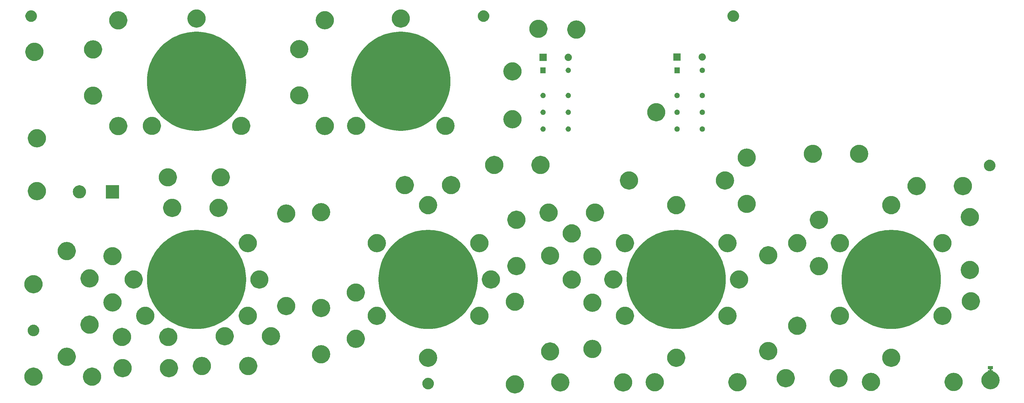
<source format=gts>
G04 #@! TF.GenerationSoftware,KiCad,Pcbnew,9.0.0+dfsg-1*
G04 #@! TF.CreationDate,2025-03-09T18:45:57+01:00*
G04 #@! TF.ProjectId,Dirty Greed PCB,44697274-7920-4477-9265-656420504342,rev?*
G04 #@! TF.SameCoordinates,Original*
G04 #@! TF.FileFunction,Soldermask,Top*
G04 #@! TF.FilePolarity,Negative*
%FSLAX46Y46*%
G04 Gerber Fmt 4.6, Leading zero omitted, Abs format (unit mm)*
G04 Created by KiCad (PCBNEW 9.0.0+dfsg-1) date 2025-03-09 18:45:57*
%MOMM*%
%LPD*%
G01*
G04 APERTURE LIST*
G04 APERTURE END LIST*
G36*
X176710642Y-179038855D02*
G01*
X177011298Y-179107477D01*
X177302379Y-179209331D01*
X177580227Y-179343136D01*
X177841346Y-179507208D01*
X178082453Y-179699484D01*
X178300516Y-179917547D01*
X178492792Y-180158654D01*
X178656864Y-180419773D01*
X178790669Y-180697621D01*
X178892523Y-180988702D01*
X178961145Y-181289358D01*
X178995674Y-181595806D01*
X178995674Y-181904194D01*
X178961145Y-182210642D01*
X178892523Y-182511298D01*
X178790669Y-182802379D01*
X178656864Y-183080227D01*
X178492792Y-183341346D01*
X178300516Y-183582453D01*
X178082453Y-183800516D01*
X177841346Y-183992792D01*
X177580227Y-184156864D01*
X177302379Y-184290669D01*
X177011298Y-184392523D01*
X176710642Y-184461145D01*
X176404194Y-184495674D01*
X176095806Y-184495674D01*
X175789358Y-184461145D01*
X175488702Y-184392523D01*
X175197621Y-184290669D01*
X174919773Y-184156864D01*
X174658654Y-183992792D01*
X174417547Y-183800516D01*
X174199484Y-183582453D01*
X174007208Y-183341346D01*
X173843136Y-183080227D01*
X173709331Y-182802379D01*
X173607477Y-182511298D01*
X173538855Y-182210642D01*
X173504326Y-181904194D01*
X173504326Y-181595806D01*
X173538855Y-181289358D01*
X173607477Y-180988702D01*
X173709331Y-180697621D01*
X173843136Y-180419773D01*
X174007208Y-180158654D01*
X174199484Y-179917547D01*
X174417547Y-179699484D01*
X174658654Y-179507208D01*
X174919773Y-179343136D01*
X175197621Y-179209331D01*
X175488702Y-179107477D01*
X175789358Y-179038855D01*
X176095806Y-179004326D01*
X176404194Y-179004326D01*
X176710642Y-179038855D01*
G37*
G36*
X190426842Y-178441655D02*
G01*
X190727498Y-178510277D01*
X191018579Y-178612131D01*
X191296427Y-178745936D01*
X191557546Y-178910008D01*
X191798653Y-179102284D01*
X192016716Y-179320347D01*
X192208992Y-179561454D01*
X192373064Y-179822573D01*
X192506869Y-180100421D01*
X192608723Y-180391502D01*
X192677345Y-180692158D01*
X192711874Y-180998606D01*
X192711874Y-181306994D01*
X192677345Y-181613442D01*
X192608723Y-181914098D01*
X192506869Y-182205179D01*
X192373064Y-182483027D01*
X192208992Y-182744146D01*
X192016716Y-182985253D01*
X191798653Y-183203316D01*
X191557546Y-183395592D01*
X191296427Y-183559664D01*
X191018579Y-183693469D01*
X190727498Y-183795323D01*
X190426842Y-183863945D01*
X190120394Y-183898474D01*
X189812006Y-183898474D01*
X189505558Y-183863945D01*
X189204902Y-183795323D01*
X188913821Y-183693469D01*
X188635973Y-183559664D01*
X188374854Y-183395592D01*
X188133747Y-183203316D01*
X187915684Y-182985253D01*
X187723408Y-182744146D01*
X187559336Y-182483027D01*
X187425531Y-182205179D01*
X187323677Y-181914098D01*
X187255055Y-181613442D01*
X187220526Y-181306994D01*
X187220526Y-180998606D01*
X187255055Y-180692158D01*
X187323677Y-180391502D01*
X187425531Y-180100421D01*
X187559336Y-179822573D01*
X187723408Y-179561454D01*
X187915684Y-179320347D01*
X188133747Y-179102284D01*
X188374854Y-178910008D01*
X188635973Y-178745936D01*
X188913821Y-178612131D01*
X189204902Y-178510277D01*
X189505558Y-178441655D01*
X189812006Y-178407126D01*
X190120394Y-178407126D01*
X190426842Y-178441655D01*
G37*
G36*
X209426842Y-178441655D02*
G01*
X209727498Y-178510277D01*
X210018579Y-178612131D01*
X210296427Y-178745936D01*
X210557546Y-178910008D01*
X210798653Y-179102284D01*
X211016716Y-179320347D01*
X211208992Y-179561454D01*
X211373064Y-179822573D01*
X211506869Y-180100421D01*
X211608723Y-180391502D01*
X211677345Y-180692158D01*
X211711874Y-180998606D01*
X211711874Y-181306994D01*
X211677345Y-181613442D01*
X211608723Y-181914098D01*
X211506869Y-182205179D01*
X211373064Y-182483027D01*
X211208992Y-182744146D01*
X211016716Y-182985253D01*
X210798653Y-183203316D01*
X210557546Y-183395592D01*
X210296427Y-183559664D01*
X210018579Y-183693469D01*
X209727498Y-183795323D01*
X209426842Y-183863945D01*
X209120394Y-183898474D01*
X208812006Y-183898474D01*
X208505558Y-183863945D01*
X208204902Y-183795323D01*
X207913821Y-183693469D01*
X207635973Y-183559664D01*
X207374854Y-183395592D01*
X207133747Y-183203316D01*
X206915684Y-182985253D01*
X206723408Y-182744146D01*
X206559336Y-182483027D01*
X206425531Y-182205179D01*
X206323677Y-181914098D01*
X206255055Y-181613442D01*
X206220526Y-181306994D01*
X206220526Y-180998606D01*
X206255055Y-180692158D01*
X206323677Y-180391502D01*
X206425531Y-180100421D01*
X206559336Y-179822573D01*
X206723408Y-179561454D01*
X206915684Y-179320347D01*
X207133747Y-179102284D01*
X207374854Y-178910008D01*
X207635973Y-178745936D01*
X207913821Y-178612131D01*
X208204902Y-178510277D01*
X208505558Y-178441655D01*
X208812006Y-178407126D01*
X209120394Y-178407126D01*
X209426842Y-178441655D01*
G37*
G36*
X218970442Y-178390855D02*
G01*
X219271098Y-178459477D01*
X219562179Y-178561331D01*
X219840027Y-178695136D01*
X220101146Y-178859208D01*
X220342253Y-179051484D01*
X220560316Y-179269547D01*
X220752592Y-179510654D01*
X220916664Y-179771773D01*
X221050469Y-180049621D01*
X221152323Y-180340702D01*
X221220945Y-180641358D01*
X221255474Y-180947806D01*
X221255474Y-181256194D01*
X221220945Y-181562642D01*
X221152323Y-181863298D01*
X221050469Y-182154379D01*
X220916664Y-182432227D01*
X220752592Y-182693346D01*
X220560316Y-182934453D01*
X220342253Y-183152516D01*
X220101146Y-183344792D01*
X219840027Y-183508864D01*
X219562179Y-183642669D01*
X219271098Y-183744523D01*
X218970442Y-183813145D01*
X218663994Y-183847674D01*
X218355606Y-183847674D01*
X218049158Y-183813145D01*
X217748502Y-183744523D01*
X217457421Y-183642669D01*
X217179573Y-183508864D01*
X216918454Y-183344792D01*
X216677347Y-183152516D01*
X216459284Y-182934453D01*
X216267008Y-182693346D01*
X216102936Y-182432227D01*
X215969131Y-182154379D01*
X215867277Y-181863298D01*
X215798655Y-181562642D01*
X215764126Y-181256194D01*
X215764126Y-180947806D01*
X215798655Y-180641358D01*
X215867277Y-180340702D01*
X215969131Y-180049621D01*
X216102936Y-179771773D01*
X216267008Y-179510654D01*
X216459284Y-179269547D01*
X216677347Y-179051484D01*
X216918454Y-178859208D01*
X217179573Y-178695136D01*
X217457421Y-178561331D01*
X217748502Y-178459477D01*
X218049158Y-178390855D01*
X218355606Y-178356326D01*
X218663994Y-178356326D01*
X218970442Y-178390855D01*
G37*
G36*
X243970442Y-178390855D02*
G01*
X244271098Y-178459477D01*
X244562179Y-178561331D01*
X244840027Y-178695136D01*
X245101146Y-178859208D01*
X245342253Y-179051484D01*
X245560316Y-179269547D01*
X245752592Y-179510654D01*
X245916664Y-179771773D01*
X246050469Y-180049621D01*
X246152323Y-180340702D01*
X246220945Y-180641358D01*
X246255474Y-180947806D01*
X246255474Y-181256194D01*
X246220945Y-181562642D01*
X246152323Y-181863298D01*
X246050469Y-182154379D01*
X245916664Y-182432227D01*
X245752592Y-182693346D01*
X245560316Y-182934453D01*
X245342253Y-183152516D01*
X245101146Y-183344792D01*
X244840027Y-183508864D01*
X244562179Y-183642669D01*
X244271098Y-183744523D01*
X243970442Y-183813145D01*
X243663994Y-183847674D01*
X243355606Y-183847674D01*
X243049158Y-183813145D01*
X242748502Y-183744523D01*
X242457421Y-183642669D01*
X242179573Y-183508864D01*
X241918454Y-183344792D01*
X241677347Y-183152516D01*
X241459284Y-182934453D01*
X241267008Y-182693346D01*
X241102936Y-182432227D01*
X240969131Y-182154379D01*
X240867277Y-181863298D01*
X240798655Y-181562642D01*
X240764126Y-181256194D01*
X240764126Y-180947806D01*
X240798655Y-180641358D01*
X240867277Y-180340702D01*
X240969131Y-180049621D01*
X241102936Y-179771773D01*
X241267008Y-179510654D01*
X241459284Y-179269547D01*
X241677347Y-179051484D01*
X241918454Y-178859208D01*
X242179573Y-178695136D01*
X242457421Y-178561331D01*
X242748502Y-178459477D01*
X243049158Y-178390855D01*
X243355606Y-178356326D01*
X243663994Y-178356326D01*
X243970442Y-178390855D01*
G37*
G36*
X284327842Y-178314655D02*
G01*
X284628498Y-178383277D01*
X284919579Y-178485131D01*
X285197427Y-178618936D01*
X285458546Y-178783008D01*
X285699653Y-178975284D01*
X285917716Y-179193347D01*
X286109992Y-179434454D01*
X286274064Y-179695573D01*
X286407869Y-179973421D01*
X286509723Y-180264502D01*
X286578345Y-180565158D01*
X286612874Y-180871606D01*
X286612874Y-181179994D01*
X286578345Y-181486442D01*
X286509723Y-181787098D01*
X286407869Y-182078179D01*
X286274064Y-182356027D01*
X286109992Y-182617146D01*
X285917716Y-182858253D01*
X285699653Y-183076316D01*
X285458546Y-183268592D01*
X285197427Y-183432664D01*
X284919579Y-183566469D01*
X284628498Y-183668323D01*
X284327842Y-183736945D01*
X284021394Y-183771474D01*
X283713006Y-183771474D01*
X283406558Y-183736945D01*
X283105902Y-183668323D01*
X282814821Y-183566469D01*
X282536973Y-183432664D01*
X282275854Y-183268592D01*
X282034747Y-183076316D01*
X281816684Y-182858253D01*
X281624408Y-182617146D01*
X281460336Y-182356027D01*
X281326531Y-182078179D01*
X281224677Y-181787098D01*
X281156055Y-181486442D01*
X281121526Y-181179994D01*
X281121526Y-180871606D01*
X281156055Y-180565158D01*
X281224677Y-180264502D01*
X281326531Y-179973421D01*
X281460336Y-179695573D01*
X281624408Y-179434454D01*
X281816684Y-179193347D01*
X282034747Y-178975284D01*
X282275854Y-178783008D01*
X282536973Y-178618936D01*
X282814821Y-178485131D01*
X283105902Y-178383277D01*
X283406558Y-178314655D01*
X283713006Y-178280126D01*
X284021394Y-178280126D01*
X284327842Y-178314655D01*
G37*
G36*
X309327842Y-178314655D02*
G01*
X309628498Y-178383277D01*
X309919579Y-178485131D01*
X310197427Y-178618936D01*
X310458546Y-178783008D01*
X310699653Y-178975284D01*
X310917716Y-179193347D01*
X311109992Y-179434454D01*
X311274064Y-179695573D01*
X311407869Y-179973421D01*
X311509723Y-180264502D01*
X311578345Y-180565158D01*
X311612874Y-180871606D01*
X311612874Y-181179994D01*
X311578345Y-181486442D01*
X311509723Y-181787098D01*
X311407869Y-182078179D01*
X311274064Y-182356027D01*
X311109992Y-182617146D01*
X310917716Y-182858253D01*
X310699653Y-183076316D01*
X310458546Y-183268592D01*
X310197427Y-183432664D01*
X309919579Y-183566469D01*
X309628498Y-183668323D01*
X309327842Y-183736945D01*
X309021394Y-183771474D01*
X308713006Y-183771474D01*
X308406558Y-183736945D01*
X308105902Y-183668323D01*
X307814821Y-183566469D01*
X307536973Y-183432664D01*
X307275854Y-183268592D01*
X307034747Y-183076316D01*
X306816684Y-182858253D01*
X306624408Y-182617146D01*
X306460336Y-182356027D01*
X306326531Y-182078179D01*
X306224677Y-181787098D01*
X306156055Y-181486442D01*
X306121526Y-181179994D01*
X306121526Y-180871606D01*
X306156055Y-180565158D01*
X306224677Y-180264502D01*
X306326531Y-179973421D01*
X306460336Y-179695573D01*
X306624408Y-179434454D01*
X306816684Y-179193347D01*
X307034747Y-178975284D01*
X307275854Y-178783008D01*
X307536973Y-178618936D01*
X307814821Y-178485131D01*
X308105902Y-178383277D01*
X308406558Y-178314655D01*
X308713006Y-178280126D01*
X309021394Y-178280126D01*
X309327842Y-178314655D01*
G37*
G36*
X150341408Y-179783626D02*
G01*
X150562519Y-179842872D01*
X150774005Y-179930473D01*
X150972248Y-180044928D01*
X151153855Y-180184280D01*
X151315720Y-180346145D01*
X151455072Y-180527752D01*
X151569527Y-180725995D01*
X151657128Y-180937481D01*
X151716374Y-181158592D01*
X151746253Y-181385545D01*
X151746253Y-181614455D01*
X151716374Y-181841408D01*
X151657128Y-182062519D01*
X151569527Y-182274005D01*
X151455072Y-182472248D01*
X151315720Y-182653855D01*
X151153855Y-182815720D01*
X150972248Y-182955072D01*
X150774005Y-183069527D01*
X150562519Y-183157128D01*
X150341408Y-183216374D01*
X150114455Y-183246253D01*
X149885545Y-183246253D01*
X149658592Y-183216374D01*
X149437481Y-183157128D01*
X149225995Y-183069527D01*
X149027752Y-182955072D01*
X148846145Y-182815720D01*
X148684280Y-182653855D01*
X148544928Y-182472248D01*
X148430473Y-182274005D01*
X148342872Y-182062519D01*
X148283626Y-181841408D01*
X148253747Y-181614455D01*
X148253747Y-181385545D01*
X148283626Y-181158592D01*
X148342872Y-180937481D01*
X148430473Y-180725995D01*
X148544928Y-180527752D01*
X148684280Y-180346145D01*
X148846145Y-180184280D01*
X149027752Y-180044928D01*
X149225995Y-179930473D01*
X149437481Y-179842872D01*
X149658592Y-179783626D01*
X149885545Y-179753747D01*
X150114455Y-179753747D01*
X150341408Y-179783626D01*
G37*
G36*
X320750000Y-177200000D02*
G01*
X320378222Y-177200000D01*
X320305000Y-177273222D01*
X320305000Y-177421777D01*
X320378223Y-177495000D01*
X320732027Y-177495000D01*
X320750000Y-177495000D01*
X320753536Y-177496464D01*
X320755000Y-177500000D01*
X320755000Y-177513437D01*
X320755000Y-177806631D01*
X320800912Y-177871338D01*
X321052379Y-177959331D01*
X321330227Y-178093136D01*
X321591346Y-178257208D01*
X321832453Y-178449484D01*
X322050516Y-178667547D01*
X322242792Y-178908654D01*
X322406864Y-179169773D01*
X322540669Y-179447621D01*
X322642523Y-179738702D01*
X322711145Y-180039358D01*
X322745674Y-180345806D01*
X322745674Y-180654194D01*
X322711145Y-180960642D01*
X322642523Y-181261298D01*
X322540669Y-181552379D01*
X322406864Y-181830227D01*
X322242792Y-182091346D01*
X322050516Y-182332453D01*
X321832453Y-182550516D01*
X321591346Y-182742792D01*
X321330227Y-182906864D01*
X321052379Y-183040669D01*
X320761298Y-183142523D01*
X320460642Y-183211145D01*
X320154194Y-183245674D01*
X319845806Y-183245674D01*
X319539358Y-183211145D01*
X319238702Y-183142523D01*
X318947621Y-183040669D01*
X318669773Y-182906864D01*
X318408654Y-182742792D01*
X318167547Y-182550516D01*
X317949484Y-182332453D01*
X317757208Y-182091346D01*
X317593136Y-181830227D01*
X317459331Y-181552379D01*
X317357477Y-181261298D01*
X317288855Y-180960642D01*
X317254326Y-180654194D01*
X317254326Y-180345806D01*
X317288855Y-180039358D01*
X317357477Y-179738702D01*
X317459331Y-179447621D01*
X317593136Y-179169773D01*
X317757208Y-178908654D01*
X317949484Y-178667547D01*
X318167547Y-178449484D01*
X318408654Y-178257208D01*
X318669773Y-178093136D01*
X318947621Y-177959331D01*
X319199087Y-177871338D01*
X319245000Y-177806631D01*
X319245000Y-177517973D01*
X319245000Y-177500000D01*
X319246464Y-177496464D01*
X319250000Y-177495000D01*
X319621777Y-177495000D01*
X319695000Y-177421777D01*
X319695000Y-177273222D01*
X319621778Y-177200000D01*
X319250000Y-177200000D01*
X319250000Y-176200000D01*
X320750000Y-176200000D01*
X320750000Y-177200000D01*
G37*
G36*
X258551042Y-177171655D02*
G01*
X258851698Y-177240277D01*
X259142779Y-177342131D01*
X259420627Y-177475936D01*
X259681746Y-177640008D01*
X259922853Y-177832284D01*
X260140916Y-178050347D01*
X260333192Y-178291454D01*
X260497264Y-178552573D01*
X260631069Y-178830421D01*
X260732923Y-179121502D01*
X260801545Y-179422158D01*
X260836074Y-179728606D01*
X260836074Y-180036994D01*
X260801545Y-180343442D01*
X260732923Y-180644098D01*
X260631069Y-180935179D01*
X260497264Y-181213027D01*
X260333192Y-181474146D01*
X260140916Y-181715253D01*
X259922853Y-181933316D01*
X259681746Y-182125592D01*
X259420627Y-182289664D01*
X259142779Y-182423469D01*
X258851698Y-182525323D01*
X258551042Y-182593945D01*
X258244594Y-182628474D01*
X257936206Y-182628474D01*
X257629758Y-182593945D01*
X257329102Y-182525323D01*
X257038021Y-182423469D01*
X256760173Y-182289664D01*
X256499054Y-182125592D01*
X256257947Y-181933316D01*
X256039884Y-181715253D01*
X255847608Y-181474146D01*
X255683536Y-181213027D01*
X255549731Y-180935179D01*
X255447877Y-180644098D01*
X255379255Y-180343442D01*
X255344726Y-180036994D01*
X255344726Y-179728606D01*
X255379255Y-179422158D01*
X255447877Y-179121502D01*
X255549731Y-178830421D01*
X255683536Y-178552573D01*
X255847608Y-178291454D01*
X256039884Y-178050347D01*
X256257947Y-177832284D01*
X256499054Y-177640008D01*
X256760173Y-177475936D01*
X257038021Y-177342131D01*
X257329102Y-177240277D01*
X257629758Y-177171655D01*
X257936206Y-177137126D01*
X258244594Y-177137126D01*
X258551042Y-177171655D01*
G37*
G36*
X274551042Y-177171655D02*
G01*
X274851698Y-177240277D01*
X275142779Y-177342131D01*
X275420627Y-177475936D01*
X275681746Y-177640008D01*
X275922853Y-177832284D01*
X276140916Y-178050347D01*
X276333192Y-178291454D01*
X276497264Y-178552573D01*
X276631069Y-178830421D01*
X276732923Y-179121502D01*
X276801545Y-179422158D01*
X276836074Y-179728606D01*
X276836074Y-180036994D01*
X276801545Y-180343442D01*
X276732923Y-180644098D01*
X276631069Y-180935179D01*
X276497264Y-181213027D01*
X276333192Y-181474146D01*
X276140916Y-181715253D01*
X275922853Y-181933316D01*
X275681746Y-182125592D01*
X275420627Y-182289664D01*
X275142779Y-182423469D01*
X274851698Y-182525323D01*
X274551042Y-182593945D01*
X274244594Y-182628474D01*
X273936206Y-182628474D01*
X273629758Y-182593945D01*
X273329102Y-182525323D01*
X273038021Y-182423469D01*
X272760173Y-182289664D01*
X272499054Y-182125592D01*
X272257947Y-181933316D01*
X272039884Y-181715253D01*
X271847608Y-181474146D01*
X271683536Y-181213027D01*
X271549731Y-180935179D01*
X271447877Y-180644098D01*
X271379255Y-180343442D01*
X271344726Y-180036994D01*
X271344726Y-179728606D01*
X271379255Y-179422158D01*
X271447877Y-179121502D01*
X271549731Y-178830421D01*
X271683536Y-178552573D01*
X271847608Y-178291454D01*
X272039884Y-178050347D01*
X272257947Y-177832284D01*
X272499054Y-177640008D01*
X272760173Y-177475936D01*
X273038021Y-177342131D01*
X273329102Y-177240277D01*
X273629758Y-177171655D01*
X273936206Y-177137126D01*
X274244594Y-177137126D01*
X274551042Y-177171655D01*
G37*
G36*
X31169242Y-176719055D02*
G01*
X31469898Y-176787677D01*
X31760979Y-176889531D01*
X32038827Y-177023336D01*
X32299946Y-177187408D01*
X32541053Y-177379684D01*
X32759116Y-177597747D01*
X32951392Y-177838854D01*
X33115464Y-178099973D01*
X33249269Y-178377821D01*
X33351123Y-178668902D01*
X33419745Y-178969558D01*
X33454274Y-179276006D01*
X33454274Y-179584394D01*
X33419745Y-179890842D01*
X33351123Y-180191498D01*
X33249269Y-180482579D01*
X33115464Y-180760427D01*
X32951392Y-181021546D01*
X32759116Y-181262653D01*
X32541053Y-181480716D01*
X32299946Y-181672992D01*
X32038827Y-181837064D01*
X31760979Y-181970869D01*
X31469898Y-182072723D01*
X31169242Y-182141345D01*
X30862794Y-182175874D01*
X30554406Y-182175874D01*
X30247958Y-182141345D01*
X29947302Y-182072723D01*
X29656221Y-181970869D01*
X29378373Y-181837064D01*
X29117254Y-181672992D01*
X28876147Y-181480716D01*
X28658084Y-181262653D01*
X28465808Y-181021546D01*
X28301736Y-180760427D01*
X28167931Y-180482579D01*
X28066077Y-180191498D01*
X27997455Y-179890842D01*
X27962926Y-179584394D01*
X27962926Y-179276006D01*
X27997455Y-178969558D01*
X28066077Y-178668902D01*
X28167931Y-178377821D01*
X28301736Y-178099973D01*
X28465808Y-177838854D01*
X28658084Y-177597747D01*
X28876147Y-177379684D01*
X29117254Y-177187408D01*
X29378373Y-177023336D01*
X29656221Y-176889531D01*
X29947302Y-176787677D01*
X30247958Y-176719055D01*
X30554406Y-176684526D01*
X30862794Y-176684526D01*
X31169242Y-176719055D01*
G37*
G36*
X48873042Y-176719055D02*
G01*
X49173698Y-176787677D01*
X49464779Y-176889531D01*
X49742627Y-177023336D01*
X50003746Y-177187408D01*
X50244853Y-177379684D01*
X50462916Y-177597747D01*
X50655192Y-177838854D01*
X50819264Y-178099973D01*
X50953069Y-178377821D01*
X51054923Y-178668902D01*
X51123545Y-178969558D01*
X51158074Y-179276006D01*
X51158074Y-179584394D01*
X51123545Y-179890842D01*
X51054923Y-180191498D01*
X50953069Y-180482579D01*
X50819264Y-180760427D01*
X50655192Y-181021546D01*
X50462916Y-181262653D01*
X50244853Y-181480716D01*
X50003746Y-181672992D01*
X49742627Y-181837064D01*
X49464779Y-181970869D01*
X49173698Y-182072723D01*
X48873042Y-182141345D01*
X48566594Y-182175874D01*
X48258206Y-182175874D01*
X47951758Y-182141345D01*
X47651102Y-182072723D01*
X47360021Y-181970869D01*
X47082173Y-181837064D01*
X46821054Y-181672992D01*
X46579947Y-181480716D01*
X46361884Y-181262653D01*
X46169608Y-181021546D01*
X46005536Y-180760427D01*
X45871731Y-180482579D01*
X45769877Y-180191498D01*
X45701255Y-179890842D01*
X45666726Y-179584394D01*
X45666726Y-179276006D01*
X45701255Y-178969558D01*
X45769877Y-178668902D01*
X45871731Y-178377821D01*
X46005536Y-178099973D01*
X46169608Y-177838854D01*
X46361884Y-177597747D01*
X46579947Y-177379684D01*
X46821054Y-177187408D01*
X47082173Y-177023336D01*
X47360021Y-176889531D01*
X47651102Y-176787677D01*
X47951758Y-176719055D01*
X48258206Y-176684526D01*
X48566594Y-176684526D01*
X48873042Y-176719055D01*
G37*
G36*
X58129042Y-174123655D02*
G01*
X58429698Y-174192277D01*
X58720779Y-174294131D01*
X58998627Y-174427936D01*
X59259746Y-174592008D01*
X59500853Y-174784284D01*
X59718916Y-175002347D01*
X59911192Y-175243454D01*
X60075264Y-175504573D01*
X60209069Y-175782421D01*
X60310923Y-176073502D01*
X60379545Y-176374158D01*
X60414074Y-176680606D01*
X60414074Y-176988994D01*
X60379545Y-177295442D01*
X60310923Y-177596098D01*
X60209069Y-177887179D01*
X60075264Y-178165027D01*
X59911192Y-178426146D01*
X59718916Y-178667253D01*
X59500853Y-178885316D01*
X59259746Y-179077592D01*
X58998627Y-179241664D01*
X58720779Y-179375469D01*
X58429698Y-179477323D01*
X58129042Y-179545945D01*
X57822594Y-179580474D01*
X57514206Y-179580474D01*
X57207758Y-179545945D01*
X56907102Y-179477323D01*
X56616021Y-179375469D01*
X56338173Y-179241664D01*
X56077054Y-179077592D01*
X55835947Y-178885316D01*
X55617884Y-178667253D01*
X55425608Y-178426146D01*
X55261536Y-178165027D01*
X55127731Y-177887179D01*
X55025877Y-177596098D01*
X54957255Y-177295442D01*
X54922726Y-176988994D01*
X54922726Y-176680606D01*
X54957255Y-176374158D01*
X55025877Y-176073502D01*
X55127731Y-175782421D01*
X55261536Y-175504573D01*
X55425608Y-175243454D01*
X55617884Y-175002347D01*
X55835947Y-174784284D01*
X56077054Y-174592008D01*
X56338173Y-174427936D01*
X56616021Y-174294131D01*
X56907102Y-174192277D01*
X57207758Y-174123655D01*
X57514206Y-174089126D01*
X57822594Y-174089126D01*
X58129042Y-174123655D01*
G37*
G36*
X72129042Y-174123655D02*
G01*
X72429698Y-174192277D01*
X72720779Y-174294131D01*
X72998627Y-174427936D01*
X73259746Y-174592008D01*
X73500853Y-174784284D01*
X73718916Y-175002347D01*
X73911192Y-175243454D01*
X74075264Y-175504573D01*
X74209069Y-175782421D01*
X74310923Y-176073502D01*
X74379545Y-176374158D01*
X74414074Y-176680606D01*
X74414074Y-176988994D01*
X74379545Y-177295442D01*
X74310923Y-177596098D01*
X74209069Y-177887179D01*
X74075264Y-178165027D01*
X73911192Y-178426146D01*
X73718916Y-178667253D01*
X73500853Y-178885316D01*
X73259746Y-179077592D01*
X72998627Y-179241664D01*
X72720779Y-179375469D01*
X72429698Y-179477323D01*
X72129042Y-179545945D01*
X71822594Y-179580474D01*
X71514206Y-179580474D01*
X71207758Y-179545945D01*
X70907102Y-179477323D01*
X70616021Y-179375469D01*
X70338173Y-179241664D01*
X70077054Y-179077592D01*
X69835947Y-178885316D01*
X69617884Y-178667253D01*
X69425608Y-178426146D01*
X69261536Y-178165027D01*
X69127731Y-177887179D01*
X69025877Y-177596098D01*
X68957255Y-177295442D01*
X68922726Y-176988994D01*
X68922726Y-176680606D01*
X68957255Y-176374158D01*
X69025877Y-176073502D01*
X69127731Y-175782421D01*
X69261536Y-175504573D01*
X69425608Y-175243454D01*
X69617884Y-175002347D01*
X69835947Y-174784284D01*
X70077054Y-174592008D01*
X70338173Y-174427936D01*
X70616021Y-174294131D01*
X70907102Y-174192277D01*
X71207758Y-174123655D01*
X71514206Y-174089126D01*
X71822594Y-174089126D01*
X72129042Y-174123655D01*
G37*
G36*
X82081242Y-173488655D02*
G01*
X82381898Y-173557277D01*
X82672979Y-173659131D01*
X82950827Y-173792936D01*
X83211946Y-173957008D01*
X83453053Y-174149284D01*
X83671116Y-174367347D01*
X83863392Y-174608454D01*
X84027464Y-174869573D01*
X84161269Y-175147421D01*
X84263123Y-175438502D01*
X84331745Y-175739158D01*
X84366274Y-176045606D01*
X84366274Y-176353994D01*
X84331745Y-176660442D01*
X84263123Y-176961098D01*
X84161269Y-177252179D01*
X84027464Y-177530027D01*
X83863392Y-177791146D01*
X83671116Y-178032253D01*
X83453053Y-178250316D01*
X83211946Y-178442592D01*
X82950827Y-178606664D01*
X82672979Y-178740469D01*
X82381898Y-178842323D01*
X82081242Y-178910945D01*
X81774794Y-178945474D01*
X81466406Y-178945474D01*
X81159958Y-178910945D01*
X80859302Y-178842323D01*
X80568221Y-178740469D01*
X80290373Y-178606664D01*
X80029254Y-178442592D01*
X79788147Y-178250316D01*
X79570084Y-178032253D01*
X79377808Y-177791146D01*
X79213736Y-177530027D01*
X79079931Y-177252179D01*
X78978077Y-176961098D01*
X78909455Y-176660442D01*
X78874926Y-176353994D01*
X78874926Y-176045606D01*
X78909455Y-175739158D01*
X78978077Y-175438502D01*
X79079931Y-175147421D01*
X79213736Y-174869573D01*
X79377808Y-174608454D01*
X79570084Y-174367347D01*
X79788147Y-174149284D01*
X80029254Y-173957008D01*
X80290373Y-173792936D01*
X80568221Y-173659131D01*
X80859302Y-173557277D01*
X81159958Y-173488655D01*
X81466406Y-173454126D01*
X81774794Y-173454126D01*
X82081242Y-173488655D01*
G37*
G36*
X96081242Y-173488655D02*
G01*
X96381898Y-173557277D01*
X96672979Y-173659131D01*
X96950827Y-173792936D01*
X97211946Y-173957008D01*
X97453053Y-174149284D01*
X97671116Y-174367347D01*
X97863392Y-174608454D01*
X98027464Y-174869573D01*
X98161269Y-175147421D01*
X98263123Y-175438502D01*
X98331745Y-175739158D01*
X98366274Y-176045606D01*
X98366274Y-176353994D01*
X98331745Y-176660442D01*
X98263123Y-176961098D01*
X98161269Y-177252179D01*
X98027464Y-177530027D01*
X97863392Y-177791146D01*
X97671116Y-178032253D01*
X97453053Y-178250316D01*
X97211946Y-178442592D01*
X96950827Y-178606664D01*
X96672979Y-178740469D01*
X96381898Y-178842323D01*
X96081242Y-178910945D01*
X95774794Y-178945474D01*
X95466406Y-178945474D01*
X95159958Y-178910945D01*
X94859302Y-178842323D01*
X94568221Y-178740469D01*
X94290373Y-178606664D01*
X94029254Y-178442592D01*
X93788147Y-178250316D01*
X93570084Y-178032253D01*
X93377808Y-177791146D01*
X93213736Y-177530027D01*
X93079931Y-177252179D01*
X92978077Y-176961098D01*
X92909455Y-176660442D01*
X92874926Y-176353994D01*
X92874926Y-176045606D01*
X92909455Y-175739158D01*
X92978077Y-175438502D01*
X93079931Y-175147421D01*
X93213736Y-174869573D01*
X93377808Y-174608454D01*
X93570084Y-174367347D01*
X93788147Y-174149284D01*
X94029254Y-173957008D01*
X94290373Y-173792936D01*
X94568221Y-173659131D01*
X94859302Y-173557277D01*
X95159958Y-173488655D01*
X95466406Y-173454126D01*
X95774794Y-173454126D01*
X96081242Y-173488655D01*
G37*
G36*
X150460642Y-170988855D02*
G01*
X150761298Y-171057477D01*
X151052379Y-171159331D01*
X151330227Y-171293136D01*
X151591346Y-171457208D01*
X151832453Y-171649484D01*
X152050516Y-171867547D01*
X152242792Y-172108654D01*
X152406864Y-172369773D01*
X152540669Y-172647621D01*
X152642523Y-172938702D01*
X152711145Y-173239358D01*
X152745674Y-173545806D01*
X152745674Y-173854194D01*
X152711145Y-174160642D01*
X152642523Y-174461298D01*
X152540669Y-174752379D01*
X152406864Y-175030227D01*
X152242792Y-175291346D01*
X152050516Y-175532453D01*
X151832453Y-175750516D01*
X151591346Y-175942792D01*
X151330227Y-176106864D01*
X151052379Y-176240669D01*
X150761298Y-176342523D01*
X150460642Y-176411145D01*
X150154194Y-176445674D01*
X149845806Y-176445674D01*
X149539358Y-176411145D01*
X149238702Y-176342523D01*
X148947621Y-176240669D01*
X148669773Y-176106864D01*
X148408654Y-175942792D01*
X148167547Y-175750516D01*
X147949484Y-175532453D01*
X147757208Y-175291346D01*
X147593136Y-175030227D01*
X147459331Y-174752379D01*
X147357477Y-174461298D01*
X147288855Y-174160642D01*
X147254326Y-173854194D01*
X147254326Y-173545806D01*
X147288855Y-173239358D01*
X147357477Y-172938702D01*
X147459331Y-172647621D01*
X147593136Y-172369773D01*
X147757208Y-172108654D01*
X147949484Y-171867547D01*
X148167547Y-171649484D01*
X148408654Y-171457208D01*
X148669773Y-171293136D01*
X148947621Y-171159331D01*
X149238702Y-171057477D01*
X149539358Y-170988855D01*
X149845806Y-170954326D01*
X150154194Y-170954326D01*
X150460642Y-170988855D01*
G37*
G36*
X225460642Y-170988855D02*
G01*
X225761298Y-171057477D01*
X226052379Y-171159331D01*
X226330227Y-171293136D01*
X226591346Y-171457208D01*
X226832453Y-171649484D01*
X227050516Y-171867547D01*
X227242792Y-172108654D01*
X227406864Y-172369773D01*
X227540669Y-172647621D01*
X227642523Y-172938702D01*
X227711145Y-173239358D01*
X227745674Y-173545806D01*
X227745674Y-173854194D01*
X227711145Y-174160642D01*
X227642523Y-174461298D01*
X227540669Y-174752379D01*
X227406864Y-175030227D01*
X227242792Y-175291346D01*
X227050516Y-175532453D01*
X226832453Y-175750516D01*
X226591346Y-175942792D01*
X226330227Y-176106864D01*
X226052379Y-176240669D01*
X225761298Y-176342523D01*
X225460642Y-176411145D01*
X225154194Y-176445674D01*
X224845806Y-176445674D01*
X224539358Y-176411145D01*
X224238702Y-176342523D01*
X223947621Y-176240669D01*
X223669773Y-176106864D01*
X223408654Y-175942792D01*
X223167547Y-175750516D01*
X222949484Y-175532453D01*
X222757208Y-175291346D01*
X222593136Y-175030227D01*
X222459331Y-174752379D01*
X222357477Y-174461298D01*
X222288855Y-174160642D01*
X222254326Y-173854194D01*
X222254326Y-173545806D01*
X222288855Y-173239358D01*
X222357477Y-172938702D01*
X222459331Y-172647621D01*
X222593136Y-172369773D01*
X222757208Y-172108654D01*
X222949484Y-171867547D01*
X223167547Y-171649484D01*
X223408654Y-171457208D01*
X223669773Y-171293136D01*
X223947621Y-171159331D01*
X224238702Y-171057477D01*
X224539358Y-170988855D01*
X224845806Y-170954326D01*
X225154194Y-170954326D01*
X225460642Y-170988855D01*
G37*
G36*
X290460642Y-170988855D02*
G01*
X290761298Y-171057477D01*
X291052379Y-171159331D01*
X291330227Y-171293136D01*
X291591346Y-171457208D01*
X291832453Y-171649484D01*
X292050516Y-171867547D01*
X292242792Y-172108654D01*
X292406864Y-172369773D01*
X292540669Y-172647621D01*
X292642523Y-172938702D01*
X292711145Y-173239358D01*
X292745674Y-173545806D01*
X292745674Y-173854194D01*
X292711145Y-174160642D01*
X292642523Y-174461298D01*
X292540669Y-174752379D01*
X292406864Y-175030227D01*
X292242792Y-175291346D01*
X292050516Y-175532453D01*
X291832453Y-175750516D01*
X291591346Y-175942792D01*
X291330227Y-176106864D01*
X291052379Y-176240669D01*
X290761298Y-176342523D01*
X290460642Y-176411145D01*
X290154194Y-176445674D01*
X289845806Y-176445674D01*
X289539358Y-176411145D01*
X289238702Y-176342523D01*
X288947621Y-176240669D01*
X288669773Y-176106864D01*
X288408654Y-175942792D01*
X288167547Y-175750516D01*
X287949484Y-175532453D01*
X287757208Y-175291346D01*
X287593136Y-175030227D01*
X287459331Y-174752379D01*
X287357477Y-174461298D01*
X287288855Y-174160642D01*
X287254326Y-173854194D01*
X287254326Y-173545806D01*
X287288855Y-173239358D01*
X287357477Y-172938702D01*
X287459331Y-172647621D01*
X287593136Y-172369773D01*
X287757208Y-172108654D01*
X287949484Y-171867547D01*
X288167547Y-171649484D01*
X288408654Y-171457208D01*
X288669773Y-171293136D01*
X288947621Y-171159331D01*
X289238702Y-171057477D01*
X289539358Y-170988855D01*
X289845806Y-170954326D01*
X290154194Y-170954326D01*
X290460642Y-170988855D01*
G37*
G36*
X41220042Y-170692655D02*
G01*
X41520698Y-170761277D01*
X41811779Y-170863131D01*
X42089627Y-170996936D01*
X42350746Y-171161008D01*
X42591853Y-171353284D01*
X42809916Y-171571347D01*
X43002192Y-171812454D01*
X43166264Y-172073573D01*
X43300069Y-172351421D01*
X43401923Y-172642502D01*
X43470545Y-172943158D01*
X43505074Y-173249606D01*
X43505074Y-173557994D01*
X43470545Y-173864442D01*
X43401923Y-174165098D01*
X43300069Y-174456179D01*
X43166264Y-174734027D01*
X43002192Y-174995146D01*
X42809916Y-175236253D01*
X42591853Y-175454316D01*
X42350746Y-175646592D01*
X42089627Y-175810664D01*
X41811779Y-175944469D01*
X41520698Y-176046323D01*
X41220042Y-176114945D01*
X40913594Y-176149474D01*
X40605206Y-176149474D01*
X40298758Y-176114945D01*
X39998102Y-176046323D01*
X39707021Y-175944469D01*
X39429173Y-175810664D01*
X39168054Y-175646592D01*
X38926947Y-175454316D01*
X38708884Y-175236253D01*
X38516608Y-174995146D01*
X38352536Y-174734027D01*
X38218731Y-174456179D01*
X38116877Y-174165098D01*
X38048255Y-173864442D01*
X38013726Y-173557994D01*
X38013726Y-173249606D01*
X38048255Y-172943158D01*
X38116877Y-172642502D01*
X38218731Y-172351421D01*
X38352536Y-172073573D01*
X38516608Y-171812454D01*
X38708884Y-171571347D01*
X38926947Y-171353284D01*
X39168054Y-171161008D01*
X39429173Y-170996936D01*
X39707021Y-170863131D01*
X39998102Y-170761277D01*
X40298758Y-170692655D01*
X40605206Y-170658126D01*
X40913594Y-170658126D01*
X41220042Y-170692655D01*
G37*
G36*
X118113442Y-169922255D02*
G01*
X118414098Y-169990877D01*
X118705179Y-170092731D01*
X118983027Y-170226536D01*
X119244146Y-170390608D01*
X119485253Y-170582884D01*
X119703316Y-170800947D01*
X119895592Y-171042054D01*
X120059664Y-171303173D01*
X120193469Y-171581021D01*
X120295323Y-171872102D01*
X120363945Y-172172758D01*
X120398474Y-172479206D01*
X120398474Y-172787594D01*
X120363945Y-173094042D01*
X120295323Y-173394698D01*
X120193469Y-173685779D01*
X120059664Y-173963627D01*
X119895592Y-174224746D01*
X119703316Y-174465853D01*
X119485253Y-174683916D01*
X119244146Y-174876192D01*
X118983027Y-175040264D01*
X118705179Y-175174069D01*
X118414098Y-175275923D01*
X118113442Y-175344545D01*
X117806994Y-175379074D01*
X117498606Y-175379074D01*
X117192158Y-175344545D01*
X116891502Y-175275923D01*
X116600421Y-175174069D01*
X116322573Y-175040264D01*
X116061454Y-174876192D01*
X115820347Y-174683916D01*
X115602284Y-174465853D01*
X115410008Y-174224746D01*
X115245936Y-173963627D01*
X115112131Y-173685779D01*
X115010277Y-173394698D01*
X114941655Y-173094042D01*
X114907126Y-172787594D01*
X114907126Y-172479206D01*
X114941655Y-172172758D01*
X115010277Y-171872102D01*
X115112131Y-171581021D01*
X115245936Y-171303173D01*
X115410008Y-171042054D01*
X115602284Y-170800947D01*
X115820347Y-170582884D01*
X116061454Y-170390608D01*
X116322573Y-170226536D01*
X116600421Y-170092731D01*
X116891502Y-169990877D01*
X117192158Y-169922255D01*
X117498606Y-169887726D01*
X117806994Y-169887726D01*
X118113442Y-169922255D01*
G37*
G36*
X187342442Y-169091055D02*
G01*
X187643098Y-169159677D01*
X187934179Y-169261531D01*
X188212027Y-169395336D01*
X188473146Y-169559408D01*
X188714253Y-169751684D01*
X188932316Y-169969747D01*
X189124592Y-170210854D01*
X189288664Y-170471973D01*
X189422469Y-170749821D01*
X189524323Y-171040902D01*
X189592945Y-171341558D01*
X189627474Y-171648006D01*
X189627474Y-171956394D01*
X189592945Y-172262842D01*
X189524323Y-172563498D01*
X189422469Y-172854579D01*
X189288664Y-173132427D01*
X189124592Y-173393546D01*
X188932316Y-173634653D01*
X188714253Y-173852716D01*
X188473146Y-174044992D01*
X188212027Y-174209064D01*
X187934179Y-174342869D01*
X187643098Y-174444723D01*
X187342442Y-174513345D01*
X187035994Y-174547874D01*
X186727606Y-174547874D01*
X186421158Y-174513345D01*
X186120502Y-174444723D01*
X185829421Y-174342869D01*
X185551573Y-174209064D01*
X185290454Y-174044992D01*
X185049347Y-173852716D01*
X184831284Y-173634653D01*
X184639008Y-173393546D01*
X184474936Y-173132427D01*
X184341131Y-172854579D01*
X184239277Y-172563498D01*
X184170655Y-172262842D01*
X184136126Y-171956394D01*
X184136126Y-171648006D01*
X184170655Y-171341558D01*
X184239277Y-171040902D01*
X184341131Y-170749821D01*
X184474936Y-170471973D01*
X184639008Y-170210854D01*
X184831284Y-169969747D01*
X185049347Y-169751684D01*
X185290454Y-169559408D01*
X185551573Y-169395336D01*
X185829421Y-169261531D01*
X186120502Y-169159677D01*
X186421158Y-169091055D01*
X186727606Y-169056526D01*
X187035994Y-169056526D01*
X187342442Y-169091055D01*
G37*
G36*
X253284642Y-168964055D02*
G01*
X253585298Y-169032677D01*
X253876379Y-169134531D01*
X254154227Y-169268336D01*
X254415346Y-169432408D01*
X254656453Y-169624684D01*
X254874516Y-169842747D01*
X255066792Y-170083854D01*
X255230864Y-170344973D01*
X255364669Y-170622821D01*
X255466523Y-170913902D01*
X255535145Y-171214558D01*
X255569674Y-171521006D01*
X255569674Y-171829394D01*
X255535145Y-172135842D01*
X255466523Y-172436498D01*
X255364669Y-172727579D01*
X255230864Y-173005427D01*
X255066792Y-173266546D01*
X254874516Y-173507653D01*
X254656453Y-173725716D01*
X254415346Y-173917992D01*
X254154227Y-174082064D01*
X253876379Y-174215869D01*
X253585298Y-174317723D01*
X253284642Y-174386345D01*
X252978194Y-174420874D01*
X252669806Y-174420874D01*
X252363358Y-174386345D01*
X252062702Y-174317723D01*
X251771621Y-174215869D01*
X251493773Y-174082064D01*
X251232654Y-173917992D01*
X250991547Y-173725716D01*
X250773484Y-173507653D01*
X250581208Y-173266546D01*
X250417136Y-173005427D01*
X250283331Y-172727579D01*
X250181477Y-172436498D01*
X250112855Y-172135842D01*
X250078326Y-171829394D01*
X250078326Y-171521006D01*
X250112855Y-171214558D01*
X250181477Y-170913902D01*
X250283331Y-170622821D01*
X250417136Y-170344973D01*
X250581208Y-170083854D01*
X250773484Y-169842747D01*
X250991547Y-169624684D01*
X251232654Y-169432408D01*
X251493773Y-169268336D01*
X251771621Y-169134531D01*
X252062702Y-169032677D01*
X252363358Y-168964055D01*
X252669806Y-168929526D01*
X252978194Y-168929526D01*
X253284642Y-168964055D01*
G37*
G36*
X200118642Y-168322055D02*
G01*
X200419298Y-168390677D01*
X200710379Y-168492531D01*
X200988227Y-168626336D01*
X201249346Y-168790408D01*
X201490453Y-168982684D01*
X201708516Y-169200747D01*
X201900792Y-169441854D01*
X202064864Y-169702973D01*
X202198669Y-169980821D01*
X202300523Y-170271902D01*
X202369145Y-170572558D01*
X202403674Y-170879006D01*
X202403674Y-171187394D01*
X202369145Y-171493842D01*
X202300523Y-171794498D01*
X202198669Y-172085579D01*
X202064864Y-172363427D01*
X201900792Y-172624546D01*
X201708516Y-172865653D01*
X201490453Y-173083716D01*
X201249346Y-173275992D01*
X200988227Y-173440064D01*
X200710379Y-173573869D01*
X200419298Y-173675723D01*
X200118642Y-173744345D01*
X199812194Y-173778874D01*
X199503806Y-173778874D01*
X199197358Y-173744345D01*
X198896702Y-173675723D01*
X198605621Y-173573869D01*
X198327773Y-173440064D01*
X198066654Y-173275992D01*
X197825547Y-173083716D01*
X197607484Y-172865653D01*
X197415208Y-172624546D01*
X197251136Y-172363427D01*
X197117331Y-172085579D01*
X197015477Y-171794498D01*
X196946855Y-171493842D01*
X196912326Y-171187394D01*
X196912326Y-170879006D01*
X196946855Y-170572558D01*
X197015477Y-170271902D01*
X197117331Y-169980821D01*
X197251136Y-169702973D01*
X197415208Y-169441854D01*
X197607484Y-169200747D01*
X197825547Y-168982684D01*
X198066654Y-168790408D01*
X198327773Y-168626336D01*
X198605621Y-168492531D01*
X198896702Y-168390677D01*
X199197358Y-168322055D01*
X199503806Y-168287526D01*
X199812194Y-168287526D01*
X200118642Y-168322055D01*
G37*
G36*
X128596042Y-165248655D02*
G01*
X128896698Y-165317277D01*
X129187779Y-165419131D01*
X129465627Y-165552936D01*
X129726746Y-165717008D01*
X129967853Y-165909284D01*
X130185916Y-166127347D01*
X130378192Y-166368454D01*
X130542264Y-166629573D01*
X130676069Y-166907421D01*
X130777923Y-167198502D01*
X130846545Y-167499158D01*
X130881074Y-167805606D01*
X130881074Y-168113994D01*
X130846545Y-168420442D01*
X130777923Y-168721098D01*
X130676069Y-169012179D01*
X130542264Y-169290027D01*
X130378192Y-169551146D01*
X130185916Y-169792253D01*
X129967853Y-170010316D01*
X129726746Y-170202592D01*
X129465627Y-170366664D01*
X129187779Y-170500469D01*
X128896698Y-170602323D01*
X128596042Y-170670945D01*
X128289594Y-170705474D01*
X127981206Y-170705474D01*
X127674758Y-170670945D01*
X127374102Y-170602323D01*
X127083021Y-170500469D01*
X126805173Y-170366664D01*
X126544054Y-170202592D01*
X126302947Y-170010316D01*
X126084884Y-169792253D01*
X125892608Y-169551146D01*
X125728536Y-169290027D01*
X125594731Y-169012179D01*
X125492877Y-168721098D01*
X125424255Y-168420442D01*
X125389726Y-168113994D01*
X125389726Y-167805606D01*
X125424255Y-167499158D01*
X125492877Y-167198502D01*
X125594731Y-166907421D01*
X125728536Y-166629573D01*
X125892608Y-166368454D01*
X126084884Y-166127347D01*
X126302947Y-165909284D01*
X126544054Y-165717008D01*
X126805173Y-165552936D01*
X127083021Y-165419131D01*
X127374102Y-165317277D01*
X127674758Y-165248655D01*
X127981206Y-165214126D01*
X128289594Y-165214126D01*
X128596042Y-165248655D01*
G37*
G36*
X57925842Y-164700255D02*
G01*
X58226498Y-164768877D01*
X58517579Y-164870731D01*
X58795427Y-165004536D01*
X59056546Y-165168608D01*
X59297653Y-165360884D01*
X59515716Y-165578947D01*
X59707992Y-165820054D01*
X59872064Y-166081173D01*
X60005869Y-166359021D01*
X60107723Y-166650102D01*
X60176345Y-166950758D01*
X60210874Y-167257206D01*
X60210874Y-167565594D01*
X60176345Y-167872042D01*
X60107723Y-168172698D01*
X60005869Y-168463779D01*
X59872064Y-168741627D01*
X59707992Y-169002746D01*
X59515716Y-169243853D01*
X59297653Y-169461916D01*
X59056546Y-169654192D01*
X58795427Y-169818264D01*
X58517579Y-169952069D01*
X58226498Y-170053923D01*
X57925842Y-170122545D01*
X57619394Y-170157074D01*
X57311006Y-170157074D01*
X57004558Y-170122545D01*
X56703902Y-170053923D01*
X56412821Y-169952069D01*
X56134973Y-169818264D01*
X55873854Y-169654192D01*
X55632747Y-169461916D01*
X55414684Y-169243853D01*
X55222408Y-169002746D01*
X55058336Y-168741627D01*
X54924531Y-168463779D01*
X54822677Y-168172698D01*
X54754055Y-167872042D01*
X54719526Y-167565594D01*
X54719526Y-167257206D01*
X54754055Y-166950758D01*
X54822677Y-166650102D01*
X54924531Y-166359021D01*
X55058336Y-166081173D01*
X55222408Y-165820054D01*
X55414684Y-165578947D01*
X55632747Y-165360884D01*
X55873854Y-165168608D01*
X56134973Y-165004536D01*
X56412821Y-164870731D01*
X56703902Y-164768877D01*
X57004558Y-164700255D01*
X57311006Y-164665726D01*
X57619394Y-164665726D01*
X57925842Y-164700255D01*
G37*
G36*
X71925842Y-164700255D02*
G01*
X72226498Y-164768877D01*
X72517579Y-164870731D01*
X72795427Y-165004536D01*
X73056546Y-165168608D01*
X73297653Y-165360884D01*
X73515716Y-165578947D01*
X73707992Y-165820054D01*
X73872064Y-166081173D01*
X74005869Y-166359021D01*
X74107723Y-166650102D01*
X74176345Y-166950758D01*
X74210874Y-167257206D01*
X74210874Y-167565594D01*
X74176345Y-167872042D01*
X74107723Y-168172698D01*
X74005869Y-168463779D01*
X73872064Y-168741627D01*
X73707992Y-169002746D01*
X73515716Y-169243853D01*
X73297653Y-169461916D01*
X73056546Y-169654192D01*
X72795427Y-169818264D01*
X72517579Y-169952069D01*
X72226498Y-170053923D01*
X71925842Y-170122545D01*
X71619394Y-170157074D01*
X71311006Y-170157074D01*
X71004558Y-170122545D01*
X70703902Y-170053923D01*
X70412821Y-169952069D01*
X70134973Y-169818264D01*
X69873854Y-169654192D01*
X69632747Y-169461916D01*
X69414684Y-169243853D01*
X69222408Y-169002746D01*
X69058336Y-168741627D01*
X68924531Y-168463779D01*
X68822677Y-168172698D01*
X68754055Y-167872042D01*
X68719526Y-167565594D01*
X68719526Y-167257206D01*
X68754055Y-166950758D01*
X68822677Y-166650102D01*
X68924531Y-166359021D01*
X69058336Y-166081173D01*
X69222408Y-165820054D01*
X69414684Y-165578947D01*
X69632747Y-165360884D01*
X69873854Y-165168608D01*
X70134973Y-165004536D01*
X70412821Y-164870731D01*
X70703902Y-164768877D01*
X71004558Y-164700255D01*
X71311006Y-164665726D01*
X71619394Y-164665726D01*
X71925842Y-164700255D01*
G37*
G36*
X88964642Y-164471655D02*
G01*
X89265298Y-164540277D01*
X89556379Y-164642131D01*
X89834227Y-164775936D01*
X90095346Y-164940008D01*
X90336453Y-165132284D01*
X90554516Y-165350347D01*
X90746792Y-165591454D01*
X90910864Y-165852573D01*
X91044669Y-166130421D01*
X91146523Y-166421502D01*
X91215145Y-166722158D01*
X91249674Y-167028606D01*
X91249674Y-167336994D01*
X91215145Y-167643442D01*
X91146523Y-167944098D01*
X91044669Y-168235179D01*
X90910864Y-168513027D01*
X90746792Y-168774146D01*
X90554516Y-169015253D01*
X90336453Y-169233316D01*
X90095346Y-169425592D01*
X89834227Y-169589664D01*
X89556379Y-169723469D01*
X89265298Y-169825323D01*
X88964642Y-169893945D01*
X88658194Y-169928474D01*
X88349806Y-169928474D01*
X88043358Y-169893945D01*
X87742702Y-169825323D01*
X87451621Y-169723469D01*
X87173773Y-169589664D01*
X86912654Y-169425592D01*
X86671547Y-169233316D01*
X86453484Y-169015253D01*
X86261208Y-168774146D01*
X86097136Y-168513027D01*
X85963331Y-168235179D01*
X85861477Y-167944098D01*
X85792855Y-167643442D01*
X85758326Y-167336994D01*
X85758326Y-167028606D01*
X85792855Y-166722158D01*
X85861477Y-166421502D01*
X85963331Y-166130421D01*
X86097136Y-165852573D01*
X86261208Y-165591454D01*
X86453484Y-165350347D01*
X86671547Y-165132284D01*
X86912654Y-164940008D01*
X87173773Y-164775936D01*
X87451621Y-164642131D01*
X87742702Y-164540277D01*
X88043358Y-164471655D01*
X88349806Y-164437126D01*
X88658194Y-164437126D01*
X88964642Y-164471655D01*
G37*
G36*
X102964642Y-164471655D02*
G01*
X103265298Y-164540277D01*
X103556379Y-164642131D01*
X103834227Y-164775936D01*
X104095346Y-164940008D01*
X104336453Y-165132284D01*
X104554516Y-165350347D01*
X104746792Y-165591454D01*
X104910864Y-165852573D01*
X105044669Y-166130421D01*
X105146523Y-166421502D01*
X105215145Y-166722158D01*
X105249674Y-167028606D01*
X105249674Y-167336994D01*
X105215145Y-167643442D01*
X105146523Y-167944098D01*
X105044669Y-168235179D01*
X104910864Y-168513027D01*
X104746792Y-168774146D01*
X104554516Y-169015253D01*
X104336453Y-169233316D01*
X104095346Y-169425592D01*
X103834227Y-169589664D01*
X103556379Y-169723469D01*
X103265298Y-169825323D01*
X102964642Y-169893945D01*
X102658194Y-169928474D01*
X102349806Y-169928474D01*
X102043358Y-169893945D01*
X101742702Y-169825323D01*
X101451621Y-169723469D01*
X101173773Y-169589664D01*
X100912654Y-169425592D01*
X100671547Y-169233316D01*
X100453484Y-169015253D01*
X100261208Y-168774146D01*
X100097136Y-168513027D01*
X99963331Y-168235179D01*
X99861477Y-167944098D01*
X99792855Y-167643442D01*
X99758326Y-167336994D01*
X99758326Y-167028606D01*
X99792855Y-166722158D01*
X99861477Y-166421502D01*
X99963331Y-166130421D01*
X100097136Y-165852573D01*
X100261208Y-165591454D01*
X100453484Y-165350347D01*
X100671547Y-165132284D01*
X100912654Y-164940008D01*
X101173773Y-164775936D01*
X101451621Y-164642131D01*
X101742702Y-164540277D01*
X102043358Y-164471655D01*
X102349806Y-164437126D01*
X102658194Y-164437126D01*
X102964642Y-164471655D01*
G37*
G36*
X31050008Y-163713826D02*
G01*
X31271119Y-163773072D01*
X31482605Y-163860673D01*
X31680848Y-163975128D01*
X31862455Y-164114480D01*
X32024320Y-164276345D01*
X32163672Y-164457952D01*
X32278127Y-164656195D01*
X32365728Y-164867681D01*
X32424974Y-165088792D01*
X32454853Y-165315745D01*
X32454853Y-165544655D01*
X32424974Y-165771608D01*
X32365728Y-165992719D01*
X32278127Y-166204205D01*
X32163672Y-166402448D01*
X32024320Y-166584055D01*
X31862455Y-166745920D01*
X31680848Y-166885272D01*
X31482605Y-166999727D01*
X31271119Y-167087328D01*
X31050008Y-167146574D01*
X30823055Y-167176453D01*
X30594145Y-167176453D01*
X30367192Y-167146574D01*
X30146081Y-167087328D01*
X29934595Y-166999727D01*
X29736352Y-166885272D01*
X29554745Y-166745920D01*
X29392880Y-166584055D01*
X29253528Y-166402448D01*
X29139073Y-166204205D01*
X29051472Y-165992719D01*
X28992226Y-165771608D01*
X28962347Y-165544655D01*
X28962347Y-165315745D01*
X28992226Y-165088792D01*
X29051472Y-164867681D01*
X29139073Y-164656195D01*
X29253528Y-164457952D01*
X29392880Y-164276345D01*
X29554745Y-164114480D01*
X29736352Y-163975128D01*
X29934595Y-163860673D01*
X30146081Y-163773072D01*
X30367192Y-163713826D01*
X30594145Y-163683947D01*
X30823055Y-163683947D01*
X31050008Y-163713826D01*
G37*
G36*
X262047642Y-161299855D02*
G01*
X262348298Y-161368477D01*
X262639379Y-161470331D01*
X262917227Y-161604136D01*
X263178346Y-161768208D01*
X263419453Y-161960484D01*
X263637516Y-162178547D01*
X263829792Y-162419654D01*
X263993864Y-162680773D01*
X264127669Y-162958621D01*
X264229523Y-163249702D01*
X264298145Y-163550358D01*
X264332674Y-163856806D01*
X264332674Y-164165194D01*
X264298145Y-164471642D01*
X264229523Y-164772298D01*
X264127669Y-165063379D01*
X263993864Y-165341227D01*
X263829792Y-165602346D01*
X263637516Y-165843453D01*
X263419453Y-166061516D01*
X263178346Y-166253792D01*
X262917227Y-166417864D01*
X262639379Y-166551669D01*
X262348298Y-166653523D01*
X262047642Y-166722145D01*
X261741194Y-166756674D01*
X261432806Y-166756674D01*
X261126358Y-166722145D01*
X260825702Y-166653523D01*
X260534621Y-166551669D01*
X260256773Y-166417864D01*
X259995654Y-166253792D01*
X259754547Y-166061516D01*
X259536484Y-165843453D01*
X259344208Y-165602346D01*
X259180136Y-165341227D01*
X259046331Y-165063379D01*
X258944477Y-164772298D01*
X258875855Y-164471642D01*
X258841326Y-164165194D01*
X258841326Y-163856806D01*
X258875855Y-163550358D01*
X258944477Y-163249702D01*
X259046331Y-162958621D01*
X259180136Y-162680773D01*
X259344208Y-162419654D01*
X259536484Y-162178547D01*
X259754547Y-161960484D01*
X259995654Y-161768208D01*
X260256773Y-161604136D01*
X260534621Y-161470331D01*
X260825702Y-161368477D01*
X261126358Y-161299855D01*
X261432806Y-161265326D01*
X261741194Y-161265326D01*
X262047642Y-161299855D01*
G37*
G36*
X48128842Y-160966455D02*
G01*
X48429498Y-161035077D01*
X48720579Y-161136931D01*
X48998427Y-161270736D01*
X49259546Y-161434808D01*
X49500653Y-161627084D01*
X49718716Y-161845147D01*
X49910992Y-162086254D01*
X50075064Y-162347373D01*
X50208869Y-162625221D01*
X50310723Y-162916302D01*
X50379345Y-163216958D01*
X50413874Y-163523406D01*
X50413874Y-163831794D01*
X50379345Y-164138242D01*
X50310723Y-164438898D01*
X50208869Y-164729979D01*
X50075064Y-165007827D01*
X49910992Y-165268946D01*
X49718716Y-165510053D01*
X49500653Y-165728116D01*
X49259546Y-165920392D01*
X48998427Y-166084464D01*
X48720579Y-166218269D01*
X48429498Y-166320123D01*
X48128842Y-166388745D01*
X47822394Y-166423274D01*
X47514006Y-166423274D01*
X47207558Y-166388745D01*
X46906902Y-166320123D01*
X46615821Y-166218269D01*
X46337973Y-166084464D01*
X46076854Y-165920392D01*
X45835747Y-165728116D01*
X45617684Y-165510053D01*
X45425408Y-165268946D01*
X45261336Y-165007827D01*
X45127531Y-164729979D01*
X45025677Y-164438898D01*
X44957055Y-164138242D01*
X44922526Y-163831794D01*
X44922526Y-163523406D01*
X44957055Y-163216958D01*
X45025677Y-162916302D01*
X45127531Y-162625221D01*
X45261336Y-162347373D01*
X45425408Y-162086254D01*
X45617684Y-161845147D01*
X45835747Y-161627084D01*
X46076854Y-161434808D01*
X46337973Y-161270736D01*
X46615821Y-161136931D01*
X46906902Y-161035077D01*
X47207558Y-160966455D01*
X47514006Y-160931926D01*
X47822394Y-160931926D01*
X48128842Y-160966455D01*
G37*
G36*
X81103468Y-135040643D02*
G01*
X81836160Y-135112807D01*
X82564428Y-135220835D01*
X83286519Y-135364468D01*
X84000691Y-135543359D01*
X84705226Y-135757077D01*
X85398426Y-136005108D01*
X86078620Y-136286854D01*
X86744170Y-136601635D01*
X87393473Y-136948695D01*
X88024964Y-137327197D01*
X88637123Y-137736228D01*
X89228474Y-138174804D01*
X89797593Y-138641867D01*
X90343108Y-139136294D01*
X90863706Y-139656892D01*
X91358133Y-140202407D01*
X91825196Y-140771526D01*
X92263772Y-141362877D01*
X92672803Y-141975036D01*
X93051305Y-142606527D01*
X93398365Y-143255830D01*
X93713146Y-143921380D01*
X93994892Y-144601574D01*
X94242923Y-145294774D01*
X94456641Y-145999309D01*
X94635532Y-146713481D01*
X94779165Y-147435572D01*
X94887193Y-148163840D01*
X94959357Y-148896532D01*
X94995482Y-149631882D01*
X94995482Y-150368118D01*
X94959357Y-151103468D01*
X94887193Y-151836160D01*
X94779165Y-152564428D01*
X94635532Y-153286519D01*
X94456641Y-154000691D01*
X94242923Y-154705226D01*
X93994892Y-155398426D01*
X93713146Y-156078620D01*
X93398365Y-156744170D01*
X93051305Y-157393473D01*
X92672803Y-158024964D01*
X92263772Y-158637123D01*
X91825196Y-159228474D01*
X91358133Y-159797593D01*
X90863706Y-160343108D01*
X90343108Y-160863706D01*
X89797593Y-161358133D01*
X89228474Y-161825196D01*
X88637123Y-162263772D01*
X88024964Y-162672803D01*
X87393473Y-163051305D01*
X86744170Y-163398365D01*
X86078620Y-163713146D01*
X85398426Y-163994892D01*
X84705226Y-164242923D01*
X84000691Y-164456641D01*
X83286519Y-164635532D01*
X82564428Y-164779165D01*
X81836160Y-164887193D01*
X81103468Y-164959357D01*
X80368118Y-164995482D01*
X79631882Y-164995482D01*
X78896532Y-164959357D01*
X78163840Y-164887193D01*
X77435572Y-164779165D01*
X76713481Y-164635532D01*
X75999309Y-164456641D01*
X75294774Y-164242923D01*
X74601574Y-163994892D01*
X73921380Y-163713146D01*
X73255830Y-163398365D01*
X72606527Y-163051305D01*
X71975036Y-162672803D01*
X71362877Y-162263772D01*
X70771526Y-161825196D01*
X70202407Y-161358133D01*
X69656892Y-160863706D01*
X69136294Y-160343108D01*
X68641867Y-159797593D01*
X68174804Y-159228474D01*
X67736228Y-158637123D01*
X67327197Y-158024964D01*
X66948695Y-157393473D01*
X66601635Y-156744170D01*
X66286854Y-156078620D01*
X66005108Y-155398426D01*
X65757077Y-154705226D01*
X65543359Y-154000691D01*
X65364468Y-153286519D01*
X65220835Y-152564428D01*
X65112807Y-151836160D01*
X65040643Y-151103468D01*
X65004518Y-150368118D01*
X65004518Y-149631882D01*
X65040643Y-148896532D01*
X65112807Y-148163840D01*
X65220835Y-147435572D01*
X65364468Y-146713481D01*
X65543359Y-145999309D01*
X65757077Y-145294774D01*
X66005108Y-144601574D01*
X66286854Y-143921380D01*
X66601635Y-143255830D01*
X66948695Y-142606527D01*
X67327197Y-141975036D01*
X67736228Y-141362877D01*
X68174804Y-140771526D01*
X68641867Y-140202407D01*
X69136294Y-139656892D01*
X69656892Y-139136294D01*
X70202407Y-138641867D01*
X70771526Y-138174804D01*
X71362877Y-137736228D01*
X71975036Y-137327197D01*
X72606527Y-136948695D01*
X73255830Y-136601635D01*
X73921380Y-136286854D01*
X74601574Y-136005108D01*
X75294774Y-135757077D01*
X75999309Y-135543359D01*
X76713481Y-135364468D01*
X77435572Y-135220835D01*
X78163840Y-135112807D01*
X78896532Y-135040643D01*
X79631882Y-135004518D01*
X80368118Y-135004518D01*
X81103468Y-135040643D01*
G37*
G36*
X151103468Y-135040643D02*
G01*
X151836160Y-135112807D01*
X152564428Y-135220835D01*
X153286519Y-135364468D01*
X154000691Y-135543359D01*
X154705226Y-135757077D01*
X155398426Y-136005108D01*
X156078620Y-136286854D01*
X156744170Y-136601635D01*
X157393473Y-136948695D01*
X158024964Y-137327197D01*
X158637123Y-137736228D01*
X159228474Y-138174804D01*
X159797593Y-138641867D01*
X160343108Y-139136294D01*
X160863706Y-139656892D01*
X161358133Y-140202407D01*
X161825196Y-140771526D01*
X162263772Y-141362877D01*
X162672803Y-141975036D01*
X163051305Y-142606527D01*
X163398365Y-143255830D01*
X163713146Y-143921380D01*
X163994892Y-144601574D01*
X164242923Y-145294774D01*
X164456641Y-145999309D01*
X164635532Y-146713481D01*
X164779165Y-147435572D01*
X164887193Y-148163840D01*
X164959357Y-148896532D01*
X164995482Y-149631882D01*
X164995482Y-150368118D01*
X164959357Y-151103468D01*
X164887193Y-151836160D01*
X164779165Y-152564428D01*
X164635532Y-153286519D01*
X164456641Y-154000691D01*
X164242923Y-154705226D01*
X163994892Y-155398426D01*
X163713146Y-156078620D01*
X163398365Y-156744170D01*
X163051305Y-157393473D01*
X162672803Y-158024964D01*
X162263772Y-158637123D01*
X161825196Y-159228474D01*
X161358133Y-159797593D01*
X160863706Y-160343108D01*
X160343108Y-160863706D01*
X159797593Y-161358133D01*
X159228474Y-161825196D01*
X158637123Y-162263772D01*
X158024964Y-162672803D01*
X157393473Y-163051305D01*
X156744170Y-163398365D01*
X156078620Y-163713146D01*
X155398426Y-163994892D01*
X154705226Y-164242923D01*
X154000691Y-164456641D01*
X153286519Y-164635532D01*
X152564428Y-164779165D01*
X151836160Y-164887193D01*
X151103468Y-164959357D01*
X150368118Y-164995482D01*
X149631882Y-164995482D01*
X148896532Y-164959357D01*
X148163840Y-164887193D01*
X147435572Y-164779165D01*
X146713481Y-164635532D01*
X145999309Y-164456641D01*
X145294774Y-164242923D01*
X144601574Y-163994892D01*
X143921380Y-163713146D01*
X143255830Y-163398365D01*
X142606527Y-163051305D01*
X141975036Y-162672803D01*
X141362877Y-162263772D01*
X140771526Y-161825196D01*
X140202407Y-161358133D01*
X139656892Y-160863706D01*
X139136294Y-160343108D01*
X138641867Y-159797593D01*
X138174804Y-159228474D01*
X137736228Y-158637123D01*
X137327197Y-158024964D01*
X136948695Y-157393473D01*
X136601635Y-156744170D01*
X136286854Y-156078620D01*
X136005108Y-155398426D01*
X135757077Y-154705226D01*
X135543359Y-154000691D01*
X135364468Y-153286519D01*
X135220835Y-152564428D01*
X135112807Y-151836160D01*
X135040643Y-151103468D01*
X135004518Y-150368118D01*
X135004518Y-149631882D01*
X135040643Y-148896532D01*
X135112807Y-148163840D01*
X135220835Y-147435572D01*
X135364468Y-146713481D01*
X135543359Y-145999309D01*
X135757077Y-145294774D01*
X136005108Y-144601574D01*
X136286854Y-143921380D01*
X136601635Y-143255830D01*
X136948695Y-142606527D01*
X137327197Y-141975036D01*
X137736228Y-141362877D01*
X138174804Y-140771526D01*
X138641867Y-140202407D01*
X139136294Y-139656892D01*
X139656892Y-139136294D01*
X140202407Y-138641867D01*
X140771526Y-138174804D01*
X141362877Y-137736228D01*
X141975036Y-137327197D01*
X142606527Y-136948695D01*
X143255830Y-136601635D01*
X143921380Y-136286854D01*
X144601574Y-136005108D01*
X145294774Y-135757077D01*
X145999309Y-135543359D01*
X146713481Y-135364468D01*
X147435572Y-135220835D01*
X148163840Y-135112807D01*
X148896532Y-135040643D01*
X149631882Y-135004518D01*
X150368118Y-135004518D01*
X151103468Y-135040643D01*
G37*
G36*
X226103468Y-135040643D02*
G01*
X226836160Y-135112807D01*
X227564428Y-135220835D01*
X228286519Y-135364468D01*
X229000691Y-135543359D01*
X229705226Y-135757077D01*
X230398426Y-136005108D01*
X231078620Y-136286854D01*
X231744170Y-136601635D01*
X232393473Y-136948695D01*
X233024964Y-137327197D01*
X233637123Y-137736228D01*
X234228474Y-138174804D01*
X234797593Y-138641867D01*
X235343108Y-139136294D01*
X235863706Y-139656892D01*
X236358133Y-140202407D01*
X236825196Y-140771526D01*
X237263772Y-141362877D01*
X237672803Y-141975036D01*
X238051305Y-142606527D01*
X238398365Y-143255830D01*
X238713146Y-143921380D01*
X238994892Y-144601574D01*
X239242923Y-145294774D01*
X239456641Y-145999309D01*
X239635532Y-146713481D01*
X239779165Y-147435572D01*
X239887193Y-148163840D01*
X239959357Y-148896532D01*
X239995482Y-149631882D01*
X239995482Y-150368118D01*
X239959357Y-151103468D01*
X239887193Y-151836160D01*
X239779165Y-152564428D01*
X239635532Y-153286519D01*
X239456641Y-154000691D01*
X239242923Y-154705226D01*
X238994892Y-155398426D01*
X238713146Y-156078620D01*
X238398365Y-156744170D01*
X238051305Y-157393473D01*
X237672803Y-158024964D01*
X237263772Y-158637123D01*
X236825196Y-159228474D01*
X236358133Y-159797593D01*
X235863706Y-160343108D01*
X235343108Y-160863706D01*
X234797593Y-161358133D01*
X234228474Y-161825196D01*
X233637123Y-162263772D01*
X233024964Y-162672803D01*
X232393473Y-163051305D01*
X231744170Y-163398365D01*
X231078620Y-163713146D01*
X230398426Y-163994892D01*
X229705226Y-164242923D01*
X229000691Y-164456641D01*
X228286519Y-164635532D01*
X227564428Y-164779165D01*
X226836160Y-164887193D01*
X226103468Y-164959357D01*
X225368118Y-164995482D01*
X224631882Y-164995482D01*
X223896532Y-164959357D01*
X223163840Y-164887193D01*
X222435572Y-164779165D01*
X221713481Y-164635532D01*
X220999309Y-164456641D01*
X220294774Y-164242923D01*
X219601574Y-163994892D01*
X218921380Y-163713146D01*
X218255830Y-163398365D01*
X217606527Y-163051305D01*
X216975036Y-162672803D01*
X216362877Y-162263772D01*
X215771526Y-161825196D01*
X215202407Y-161358133D01*
X214656892Y-160863706D01*
X214136294Y-160343108D01*
X213641867Y-159797593D01*
X213174804Y-159228474D01*
X212736228Y-158637123D01*
X212327197Y-158024964D01*
X211948695Y-157393473D01*
X211601635Y-156744170D01*
X211286854Y-156078620D01*
X211005108Y-155398426D01*
X210757077Y-154705226D01*
X210543359Y-154000691D01*
X210364468Y-153286519D01*
X210220835Y-152564428D01*
X210112807Y-151836160D01*
X210040643Y-151103468D01*
X210004518Y-150368118D01*
X210004518Y-149631882D01*
X210040643Y-148896532D01*
X210112807Y-148163840D01*
X210220835Y-147435572D01*
X210364468Y-146713481D01*
X210543359Y-145999309D01*
X210757077Y-145294774D01*
X211005108Y-144601574D01*
X211286854Y-143921380D01*
X211601635Y-143255830D01*
X211948695Y-142606527D01*
X212327197Y-141975036D01*
X212736228Y-141362877D01*
X213174804Y-140771526D01*
X213641867Y-140202407D01*
X214136294Y-139656892D01*
X214656892Y-139136294D01*
X215202407Y-138641867D01*
X215771526Y-138174804D01*
X216362877Y-137736228D01*
X216975036Y-137327197D01*
X217606527Y-136948695D01*
X218255830Y-136601635D01*
X218921380Y-136286854D01*
X219601574Y-136005108D01*
X220294774Y-135757077D01*
X220999309Y-135543359D01*
X221713481Y-135364468D01*
X222435572Y-135220835D01*
X223163840Y-135112807D01*
X223896532Y-135040643D01*
X224631882Y-135004518D01*
X225368118Y-135004518D01*
X226103468Y-135040643D01*
G37*
G36*
X291103468Y-135040643D02*
G01*
X291836160Y-135112807D01*
X292564428Y-135220835D01*
X293286519Y-135364468D01*
X294000691Y-135543359D01*
X294705226Y-135757077D01*
X295398426Y-136005108D01*
X296078620Y-136286854D01*
X296744170Y-136601635D01*
X297393473Y-136948695D01*
X298024964Y-137327197D01*
X298637123Y-137736228D01*
X299228474Y-138174804D01*
X299797593Y-138641867D01*
X300343108Y-139136294D01*
X300863706Y-139656892D01*
X301358133Y-140202407D01*
X301825196Y-140771526D01*
X302263772Y-141362877D01*
X302672803Y-141975036D01*
X303051305Y-142606527D01*
X303398365Y-143255830D01*
X303713146Y-143921380D01*
X303994892Y-144601574D01*
X304242923Y-145294774D01*
X304456641Y-145999309D01*
X304635532Y-146713481D01*
X304779165Y-147435572D01*
X304887193Y-148163840D01*
X304959357Y-148896532D01*
X304995482Y-149631882D01*
X304995482Y-150368118D01*
X304959357Y-151103468D01*
X304887193Y-151836160D01*
X304779165Y-152564428D01*
X304635532Y-153286519D01*
X304456641Y-154000691D01*
X304242923Y-154705226D01*
X303994892Y-155398426D01*
X303713146Y-156078620D01*
X303398365Y-156744170D01*
X303051305Y-157393473D01*
X302672803Y-158024964D01*
X302263772Y-158637123D01*
X301825196Y-159228474D01*
X301358133Y-159797593D01*
X300863706Y-160343108D01*
X300343108Y-160863706D01*
X299797593Y-161358133D01*
X299228474Y-161825196D01*
X298637123Y-162263772D01*
X298024964Y-162672803D01*
X297393473Y-163051305D01*
X296744170Y-163398365D01*
X296078620Y-163713146D01*
X295398426Y-163994892D01*
X294705226Y-164242923D01*
X294000691Y-164456641D01*
X293286519Y-164635532D01*
X292564428Y-164779165D01*
X291836160Y-164887193D01*
X291103468Y-164959357D01*
X290368118Y-164995482D01*
X289631882Y-164995482D01*
X288896532Y-164959357D01*
X288163840Y-164887193D01*
X287435572Y-164779165D01*
X286713481Y-164635532D01*
X285999309Y-164456641D01*
X285294774Y-164242923D01*
X284601574Y-163994892D01*
X283921380Y-163713146D01*
X283255830Y-163398365D01*
X282606527Y-163051305D01*
X281975036Y-162672803D01*
X281362877Y-162263772D01*
X280771526Y-161825196D01*
X280202407Y-161358133D01*
X279656892Y-160863706D01*
X279136294Y-160343108D01*
X278641867Y-159797593D01*
X278174804Y-159228474D01*
X277736228Y-158637123D01*
X277327197Y-158024964D01*
X276948695Y-157393473D01*
X276601635Y-156744170D01*
X276286854Y-156078620D01*
X276005108Y-155398426D01*
X275757077Y-154705226D01*
X275543359Y-154000691D01*
X275364468Y-153286519D01*
X275220835Y-152564428D01*
X275112807Y-151836160D01*
X275040643Y-151103468D01*
X275004518Y-150368118D01*
X275004518Y-149631882D01*
X275040643Y-148896532D01*
X275112807Y-148163840D01*
X275220835Y-147435572D01*
X275364468Y-146713481D01*
X275543359Y-145999309D01*
X275757077Y-145294774D01*
X276005108Y-144601574D01*
X276286854Y-143921380D01*
X276601635Y-143255830D01*
X276948695Y-142606527D01*
X277327197Y-141975036D01*
X277736228Y-141362877D01*
X278174804Y-140771526D01*
X278641867Y-140202407D01*
X279136294Y-139656892D01*
X279656892Y-139136294D01*
X280202407Y-138641867D01*
X280771526Y-138174804D01*
X281362877Y-137736228D01*
X281975036Y-137327197D01*
X282606527Y-136948695D01*
X283255830Y-136601635D01*
X283921380Y-136286854D01*
X284601574Y-136005108D01*
X285294774Y-135757077D01*
X285999309Y-135543359D01*
X286713481Y-135364468D01*
X287435572Y-135220835D01*
X288163840Y-135112807D01*
X288896532Y-135040643D01*
X289631882Y-135004518D01*
X290368118Y-135004518D01*
X291103468Y-135040643D01*
G37*
G36*
X64960642Y-158288855D02*
G01*
X65261298Y-158357477D01*
X65552379Y-158459331D01*
X65830227Y-158593136D01*
X66091346Y-158757208D01*
X66332453Y-158949484D01*
X66550516Y-159167547D01*
X66742792Y-159408654D01*
X66906864Y-159669773D01*
X67040669Y-159947621D01*
X67142523Y-160238702D01*
X67211145Y-160539358D01*
X67245674Y-160845806D01*
X67245674Y-161154194D01*
X67211145Y-161460642D01*
X67142523Y-161761298D01*
X67040669Y-162052379D01*
X66906864Y-162330227D01*
X66742792Y-162591346D01*
X66550516Y-162832453D01*
X66332453Y-163050516D01*
X66091346Y-163242792D01*
X65830227Y-163406864D01*
X65552379Y-163540669D01*
X65261298Y-163642523D01*
X64960642Y-163711145D01*
X64654194Y-163745674D01*
X64345806Y-163745674D01*
X64039358Y-163711145D01*
X63738702Y-163642523D01*
X63447621Y-163540669D01*
X63169773Y-163406864D01*
X62908654Y-163242792D01*
X62667547Y-163050516D01*
X62449484Y-162832453D01*
X62257208Y-162591346D01*
X62093136Y-162330227D01*
X61959331Y-162052379D01*
X61857477Y-161761298D01*
X61788855Y-161460642D01*
X61754326Y-161154194D01*
X61754326Y-160845806D01*
X61788855Y-160539358D01*
X61857477Y-160238702D01*
X61959331Y-159947621D01*
X62093136Y-159669773D01*
X62257208Y-159408654D01*
X62449484Y-159167547D01*
X62667547Y-158949484D01*
X62908654Y-158757208D01*
X63169773Y-158593136D01*
X63447621Y-158459331D01*
X63738702Y-158357477D01*
X64039358Y-158288855D01*
X64345806Y-158254326D01*
X64654194Y-158254326D01*
X64960642Y-158288855D01*
G37*
G36*
X95960642Y-158288855D02*
G01*
X96261298Y-158357477D01*
X96552379Y-158459331D01*
X96830227Y-158593136D01*
X97091346Y-158757208D01*
X97332453Y-158949484D01*
X97550516Y-159167547D01*
X97742792Y-159408654D01*
X97906864Y-159669773D01*
X98040669Y-159947621D01*
X98142523Y-160238702D01*
X98211145Y-160539358D01*
X98245674Y-160845806D01*
X98245674Y-161154194D01*
X98211145Y-161460642D01*
X98142523Y-161761298D01*
X98040669Y-162052379D01*
X97906864Y-162330227D01*
X97742792Y-162591346D01*
X97550516Y-162832453D01*
X97332453Y-163050516D01*
X97091346Y-163242792D01*
X96830227Y-163406864D01*
X96552379Y-163540669D01*
X96261298Y-163642523D01*
X95960642Y-163711145D01*
X95654194Y-163745674D01*
X95345806Y-163745674D01*
X95039358Y-163711145D01*
X94738702Y-163642523D01*
X94447621Y-163540669D01*
X94169773Y-163406864D01*
X93908654Y-163242792D01*
X93667547Y-163050516D01*
X93449484Y-162832453D01*
X93257208Y-162591346D01*
X93093136Y-162330227D01*
X92959331Y-162052379D01*
X92857477Y-161761298D01*
X92788855Y-161460642D01*
X92754326Y-161154194D01*
X92754326Y-160845806D01*
X92788855Y-160539358D01*
X92857477Y-160238702D01*
X92959331Y-159947621D01*
X93093136Y-159669773D01*
X93257208Y-159408654D01*
X93449484Y-159167547D01*
X93667547Y-158949484D01*
X93908654Y-158757208D01*
X94169773Y-158593136D01*
X94447621Y-158459331D01*
X94738702Y-158357477D01*
X95039358Y-158288855D01*
X95345806Y-158254326D01*
X95654194Y-158254326D01*
X95960642Y-158288855D01*
G37*
G36*
X134960642Y-158288855D02*
G01*
X135261298Y-158357477D01*
X135552379Y-158459331D01*
X135830227Y-158593136D01*
X136091346Y-158757208D01*
X136332453Y-158949484D01*
X136550516Y-159167547D01*
X136742792Y-159408654D01*
X136906864Y-159669773D01*
X137040669Y-159947621D01*
X137142523Y-160238702D01*
X137211145Y-160539358D01*
X137245674Y-160845806D01*
X137245674Y-161154194D01*
X137211145Y-161460642D01*
X137142523Y-161761298D01*
X137040669Y-162052379D01*
X136906864Y-162330227D01*
X136742792Y-162591346D01*
X136550516Y-162832453D01*
X136332453Y-163050516D01*
X136091346Y-163242792D01*
X135830227Y-163406864D01*
X135552379Y-163540669D01*
X135261298Y-163642523D01*
X134960642Y-163711145D01*
X134654194Y-163745674D01*
X134345806Y-163745674D01*
X134039358Y-163711145D01*
X133738702Y-163642523D01*
X133447621Y-163540669D01*
X133169773Y-163406864D01*
X132908654Y-163242792D01*
X132667547Y-163050516D01*
X132449484Y-162832453D01*
X132257208Y-162591346D01*
X132093136Y-162330227D01*
X131959331Y-162052379D01*
X131857477Y-161761298D01*
X131788855Y-161460642D01*
X131754326Y-161154194D01*
X131754326Y-160845806D01*
X131788855Y-160539358D01*
X131857477Y-160238702D01*
X131959331Y-159947621D01*
X132093136Y-159669773D01*
X132257208Y-159408654D01*
X132449484Y-159167547D01*
X132667547Y-158949484D01*
X132908654Y-158757208D01*
X133169773Y-158593136D01*
X133447621Y-158459331D01*
X133738702Y-158357477D01*
X134039358Y-158288855D01*
X134345806Y-158254326D01*
X134654194Y-158254326D01*
X134960642Y-158288855D01*
G37*
G36*
X165960642Y-158288855D02*
G01*
X166261298Y-158357477D01*
X166552379Y-158459331D01*
X166830227Y-158593136D01*
X167091346Y-158757208D01*
X167332453Y-158949484D01*
X167550516Y-159167547D01*
X167742792Y-159408654D01*
X167906864Y-159669773D01*
X168040669Y-159947621D01*
X168142523Y-160238702D01*
X168211145Y-160539358D01*
X168245674Y-160845806D01*
X168245674Y-161154194D01*
X168211145Y-161460642D01*
X168142523Y-161761298D01*
X168040669Y-162052379D01*
X167906864Y-162330227D01*
X167742792Y-162591346D01*
X167550516Y-162832453D01*
X167332453Y-163050516D01*
X167091346Y-163242792D01*
X166830227Y-163406864D01*
X166552379Y-163540669D01*
X166261298Y-163642523D01*
X165960642Y-163711145D01*
X165654194Y-163745674D01*
X165345806Y-163745674D01*
X165039358Y-163711145D01*
X164738702Y-163642523D01*
X164447621Y-163540669D01*
X164169773Y-163406864D01*
X163908654Y-163242792D01*
X163667547Y-163050516D01*
X163449484Y-162832453D01*
X163257208Y-162591346D01*
X163093136Y-162330227D01*
X162959331Y-162052379D01*
X162857477Y-161761298D01*
X162788855Y-161460642D01*
X162754326Y-161154194D01*
X162754326Y-160845806D01*
X162788855Y-160539358D01*
X162857477Y-160238702D01*
X162959331Y-159947621D01*
X163093136Y-159669773D01*
X163257208Y-159408654D01*
X163449484Y-159167547D01*
X163667547Y-158949484D01*
X163908654Y-158757208D01*
X164169773Y-158593136D01*
X164447621Y-158459331D01*
X164738702Y-158357477D01*
X165039358Y-158288855D01*
X165345806Y-158254326D01*
X165654194Y-158254326D01*
X165960642Y-158288855D01*
G37*
G36*
X209960642Y-158288855D02*
G01*
X210261298Y-158357477D01*
X210552379Y-158459331D01*
X210830227Y-158593136D01*
X211091346Y-158757208D01*
X211332453Y-158949484D01*
X211550516Y-159167547D01*
X211742792Y-159408654D01*
X211906864Y-159669773D01*
X212040669Y-159947621D01*
X212142523Y-160238702D01*
X212211145Y-160539358D01*
X212245674Y-160845806D01*
X212245674Y-161154194D01*
X212211145Y-161460642D01*
X212142523Y-161761298D01*
X212040669Y-162052379D01*
X211906864Y-162330227D01*
X211742792Y-162591346D01*
X211550516Y-162832453D01*
X211332453Y-163050516D01*
X211091346Y-163242792D01*
X210830227Y-163406864D01*
X210552379Y-163540669D01*
X210261298Y-163642523D01*
X209960642Y-163711145D01*
X209654194Y-163745674D01*
X209345806Y-163745674D01*
X209039358Y-163711145D01*
X208738702Y-163642523D01*
X208447621Y-163540669D01*
X208169773Y-163406864D01*
X207908654Y-163242792D01*
X207667547Y-163050516D01*
X207449484Y-162832453D01*
X207257208Y-162591346D01*
X207093136Y-162330227D01*
X206959331Y-162052379D01*
X206857477Y-161761298D01*
X206788855Y-161460642D01*
X206754326Y-161154194D01*
X206754326Y-160845806D01*
X206788855Y-160539358D01*
X206857477Y-160238702D01*
X206959331Y-159947621D01*
X207093136Y-159669773D01*
X207257208Y-159408654D01*
X207449484Y-159167547D01*
X207667547Y-158949484D01*
X207908654Y-158757208D01*
X208169773Y-158593136D01*
X208447621Y-158459331D01*
X208738702Y-158357477D01*
X209039358Y-158288855D01*
X209345806Y-158254326D01*
X209654194Y-158254326D01*
X209960642Y-158288855D01*
G37*
G36*
X240960642Y-158288855D02*
G01*
X241261298Y-158357477D01*
X241552379Y-158459331D01*
X241830227Y-158593136D01*
X242091346Y-158757208D01*
X242332453Y-158949484D01*
X242550516Y-159167547D01*
X242742792Y-159408654D01*
X242906864Y-159669773D01*
X243040669Y-159947621D01*
X243142523Y-160238702D01*
X243211145Y-160539358D01*
X243245674Y-160845806D01*
X243245674Y-161154194D01*
X243211145Y-161460642D01*
X243142523Y-161761298D01*
X243040669Y-162052379D01*
X242906864Y-162330227D01*
X242742792Y-162591346D01*
X242550516Y-162832453D01*
X242332453Y-163050516D01*
X242091346Y-163242792D01*
X241830227Y-163406864D01*
X241552379Y-163540669D01*
X241261298Y-163642523D01*
X240960642Y-163711145D01*
X240654194Y-163745674D01*
X240345806Y-163745674D01*
X240039358Y-163711145D01*
X239738702Y-163642523D01*
X239447621Y-163540669D01*
X239169773Y-163406864D01*
X238908654Y-163242792D01*
X238667547Y-163050516D01*
X238449484Y-162832453D01*
X238257208Y-162591346D01*
X238093136Y-162330227D01*
X237959331Y-162052379D01*
X237857477Y-161761298D01*
X237788855Y-161460642D01*
X237754326Y-161154194D01*
X237754326Y-160845806D01*
X237788855Y-160539358D01*
X237857477Y-160238702D01*
X237959331Y-159947621D01*
X238093136Y-159669773D01*
X238257208Y-159408654D01*
X238449484Y-159167547D01*
X238667547Y-158949484D01*
X238908654Y-158757208D01*
X239169773Y-158593136D01*
X239447621Y-158459331D01*
X239738702Y-158357477D01*
X240039358Y-158288855D01*
X240345806Y-158254326D01*
X240654194Y-158254326D01*
X240960642Y-158288855D01*
G37*
G36*
X274960642Y-158288855D02*
G01*
X275261298Y-158357477D01*
X275552379Y-158459331D01*
X275830227Y-158593136D01*
X276091346Y-158757208D01*
X276332453Y-158949484D01*
X276550516Y-159167547D01*
X276742792Y-159408654D01*
X276906864Y-159669773D01*
X277040669Y-159947621D01*
X277142523Y-160238702D01*
X277211145Y-160539358D01*
X277245674Y-160845806D01*
X277245674Y-161154194D01*
X277211145Y-161460642D01*
X277142523Y-161761298D01*
X277040669Y-162052379D01*
X276906864Y-162330227D01*
X276742792Y-162591346D01*
X276550516Y-162832453D01*
X276332453Y-163050516D01*
X276091346Y-163242792D01*
X275830227Y-163406864D01*
X275552379Y-163540669D01*
X275261298Y-163642523D01*
X274960642Y-163711145D01*
X274654194Y-163745674D01*
X274345806Y-163745674D01*
X274039358Y-163711145D01*
X273738702Y-163642523D01*
X273447621Y-163540669D01*
X273169773Y-163406864D01*
X272908654Y-163242792D01*
X272667547Y-163050516D01*
X272449484Y-162832453D01*
X272257208Y-162591346D01*
X272093136Y-162330227D01*
X271959331Y-162052379D01*
X271857477Y-161761298D01*
X271788855Y-161460642D01*
X271754326Y-161154194D01*
X271754326Y-160845806D01*
X271788855Y-160539358D01*
X271857477Y-160238702D01*
X271959331Y-159947621D01*
X272093136Y-159669773D01*
X272257208Y-159408654D01*
X272449484Y-159167547D01*
X272667547Y-158949484D01*
X272908654Y-158757208D01*
X273169773Y-158593136D01*
X273447621Y-158459331D01*
X273738702Y-158357477D01*
X274039358Y-158288855D01*
X274345806Y-158254326D01*
X274654194Y-158254326D01*
X274960642Y-158288855D01*
G37*
G36*
X305960642Y-158288855D02*
G01*
X306261298Y-158357477D01*
X306552379Y-158459331D01*
X306830227Y-158593136D01*
X307091346Y-158757208D01*
X307332453Y-158949484D01*
X307550516Y-159167547D01*
X307742792Y-159408654D01*
X307906864Y-159669773D01*
X308040669Y-159947621D01*
X308142523Y-160238702D01*
X308211145Y-160539358D01*
X308245674Y-160845806D01*
X308245674Y-161154194D01*
X308211145Y-161460642D01*
X308142523Y-161761298D01*
X308040669Y-162052379D01*
X307906864Y-162330227D01*
X307742792Y-162591346D01*
X307550516Y-162832453D01*
X307332453Y-163050516D01*
X307091346Y-163242792D01*
X306830227Y-163406864D01*
X306552379Y-163540669D01*
X306261298Y-163642523D01*
X305960642Y-163711145D01*
X305654194Y-163745674D01*
X305345806Y-163745674D01*
X305039358Y-163711145D01*
X304738702Y-163642523D01*
X304447621Y-163540669D01*
X304169773Y-163406864D01*
X303908654Y-163242792D01*
X303667547Y-163050516D01*
X303449484Y-162832453D01*
X303257208Y-162591346D01*
X303093136Y-162330227D01*
X302959331Y-162052379D01*
X302857477Y-161761298D01*
X302788855Y-161460642D01*
X302754326Y-161154194D01*
X302754326Y-160845806D01*
X302788855Y-160539358D01*
X302857477Y-160238702D01*
X302959331Y-159947621D01*
X303093136Y-159669773D01*
X303257208Y-159408654D01*
X303449484Y-159167547D01*
X303667547Y-158949484D01*
X303908654Y-158757208D01*
X304169773Y-158593136D01*
X304447621Y-158459331D01*
X304738702Y-158357477D01*
X305039358Y-158288855D01*
X305345806Y-158254326D01*
X305654194Y-158254326D01*
X305960642Y-158288855D01*
G37*
G36*
X118113442Y-155908455D02*
G01*
X118414098Y-155977077D01*
X118705179Y-156078931D01*
X118983027Y-156212736D01*
X119244146Y-156376808D01*
X119485253Y-156569084D01*
X119703316Y-156787147D01*
X119895592Y-157028254D01*
X120059664Y-157289373D01*
X120193469Y-157567221D01*
X120295323Y-157858302D01*
X120363945Y-158158958D01*
X120398474Y-158465406D01*
X120398474Y-158479206D01*
X120398474Y-158787594D01*
X120363945Y-159094042D01*
X120295323Y-159394698D01*
X120193469Y-159685779D01*
X120059664Y-159963627D01*
X119895592Y-160224746D01*
X119703316Y-160465853D01*
X119485253Y-160683916D01*
X119244146Y-160876192D01*
X118983027Y-161040264D01*
X118705179Y-161174069D01*
X118414098Y-161275923D01*
X118113442Y-161344545D01*
X117806994Y-161379074D01*
X117498606Y-161379074D01*
X117192158Y-161344545D01*
X116891502Y-161275923D01*
X116600421Y-161174069D01*
X116322573Y-161040264D01*
X116061454Y-160876192D01*
X115820347Y-160683916D01*
X115602284Y-160465853D01*
X115410008Y-160224746D01*
X115245936Y-159963627D01*
X115112131Y-159685779D01*
X115010277Y-159394698D01*
X114941655Y-159094042D01*
X114907126Y-158787594D01*
X114907126Y-158479206D01*
X114907126Y-158465406D01*
X114941655Y-158158958D01*
X115010277Y-157858302D01*
X115112131Y-157567221D01*
X115245936Y-157289373D01*
X115410008Y-157028254D01*
X115602284Y-156787147D01*
X115820347Y-156569084D01*
X116061454Y-156376808D01*
X116322573Y-156212736D01*
X116600421Y-156078931D01*
X116891502Y-155977077D01*
X117192158Y-155908455D01*
X117498606Y-155873926D01*
X117806994Y-155873926D01*
X118113442Y-155908455D01*
G37*
G36*
X107564842Y-155332255D02*
G01*
X107865498Y-155400877D01*
X108156579Y-155502731D01*
X108434427Y-155636536D01*
X108695546Y-155800608D01*
X108936653Y-155992884D01*
X109154716Y-156210947D01*
X109346992Y-156452054D01*
X109511064Y-156713173D01*
X109644869Y-156991021D01*
X109746723Y-157282102D01*
X109815345Y-157582758D01*
X109849874Y-157889206D01*
X109849874Y-158197594D01*
X109815345Y-158504042D01*
X109746723Y-158804698D01*
X109644869Y-159095779D01*
X109511064Y-159373627D01*
X109346992Y-159634746D01*
X109154716Y-159875853D01*
X108936653Y-160093916D01*
X108695546Y-160286192D01*
X108434427Y-160450264D01*
X108156579Y-160584069D01*
X107865498Y-160685923D01*
X107564842Y-160754545D01*
X107258394Y-160789074D01*
X106950006Y-160789074D01*
X106643558Y-160754545D01*
X106342902Y-160685923D01*
X106051821Y-160584069D01*
X105773973Y-160450264D01*
X105512854Y-160286192D01*
X105271747Y-160093916D01*
X105053684Y-159875853D01*
X104861408Y-159634746D01*
X104697336Y-159373627D01*
X104563531Y-159095779D01*
X104461677Y-158804698D01*
X104393055Y-158504042D01*
X104358526Y-158197594D01*
X104358526Y-157889206D01*
X104393055Y-157582758D01*
X104461677Y-157282102D01*
X104563531Y-156991021D01*
X104697336Y-156713173D01*
X104861408Y-156452054D01*
X105053684Y-156210947D01*
X105271747Y-155992884D01*
X105512854Y-155800608D01*
X105773973Y-155636536D01*
X106051821Y-155502731D01*
X106342902Y-155400877D01*
X106643558Y-155332255D01*
X106950006Y-155297726D01*
X107258394Y-155297726D01*
X107564842Y-155332255D01*
G37*
G36*
X200118642Y-154322055D02*
G01*
X200419298Y-154390677D01*
X200710379Y-154492531D01*
X200988227Y-154626336D01*
X201249346Y-154790408D01*
X201490453Y-154982684D01*
X201708516Y-155200747D01*
X201900792Y-155441854D01*
X202064864Y-155702973D01*
X202198669Y-155980821D01*
X202300523Y-156271902D01*
X202369145Y-156572558D01*
X202403674Y-156879006D01*
X202403674Y-156883606D01*
X202403674Y-157191994D01*
X202369145Y-157498442D01*
X202300523Y-157799098D01*
X202198669Y-158090179D01*
X202064864Y-158368027D01*
X201900792Y-158629146D01*
X201708516Y-158870253D01*
X201490453Y-159088316D01*
X201249346Y-159280592D01*
X200988227Y-159444664D01*
X200710379Y-159578469D01*
X200419298Y-159680323D01*
X200118642Y-159748945D01*
X199812194Y-159783474D01*
X199503806Y-159783474D01*
X199197358Y-159748945D01*
X198896702Y-159680323D01*
X198605621Y-159578469D01*
X198327773Y-159444664D01*
X198066654Y-159280592D01*
X197825547Y-159088316D01*
X197607484Y-158870253D01*
X197415208Y-158629146D01*
X197251136Y-158368027D01*
X197117331Y-158090179D01*
X197015477Y-157799098D01*
X196946855Y-157498442D01*
X196912326Y-157191994D01*
X196912326Y-156883606D01*
X196912326Y-156879006D01*
X196946855Y-156572558D01*
X197015477Y-156271902D01*
X197117331Y-155980821D01*
X197251136Y-155702973D01*
X197415208Y-155441854D01*
X197607484Y-155200747D01*
X197825547Y-154982684D01*
X198066654Y-154790408D01*
X198327773Y-154626336D01*
X198605621Y-154492531D01*
X198896702Y-154390677D01*
X199197358Y-154322055D01*
X199503806Y-154287526D01*
X199812194Y-154287526D01*
X200118642Y-154322055D01*
G37*
G36*
X55063042Y-154240055D02*
G01*
X55363698Y-154308677D01*
X55654779Y-154410531D01*
X55932627Y-154544336D01*
X56193746Y-154708408D01*
X56434853Y-154900684D01*
X56652916Y-155118747D01*
X56845192Y-155359854D01*
X57009264Y-155620973D01*
X57143069Y-155898821D01*
X57244923Y-156189902D01*
X57313545Y-156490558D01*
X57348074Y-156797006D01*
X57348074Y-157105394D01*
X57313545Y-157411842D01*
X57244923Y-157712498D01*
X57143069Y-158003579D01*
X57009264Y-158281427D01*
X56845192Y-158542546D01*
X56652916Y-158783653D01*
X56434853Y-159001716D01*
X56193746Y-159193992D01*
X55932627Y-159358064D01*
X55654779Y-159491869D01*
X55363698Y-159593723D01*
X55063042Y-159662345D01*
X54756594Y-159696874D01*
X54448206Y-159696874D01*
X54141758Y-159662345D01*
X53841102Y-159593723D01*
X53550021Y-159491869D01*
X53272173Y-159358064D01*
X53011054Y-159193992D01*
X52769947Y-159001716D01*
X52551884Y-158783653D01*
X52359608Y-158542546D01*
X52195536Y-158281427D01*
X52061731Y-158003579D01*
X51959877Y-157712498D01*
X51891255Y-157411842D01*
X51856726Y-157105394D01*
X51856726Y-156797006D01*
X51891255Y-156490558D01*
X51959877Y-156189902D01*
X52061731Y-155898821D01*
X52195536Y-155620973D01*
X52359608Y-155359854D01*
X52551884Y-155118747D01*
X52769947Y-154900684D01*
X53011054Y-154708408D01*
X53272173Y-154544336D01*
X53550021Y-154410531D01*
X53841102Y-154308677D01*
X54141758Y-154240055D01*
X54448206Y-154205526D01*
X54756594Y-154205526D01*
X55063042Y-154240055D01*
G37*
G36*
X176710642Y-154038855D02*
G01*
X177011298Y-154107477D01*
X177302379Y-154209331D01*
X177580227Y-154343136D01*
X177841346Y-154507208D01*
X178082453Y-154699484D01*
X178300516Y-154917547D01*
X178492792Y-155158654D01*
X178656864Y-155419773D01*
X178790669Y-155697621D01*
X178892523Y-155988702D01*
X178961145Y-156289358D01*
X178995674Y-156595806D01*
X178995674Y-156904194D01*
X178961145Y-157210642D01*
X178892523Y-157511298D01*
X178790669Y-157802379D01*
X178656864Y-158080227D01*
X178492792Y-158341346D01*
X178300516Y-158582453D01*
X178082453Y-158800516D01*
X177841346Y-158992792D01*
X177580227Y-159156864D01*
X177302379Y-159290669D01*
X177011298Y-159392523D01*
X176710642Y-159461145D01*
X176404194Y-159495674D01*
X176095806Y-159495674D01*
X175789358Y-159461145D01*
X175488702Y-159392523D01*
X175197621Y-159290669D01*
X174919773Y-159156864D01*
X174658654Y-158992792D01*
X174417547Y-158800516D01*
X174199484Y-158582453D01*
X174007208Y-158341346D01*
X173843136Y-158080227D01*
X173709331Y-157802379D01*
X173607477Y-157511298D01*
X173538855Y-157210642D01*
X173504326Y-156904194D01*
X173504326Y-156595806D01*
X173538855Y-156289358D01*
X173607477Y-155988702D01*
X173709331Y-155697621D01*
X173843136Y-155419773D01*
X174007208Y-155158654D01*
X174199484Y-154917547D01*
X174417547Y-154699484D01*
X174658654Y-154507208D01*
X174919773Y-154343136D01*
X175197621Y-154209331D01*
X175488702Y-154107477D01*
X175789358Y-154038855D01*
X176095806Y-154004326D01*
X176404194Y-154004326D01*
X176710642Y-154038855D01*
G37*
G36*
X314531642Y-153879855D02*
G01*
X314832298Y-153948477D01*
X315123379Y-154050331D01*
X315401227Y-154184136D01*
X315662346Y-154348208D01*
X315903453Y-154540484D01*
X316121516Y-154758547D01*
X316313792Y-154999654D01*
X316477864Y-155260773D01*
X316611669Y-155538621D01*
X316713523Y-155829702D01*
X316782145Y-156130358D01*
X316816674Y-156436806D01*
X316816674Y-156745194D01*
X316782145Y-157051642D01*
X316713523Y-157352298D01*
X316611669Y-157643379D01*
X316477864Y-157921227D01*
X316313792Y-158182346D01*
X316121516Y-158423453D01*
X315903453Y-158641516D01*
X315662346Y-158833792D01*
X315401227Y-158997864D01*
X315123379Y-159131669D01*
X314832298Y-159233523D01*
X314531642Y-159302145D01*
X314225194Y-159336674D01*
X313916806Y-159336674D01*
X313610358Y-159302145D01*
X313309702Y-159233523D01*
X313018621Y-159131669D01*
X312740773Y-158997864D01*
X312479654Y-158833792D01*
X312238547Y-158641516D01*
X312020484Y-158423453D01*
X311828208Y-158182346D01*
X311664136Y-157921227D01*
X311530331Y-157643379D01*
X311428477Y-157352298D01*
X311359855Y-157051642D01*
X311325326Y-156745194D01*
X311325326Y-156436806D01*
X311359855Y-156130358D01*
X311428477Y-155829702D01*
X311530331Y-155538621D01*
X311664136Y-155260773D01*
X311828208Y-154999654D01*
X312020484Y-154758547D01*
X312238547Y-154540484D01*
X312479654Y-154348208D01*
X312740773Y-154184136D01*
X313018621Y-154050331D01*
X313309702Y-153948477D01*
X313610358Y-153879855D01*
X313916806Y-153845326D01*
X314225194Y-153845326D01*
X314531642Y-153879855D01*
G37*
G36*
X128596042Y-151248655D02*
G01*
X128896698Y-151317277D01*
X129187779Y-151419131D01*
X129465627Y-151552936D01*
X129726746Y-151717008D01*
X129967853Y-151909284D01*
X130185916Y-152127347D01*
X130378192Y-152368454D01*
X130542264Y-152629573D01*
X130676069Y-152907421D01*
X130777923Y-153198502D01*
X130846545Y-153499158D01*
X130881074Y-153805606D01*
X130881074Y-154113994D01*
X130846545Y-154420442D01*
X130777923Y-154721098D01*
X130676069Y-155012179D01*
X130542264Y-155290027D01*
X130378192Y-155551146D01*
X130185916Y-155792253D01*
X129967853Y-156010316D01*
X129726746Y-156202592D01*
X129465627Y-156366664D01*
X129187779Y-156500469D01*
X128896698Y-156602323D01*
X128596042Y-156670945D01*
X128289594Y-156705474D01*
X127981206Y-156705474D01*
X127674758Y-156670945D01*
X127374102Y-156602323D01*
X127083021Y-156500469D01*
X126805173Y-156366664D01*
X126544054Y-156202592D01*
X126302947Y-156010316D01*
X126084884Y-155792253D01*
X125892608Y-155551146D01*
X125728536Y-155290027D01*
X125594731Y-155012179D01*
X125492877Y-154721098D01*
X125424255Y-154420442D01*
X125389726Y-154113994D01*
X125389726Y-153805606D01*
X125424255Y-153499158D01*
X125492877Y-153198502D01*
X125594731Y-152907421D01*
X125728536Y-152629573D01*
X125892608Y-152368454D01*
X126084884Y-152127347D01*
X126302947Y-151909284D01*
X126544054Y-151717008D01*
X126805173Y-151552936D01*
X127083021Y-151419131D01*
X127374102Y-151317277D01*
X127674758Y-151248655D01*
X127981206Y-151214126D01*
X128289594Y-151214126D01*
X128596042Y-151248655D01*
G37*
G36*
X31169242Y-148719055D02*
G01*
X31469898Y-148787677D01*
X31760979Y-148889531D01*
X32038827Y-149023336D01*
X32299946Y-149187408D01*
X32541053Y-149379684D01*
X32759116Y-149597747D01*
X32951392Y-149838854D01*
X33115464Y-150099973D01*
X33249269Y-150377821D01*
X33351123Y-150668902D01*
X33419745Y-150969558D01*
X33454274Y-151276006D01*
X33454274Y-151584394D01*
X33419745Y-151890842D01*
X33351123Y-152191498D01*
X33249269Y-152482579D01*
X33115464Y-152760427D01*
X32951392Y-153021546D01*
X32759116Y-153262653D01*
X32541053Y-153480716D01*
X32299946Y-153672992D01*
X32038827Y-153837064D01*
X31760979Y-153970869D01*
X31469898Y-154072723D01*
X31169242Y-154141345D01*
X30862794Y-154175874D01*
X30554406Y-154175874D01*
X30247958Y-154141345D01*
X29947302Y-154072723D01*
X29656221Y-153970869D01*
X29378373Y-153837064D01*
X29117254Y-153672992D01*
X28876147Y-153480716D01*
X28658084Y-153262653D01*
X28465808Y-153021546D01*
X28301736Y-152760427D01*
X28167931Y-152482579D01*
X28066077Y-152191498D01*
X27997455Y-151890842D01*
X27962926Y-151584394D01*
X27962926Y-151276006D01*
X27997455Y-150969558D01*
X28066077Y-150668902D01*
X28167931Y-150377821D01*
X28301736Y-150099973D01*
X28465808Y-149838854D01*
X28658084Y-149597747D01*
X28876147Y-149379684D01*
X29117254Y-149187408D01*
X29378373Y-149023336D01*
X29656221Y-148889531D01*
X29947302Y-148787677D01*
X30247958Y-148719055D01*
X30554406Y-148684526D01*
X30862794Y-148684526D01*
X31169242Y-148719055D01*
G37*
G36*
X193895642Y-147341655D02*
G01*
X194196298Y-147410277D01*
X194487379Y-147512131D01*
X194765227Y-147645936D01*
X195026346Y-147810008D01*
X195267453Y-148002284D01*
X195485516Y-148220347D01*
X195677792Y-148461454D01*
X195841864Y-148722573D01*
X195975669Y-149000421D01*
X196077523Y-149291502D01*
X196146145Y-149592158D01*
X196180674Y-149898606D01*
X196180674Y-150206994D01*
X196146145Y-150513442D01*
X196077523Y-150814098D01*
X195975669Y-151105179D01*
X195841864Y-151383027D01*
X195677792Y-151644146D01*
X195485516Y-151885253D01*
X195267453Y-152103316D01*
X195026346Y-152295592D01*
X194765227Y-152459664D01*
X194487379Y-152593469D01*
X194196298Y-152695323D01*
X193895642Y-152763945D01*
X193589194Y-152798474D01*
X193280806Y-152798474D01*
X192974358Y-152763945D01*
X192673702Y-152695323D01*
X192382621Y-152593469D01*
X192104773Y-152459664D01*
X191843654Y-152295592D01*
X191602547Y-152103316D01*
X191384484Y-151885253D01*
X191192208Y-151644146D01*
X191028136Y-151383027D01*
X190894331Y-151105179D01*
X190792477Y-150814098D01*
X190723855Y-150513442D01*
X190689326Y-150206994D01*
X190689326Y-149898606D01*
X190723855Y-149592158D01*
X190792477Y-149291502D01*
X190894331Y-149000421D01*
X191028136Y-148722573D01*
X191192208Y-148461454D01*
X191384484Y-148220347D01*
X191602547Y-148002284D01*
X191843654Y-147810008D01*
X192104773Y-147645936D01*
X192382621Y-147512131D01*
X192673702Y-147410277D01*
X192974358Y-147341655D01*
X193280806Y-147307126D01*
X193589194Y-147307126D01*
X193895642Y-147341655D01*
G37*
G36*
X61460642Y-147288855D02*
G01*
X61761298Y-147357477D01*
X62052379Y-147459331D01*
X62330227Y-147593136D01*
X62591346Y-147757208D01*
X62832453Y-147949484D01*
X63050516Y-148167547D01*
X63242792Y-148408654D01*
X63406864Y-148669773D01*
X63540669Y-148947621D01*
X63642523Y-149238702D01*
X63711145Y-149539358D01*
X63745674Y-149845806D01*
X63745674Y-150154194D01*
X63711145Y-150460642D01*
X63642523Y-150761298D01*
X63540669Y-151052379D01*
X63406864Y-151330227D01*
X63242792Y-151591346D01*
X63050516Y-151832453D01*
X62832453Y-152050516D01*
X62591346Y-152242792D01*
X62330227Y-152406864D01*
X62052379Y-152540669D01*
X61761298Y-152642523D01*
X61460642Y-152711145D01*
X61154194Y-152745674D01*
X60845806Y-152745674D01*
X60539358Y-152711145D01*
X60238702Y-152642523D01*
X59947621Y-152540669D01*
X59669773Y-152406864D01*
X59408654Y-152242792D01*
X59167547Y-152050516D01*
X58949484Y-151832453D01*
X58757208Y-151591346D01*
X58593136Y-151330227D01*
X58459331Y-151052379D01*
X58357477Y-150761298D01*
X58288855Y-150460642D01*
X58254326Y-150154194D01*
X58254326Y-149845806D01*
X58288855Y-149539358D01*
X58357477Y-149238702D01*
X58459331Y-148947621D01*
X58593136Y-148669773D01*
X58757208Y-148408654D01*
X58949484Y-148167547D01*
X59167547Y-147949484D01*
X59408654Y-147757208D01*
X59669773Y-147593136D01*
X59947621Y-147459331D01*
X60238702Y-147357477D01*
X60539358Y-147288855D01*
X60845806Y-147254326D01*
X61154194Y-147254326D01*
X61460642Y-147288855D01*
G37*
G36*
X99460642Y-147288855D02*
G01*
X99761298Y-147357477D01*
X100052379Y-147459331D01*
X100330227Y-147593136D01*
X100591346Y-147757208D01*
X100832453Y-147949484D01*
X101050516Y-148167547D01*
X101242792Y-148408654D01*
X101406864Y-148669773D01*
X101540669Y-148947621D01*
X101642523Y-149238702D01*
X101711145Y-149539358D01*
X101745674Y-149845806D01*
X101745674Y-150154194D01*
X101711145Y-150460642D01*
X101642523Y-150761298D01*
X101540669Y-151052379D01*
X101406864Y-151330227D01*
X101242792Y-151591346D01*
X101050516Y-151832453D01*
X100832453Y-152050516D01*
X100591346Y-152242792D01*
X100330227Y-152406864D01*
X100052379Y-152540669D01*
X99761298Y-152642523D01*
X99460642Y-152711145D01*
X99154194Y-152745674D01*
X98845806Y-152745674D01*
X98539358Y-152711145D01*
X98238702Y-152642523D01*
X97947621Y-152540669D01*
X97669773Y-152406864D01*
X97408654Y-152242792D01*
X97167547Y-152050516D01*
X96949484Y-151832453D01*
X96757208Y-151591346D01*
X96593136Y-151330227D01*
X96459331Y-151052379D01*
X96357477Y-150761298D01*
X96288855Y-150460642D01*
X96254326Y-150154194D01*
X96254326Y-149845806D01*
X96288855Y-149539358D01*
X96357477Y-149238702D01*
X96459331Y-148947621D01*
X96593136Y-148669773D01*
X96757208Y-148408654D01*
X96949484Y-148167547D01*
X97167547Y-147949484D01*
X97408654Y-147757208D01*
X97669773Y-147593136D01*
X97947621Y-147459331D01*
X98238702Y-147357477D01*
X98539358Y-147288855D01*
X98845806Y-147254326D01*
X99154194Y-147254326D01*
X99460642Y-147288855D01*
G37*
G36*
X169460642Y-147288855D02*
G01*
X169761298Y-147357477D01*
X170052379Y-147459331D01*
X170330227Y-147593136D01*
X170591346Y-147757208D01*
X170832453Y-147949484D01*
X171050516Y-148167547D01*
X171242792Y-148408654D01*
X171406864Y-148669773D01*
X171540669Y-148947621D01*
X171642523Y-149238702D01*
X171711145Y-149539358D01*
X171745674Y-149845806D01*
X171745674Y-150154194D01*
X171711145Y-150460642D01*
X171642523Y-150761298D01*
X171540669Y-151052379D01*
X171406864Y-151330227D01*
X171242792Y-151591346D01*
X171050516Y-151832453D01*
X170832453Y-152050516D01*
X170591346Y-152242792D01*
X170330227Y-152406864D01*
X170052379Y-152540669D01*
X169761298Y-152642523D01*
X169460642Y-152711145D01*
X169154194Y-152745674D01*
X168845806Y-152745674D01*
X168539358Y-152711145D01*
X168238702Y-152642523D01*
X167947621Y-152540669D01*
X167669773Y-152406864D01*
X167408654Y-152242792D01*
X167167547Y-152050516D01*
X166949484Y-151832453D01*
X166757208Y-151591346D01*
X166593136Y-151330227D01*
X166459331Y-151052379D01*
X166357477Y-150761298D01*
X166288855Y-150460642D01*
X166254326Y-150154194D01*
X166254326Y-149845806D01*
X166288855Y-149539358D01*
X166357477Y-149238702D01*
X166459331Y-148947621D01*
X166593136Y-148669773D01*
X166757208Y-148408654D01*
X166949484Y-148167547D01*
X167167547Y-147949484D01*
X167408654Y-147757208D01*
X167669773Y-147593136D01*
X167947621Y-147459331D01*
X168238702Y-147357477D01*
X168539358Y-147288855D01*
X168845806Y-147254326D01*
X169154194Y-147254326D01*
X169460642Y-147288855D01*
G37*
G36*
X206460642Y-147288855D02*
G01*
X206761298Y-147357477D01*
X207052379Y-147459331D01*
X207330227Y-147593136D01*
X207591346Y-147757208D01*
X207832453Y-147949484D01*
X208050516Y-148167547D01*
X208242792Y-148408654D01*
X208406864Y-148669773D01*
X208540669Y-148947621D01*
X208642523Y-149238702D01*
X208711145Y-149539358D01*
X208745674Y-149845806D01*
X208745674Y-150154194D01*
X208711145Y-150460642D01*
X208642523Y-150761298D01*
X208540669Y-151052379D01*
X208406864Y-151330227D01*
X208242792Y-151591346D01*
X208050516Y-151832453D01*
X207832453Y-152050516D01*
X207591346Y-152242792D01*
X207330227Y-152406864D01*
X207052379Y-152540669D01*
X206761298Y-152642523D01*
X206460642Y-152711145D01*
X206154194Y-152745674D01*
X205845806Y-152745674D01*
X205539358Y-152711145D01*
X205238702Y-152642523D01*
X204947621Y-152540669D01*
X204669773Y-152406864D01*
X204408654Y-152242792D01*
X204167547Y-152050516D01*
X203949484Y-151832453D01*
X203757208Y-151591346D01*
X203593136Y-151330227D01*
X203459331Y-151052379D01*
X203357477Y-150761298D01*
X203288855Y-150460642D01*
X203254326Y-150154194D01*
X203254326Y-149845806D01*
X203288855Y-149539358D01*
X203357477Y-149238702D01*
X203459331Y-148947621D01*
X203593136Y-148669773D01*
X203757208Y-148408654D01*
X203949484Y-148167547D01*
X204167547Y-147949484D01*
X204408654Y-147757208D01*
X204669773Y-147593136D01*
X204947621Y-147459331D01*
X205238702Y-147357477D01*
X205539358Y-147288855D01*
X205845806Y-147254326D01*
X206154194Y-147254326D01*
X206460642Y-147288855D01*
G37*
G36*
X244460642Y-147288855D02*
G01*
X244761298Y-147357477D01*
X245052379Y-147459331D01*
X245330227Y-147593136D01*
X245591346Y-147757208D01*
X245832453Y-147949484D01*
X246050516Y-148167547D01*
X246242792Y-148408654D01*
X246406864Y-148669773D01*
X246540669Y-148947621D01*
X246642523Y-149238702D01*
X246711145Y-149539358D01*
X246745674Y-149845806D01*
X246745674Y-150154194D01*
X246711145Y-150460642D01*
X246642523Y-150761298D01*
X246540669Y-151052379D01*
X246406864Y-151330227D01*
X246242792Y-151591346D01*
X246050516Y-151832453D01*
X245832453Y-152050516D01*
X245591346Y-152242792D01*
X245330227Y-152406864D01*
X245052379Y-152540669D01*
X244761298Y-152642523D01*
X244460642Y-152711145D01*
X244154194Y-152745674D01*
X243845806Y-152745674D01*
X243539358Y-152711145D01*
X243238702Y-152642523D01*
X242947621Y-152540669D01*
X242669773Y-152406864D01*
X242408654Y-152242792D01*
X242167547Y-152050516D01*
X241949484Y-151832453D01*
X241757208Y-151591346D01*
X241593136Y-151330227D01*
X241459331Y-151052379D01*
X241357477Y-150761298D01*
X241288855Y-150460642D01*
X241254326Y-150154194D01*
X241254326Y-149845806D01*
X241288855Y-149539358D01*
X241357477Y-149238702D01*
X241459331Y-148947621D01*
X241593136Y-148669773D01*
X241757208Y-148408654D01*
X241949484Y-148167547D01*
X242167547Y-147949484D01*
X242408654Y-147757208D01*
X242669773Y-147593136D01*
X242947621Y-147459331D01*
X243238702Y-147357477D01*
X243539358Y-147288855D01*
X243845806Y-147254326D01*
X244154194Y-147254326D01*
X244460642Y-147288855D01*
G37*
G36*
X48128842Y-146966455D02*
G01*
X48429498Y-147035077D01*
X48720579Y-147136931D01*
X48998427Y-147270736D01*
X49259546Y-147434808D01*
X49500653Y-147627084D01*
X49718716Y-147845147D01*
X49910992Y-148086254D01*
X50075064Y-148347373D01*
X50208869Y-148625221D01*
X50310723Y-148916302D01*
X50379345Y-149216958D01*
X50413874Y-149523406D01*
X50413874Y-149831794D01*
X50379345Y-150138242D01*
X50310723Y-150438898D01*
X50208869Y-150729979D01*
X50075064Y-151007827D01*
X49910992Y-151268946D01*
X49718716Y-151510053D01*
X49500653Y-151728116D01*
X49259546Y-151920392D01*
X48998427Y-152084464D01*
X48720579Y-152218269D01*
X48429498Y-152320123D01*
X48128842Y-152388745D01*
X47822394Y-152423274D01*
X47514006Y-152423274D01*
X47207558Y-152388745D01*
X46906902Y-152320123D01*
X46615821Y-152218269D01*
X46337973Y-152084464D01*
X46076854Y-151920392D01*
X45835747Y-151728116D01*
X45617684Y-151510053D01*
X45425408Y-151268946D01*
X45261336Y-151007827D01*
X45127531Y-150729979D01*
X45025677Y-150438898D01*
X44957055Y-150138242D01*
X44922526Y-149831794D01*
X44922526Y-149523406D01*
X44957055Y-149216958D01*
X45025677Y-148916302D01*
X45127531Y-148625221D01*
X45261336Y-148347373D01*
X45425408Y-148086254D01*
X45617684Y-147845147D01*
X45835747Y-147627084D01*
X46076854Y-147434808D01*
X46337973Y-147270736D01*
X46615821Y-147136931D01*
X46906902Y-147035077D01*
X47207558Y-146966455D01*
X47514006Y-146931926D01*
X47822394Y-146931926D01*
X48128842Y-146966455D01*
G37*
G36*
X314219242Y-144404655D02*
G01*
X314519898Y-144473277D01*
X314810979Y-144575131D01*
X315088827Y-144708936D01*
X315349946Y-144873008D01*
X315591053Y-145065284D01*
X315809116Y-145283347D01*
X316001392Y-145524454D01*
X316165464Y-145785573D01*
X316299269Y-146063421D01*
X316401123Y-146354502D01*
X316469745Y-146655158D01*
X316504274Y-146961606D01*
X316504274Y-147269994D01*
X316469745Y-147576442D01*
X316401123Y-147877098D01*
X316299269Y-148168179D01*
X316165464Y-148446027D01*
X316001392Y-148707146D01*
X315809116Y-148948253D01*
X315591053Y-149166316D01*
X315349946Y-149358592D01*
X315088827Y-149522664D01*
X314810979Y-149656469D01*
X314519898Y-149758323D01*
X314219242Y-149826945D01*
X313912794Y-149861474D01*
X313604406Y-149861474D01*
X313297958Y-149826945D01*
X312997302Y-149758323D01*
X312706221Y-149656469D01*
X312428373Y-149522664D01*
X312167254Y-149358592D01*
X311926147Y-149166316D01*
X311708084Y-148948253D01*
X311515808Y-148707146D01*
X311351736Y-148446027D01*
X311217931Y-148168179D01*
X311116077Y-147877098D01*
X311047455Y-147576442D01*
X311012926Y-147269994D01*
X311012926Y-146961606D01*
X311047455Y-146655158D01*
X311116077Y-146354502D01*
X311217931Y-146063421D01*
X311351736Y-145785573D01*
X311515808Y-145524454D01*
X311708084Y-145283347D01*
X311926147Y-145065284D01*
X312167254Y-144873008D01*
X312428373Y-144708936D01*
X312706221Y-144575131D01*
X312997302Y-144473277D01*
X313297958Y-144404655D01*
X313604406Y-144370126D01*
X313912794Y-144370126D01*
X314219242Y-144404655D01*
G37*
G36*
X268600842Y-143252255D02*
G01*
X268901498Y-143320877D01*
X269192579Y-143422731D01*
X269470427Y-143556536D01*
X269731546Y-143720608D01*
X269972653Y-143912884D01*
X270190716Y-144130947D01*
X270382992Y-144372054D01*
X270547064Y-144633173D01*
X270680869Y-144911021D01*
X270782723Y-145202102D01*
X270851345Y-145502758D01*
X270885874Y-145809206D01*
X270885874Y-146117594D01*
X270851345Y-146424042D01*
X270782723Y-146724698D01*
X270680869Y-147015779D01*
X270547064Y-147293627D01*
X270382992Y-147554746D01*
X270190716Y-147795853D01*
X269972653Y-148013916D01*
X269731546Y-148206192D01*
X269470427Y-148370264D01*
X269192579Y-148504069D01*
X268901498Y-148605923D01*
X268600842Y-148674545D01*
X268294394Y-148709074D01*
X267986006Y-148709074D01*
X267679558Y-148674545D01*
X267378902Y-148605923D01*
X267087821Y-148504069D01*
X266809973Y-148370264D01*
X266548854Y-148206192D01*
X266307747Y-148013916D01*
X266089684Y-147795853D01*
X265897408Y-147554746D01*
X265733336Y-147293627D01*
X265599531Y-147015779D01*
X265497677Y-146724698D01*
X265429055Y-146424042D01*
X265394526Y-146117594D01*
X265394526Y-145809206D01*
X265429055Y-145502758D01*
X265497677Y-145202102D01*
X265599531Y-144911021D01*
X265733336Y-144633173D01*
X265897408Y-144372054D01*
X266089684Y-144130947D01*
X266307747Y-143912884D01*
X266548854Y-143720608D01*
X266809973Y-143556536D01*
X267087821Y-143422731D01*
X267378902Y-143320877D01*
X267679558Y-143252255D01*
X267986006Y-143217726D01*
X268294394Y-143217726D01*
X268600842Y-143252255D01*
G37*
G36*
X177168442Y-143226855D02*
G01*
X177469098Y-143295477D01*
X177760179Y-143397331D01*
X178038027Y-143531136D01*
X178299146Y-143695208D01*
X178540253Y-143887484D01*
X178758316Y-144105547D01*
X178950592Y-144346654D01*
X179114664Y-144607773D01*
X179248469Y-144885621D01*
X179350323Y-145176702D01*
X179418945Y-145477358D01*
X179453474Y-145783806D01*
X179453474Y-146092194D01*
X179418945Y-146398642D01*
X179350323Y-146699298D01*
X179248469Y-146990379D01*
X179114664Y-147268227D01*
X178950592Y-147529346D01*
X178758316Y-147770453D01*
X178540253Y-147988516D01*
X178299146Y-148180792D01*
X178038027Y-148344864D01*
X177760179Y-148478669D01*
X177469098Y-148580523D01*
X177168442Y-148649145D01*
X176861994Y-148683674D01*
X176553606Y-148683674D01*
X176247158Y-148649145D01*
X175946502Y-148580523D01*
X175655421Y-148478669D01*
X175377573Y-148344864D01*
X175116454Y-148180792D01*
X174875347Y-147988516D01*
X174657284Y-147770453D01*
X174465008Y-147529346D01*
X174300936Y-147268227D01*
X174167131Y-146990379D01*
X174065277Y-146699298D01*
X173996655Y-146398642D01*
X173962126Y-146092194D01*
X173962126Y-145783806D01*
X173996655Y-145477358D01*
X174065277Y-145176702D01*
X174167131Y-144885621D01*
X174300936Y-144607773D01*
X174465008Y-144346654D01*
X174657284Y-144105547D01*
X174875347Y-143887484D01*
X175116454Y-143695208D01*
X175377573Y-143531136D01*
X175655421Y-143397331D01*
X175946502Y-143295477D01*
X176247158Y-143226855D01*
X176553606Y-143192326D01*
X176861994Y-143192326D01*
X177168442Y-143226855D01*
G37*
G36*
X200118642Y-140326655D02*
G01*
X200419298Y-140395277D01*
X200710379Y-140497131D01*
X200988227Y-140630936D01*
X201249346Y-140795008D01*
X201490453Y-140987284D01*
X201708516Y-141205347D01*
X201900792Y-141446454D01*
X202064864Y-141707573D01*
X202198669Y-141985421D01*
X202300523Y-142276502D01*
X202369145Y-142577158D01*
X202403674Y-142883606D01*
X202403674Y-143191994D01*
X202369145Y-143498442D01*
X202300523Y-143799098D01*
X202198669Y-144090179D01*
X202064864Y-144368027D01*
X201900792Y-144629146D01*
X201708516Y-144870253D01*
X201490453Y-145088316D01*
X201249346Y-145280592D01*
X200988227Y-145444664D01*
X200710379Y-145578469D01*
X200419298Y-145680323D01*
X200118642Y-145748945D01*
X199812194Y-145783474D01*
X199503806Y-145783474D01*
X199197358Y-145748945D01*
X198896702Y-145680323D01*
X198605621Y-145578469D01*
X198327773Y-145444664D01*
X198066654Y-145280592D01*
X197825547Y-145088316D01*
X197607484Y-144870253D01*
X197415208Y-144629146D01*
X197251136Y-144368027D01*
X197117331Y-144090179D01*
X197015477Y-143799098D01*
X196946855Y-143498442D01*
X196912326Y-143191994D01*
X196912326Y-142883606D01*
X196946855Y-142577158D01*
X197015477Y-142276502D01*
X197117331Y-141985421D01*
X197251136Y-141707573D01*
X197415208Y-141446454D01*
X197607484Y-141205347D01*
X197825547Y-140987284D01*
X198066654Y-140795008D01*
X198327773Y-140630936D01*
X198605621Y-140497131D01*
X198896702Y-140395277D01*
X199197358Y-140326655D01*
X199503806Y-140292126D01*
X199812194Y-140292126D01*
X200118642Y-140326655D01*
G37*
G36*
X55063042Y-140240055D02*
G01*
X55363698Y-140308677D01*
X55654779Y-140410531D01*
X55932627Y-140544336D01*
X56193746Y-140708408D01*
X56434853Y-140900684D01*
X56652916Y-141118747D01*
X56845192Y-141359854D01*
X57009264Y-141620973D01*
X57143069Y-141898821D01*
X57244923Y-142189902D01*
X57313545Y-142490558D01*
X57348074Y-142797006D01*
X57348074Y-143105394D01*
X57313545Y-143411842D01*
X57244923Y-143712498D01*
X57143069Y-144003579D01*
X57009264Y-144281427D01*
X56845192Y-144542546D01*
X56652916Y-144783653D01*
X56434853Y-145001716D01*
X56193746Y-145193992D01*
X55932627Y-145358064D01*
X55654779Y-145491869D01*
X55363698Y-145593723D01*
X55063042Y-145662345D01*
X54756594Y-145696874D01*
X54448206Y-145696874D01*
X54141758Y-145662345D01*
X53841102Y-145593723D01*
X53550021Y-145491869D01*
X53272173Y-145358064D01*
X53011054Y-145193992D01*
X52769947Y-145001716D01*
X52551884Y-144783653D01*
X52359608Y-144542546D01*
X52195536Y-144281427D01*
X52061731Y-144003579D01*
X51959877Y-143712498D01*
X51891255Y-143411842D01*
X51856726Y-143105394D01*
X51856726Y-142797006D01*
X51891255Y-142490558D01*
X51959877Y-142189902D01*
X52061731Y-141898821D01*
X52195536Y-141620973D01*
X52359608Y-141359854D01*
X52551884Y-141118747D01*
X52769947Y-140900684D01*
X53011054Y-140708408D01*
X53272173Y-140544336D01*
X53550021Y-140410531D01*
X53841102Y-140308677D01*
X54141758Y-140240055D01*
X54448206Y-140205526D01*
X54756594Y-140205526D01*
X55063042Y-140240055D01*
G37*
G36*
X187342442Y-140091055D02*
G01*
X187643098Y-140159677D01*
X187934179Y-140261531D01*
X188212027Y-140395336D01*
X188473146Y-140559408D01*
X188714253Y-140751684D01*
X188932316Y-140969747D01*
X189124592Y-141210854D01*
X189288664Y-141471973D01*
X189422469Y-141749821D01*
X189524323Y-142040902D01*
X189592945Y-142341558D01*
X189627474Y-142648006D01*
X189627474Y-142956394D01*
X189592945Y-143262842D01*
X189524323Y-143563498D01*
X189422469Y-143854579D01*
X189288664Y-144132427D01*
X189124592Y-144393546D01*
X188932316Y-144634653D01*
X188714253Y-144852716D01*
X188473146Y-145044992D01*
X188212027Y-145209064D01*
X187934179Y-145342869D01*
X187643098Y-145444723D01*
X187342442Y-145513345D01*
X187035994Y-145547874D01*
X186727606Y-145547874D01*
X186421158Y-145513345D01*
X186120502Y-145444723D01*
X185829421Y-145342869D01*
X185551573Y-145209064D01*
X185290454Y-145044992D01*
X185049347Y-144852716D01*
X184831284Y-144634653D01*
X184639008Y-144393546D01*
X184474936Y-144132427D01*
X184341131Y-143854579D01*
X184239277Y-143563498D01*
X184170655Y-143262842D01*
X184136126Y-142956394D01*
X184136126Y-142648006D01*
X184170655Y-142341558D01*
X184239277Y-142040902D01*
X184341131Y-141749821D01*
X184474936Y-141471973D01*
X184639008Y-141210854D01*
X184831284Y-140969747D01*
X185049347Y-140751684D01*
X185290454Y-140559408D01*
X185551573Y-140395336D01*
X185829421Y-140261531D01*
X186120502Y-140159677D01*
X186421158Y-140091055D01*
X186727606Y-140056526D01*
X187035994Y-140056526D01*
X187342442Y-140091055D01*
G37*
G36*
X253284642Y-139964055D02*
G01*
X253585298Y-140032677D01*
X253876379Y-140134531D01*
X254154227Y-140268336D01*
X254415346Y-140432408D01*
X254656453Y-140624684D01*
X254874516Y-140842747D01*
X255066792Y-141083854D01*
X255230864Y-141344973D01*
X255364669Y-141622821D01*
X255466523Y-141913902D01*
X255535145Y-142214558D01*
X255569674Y-142521006D01*
X255569674Y-142829394D01*
X255535145Y-143135842D01*
X255466523Y-143436498D01*
X255364669Y-143727579D01*
X255230864Y-144005427D01*
X255066792Y-144266546D01*
X254874516Y-144507653D01*
X254656453Y-144725716D01*
X254415346Y-144917992D01*
X254154227Y-145082064D01*
X253876379Y-145215869D01*
X253585298Y-145317723D01*
X253284642Y-145386345D01*
X252978194Y-145420874D01*
X252669806Y-145420874D01*
X252363358Y-145386345D01*
X252062702Y-145317723D01*
X251771621Y-145215869D01*
X251493773Y-145082064D01*
X251232654Y-144917992D01*
X250991547Y-144725716D01*
X250773484Y-144507653D01*
X250581208Y-144266546D01*
X250417136Y-144005427D01*
X250283331Y-143727579D01*
X250181477Y-143436498D01*
X250112855Y-143135842D01*
X250078326Y-142829394D01*
X250078326Y-142521006D01*
X250112855Y-142214558D01*
X250181477Y-141913902D01*
X250283331Y-141622821D01*
X250417136Y-141344973D01*
X250581208Y-141083854D01*
X250773484Y-140842747D01*
X250991547Y-140624684D01*
X251232654Y-140432408D01*
X251493773Y-140268336D01*
X251771621Y-140134531D01*
X252062702Y-140032677D01*
X252363358Y-139964055D01*
X252669806Y-139929526D01*
X252978194Y-139929526D01*
X253284642Y-139964055D01*
G37*
G36*
X41220042Y-138692655D02*
G01*
X41520698Y-138761277D01*
X41811779Y-138863131D01*
X42089627Y-138996936D01*
X42350746Y-139161008D01*
X42591853Y-139353284D01*
X42809916Y-139571347D01*
X43002192Y-139812454D01*
X43166264Y-140073573D01*
X43300069Y-140351421D01*
X43401923Y-140642502D01*
X43470545Y-140943158D01*
X43505074Y-141249606D01*
X43505074Y-141557994D01*
X43470545Y-141864442D01*
X43401923Y-142165098D01*
X43300069Y-142456179D01*
X43166264Y-142734027D01*
X43002192Y-142995146D01*
X42809916Y-143236253D01*
X42591853Y-143454316D01*
X42350746Y-143646592D01*
X42089627Y-143810664D01*
X41811779Y-143944469D01*
X41520698Y-144046323D01*
X41220042Y-144114945D01*
X40913594Y-144149474D01*
X40605206Y-144149474D01*
X40298758Y-144114945D01*
X39998102Y-144046323D01*
X39707021Y-143944469D01*
X39429173Y-143810664D01*
X39168054Y-143646592D01*
X38926947Y-143454316D01*
X38708884Y-143236253D01*
X38516608Y-142995146D01*
X38352536Y-142734027D01*
X38218731Y-142456179D01*
X38116877Y-142165098D01*
X38048255Y-141864442D01*
X38013726Y-141557994D01*
X38013726Y-141249606D01*
X38048255Y-140943158D01*
X38116877Y-140642502D01*
X38218731Y-140351421D01*
X38352536Y-140073573D01*
X38516608Y-139812454D01*
X38708884Y-139571347D01*
X38926947Y-139353284D01*
X39168054Y-139161008D01*
X39429173Y-138996936D01*
X39707021Y-138863131D01*
X39998102Y-138761277D01*
X40298758Y-138692655D01*
X40605206Y-138658126D01*
X40913594Y-138658126D01*
X41220042Y-138692655D01*
G37*
G36*
X262047642Y-136299855D02*
G01*
X262348298Y-136368477D01*
X262639379Y-136470331D01*
X262917227Y-136604136D01*
X263178346Y-136768208D01*
X263419453Y-136960484D01*
X263637516Y-137178547D01*
X263829792Y-137419654D01*
X263993864Y-137680773D01*
X264127669Y-137958621D01*
X264229523Y-138249702D01*
X264298145Y-138550358D01*
X264332674Y-138856806D01*
X264332674Y-139165194D01*
X264298145Y-139471642D01*
X264229523Y-139772298D01*
X264127669Y-140063379D01*
X263993864Y-140341227D01*
X263829792Y-140602346D01*
X263637516Y-140843453D01*
X263419453Y-141061516D01*
X263178346Y-141253792D01*
X262917227Y-141417864D01*
X262639379Y-141551669D01*
X262348298Y-141653523D01*
X262047642Y-141722145D01*
X261741194Y-141756674D01*
X261432806Y-141756674D01*
X261126358Y-141722145D01*
X260825702Y-141653523D01*
X260534621Y-141551669D01*
X260256773Y-141417864D01*
X259995654Y-141253792D01*
X259754547Y-141061516D01*
X259536484Y-140843453D01*
X259344208Y-140602346D01*
X259180136Y-140341227D01*
X259046331Y-140063379D01*
X258944477Y-139772298D01*
X258875855Y-139471642D01*
X258841326Y-139165194D01*
X258841326Y-138856806D01*
X258875855Y-138550358D01*
X258944477Y-138249702D01*
X259046331Y-137958621D01*
X259180136Y-137680773D01*
X259344208Y-137419654D01*
X259536484Y-137178547D01*
X259754547Y-136960484D01*
X259995654Y-136768208D01*
X260256773Y-136604136D01*
X260534621Y-136470331D01*
X260825702Y-136368477D01*
X261126358Y-136299855D01*
X261432806Y-136265326D01*
X261741194Y-136265326D01*
X262047642Y-136299855D01*
G37*
G36*
X95960642Y-136288855D02*
G01*
X96261298Y-136357477D01*
X96552379Y-136459331D01*
X96830227Y-136593136D01*
X97091346Y-136757208D01*
X97332453Y-136949484D01*
X97550516Y-137167547D01*
X97742792Y-137408654D01*
X97906864Y-137669773D01*
X98040669Y-137947621D01*
X98142523Y-138238702D01*
X98211145Y-138539358D01*
X98245674Y-138845806D01*
X98245674Y-139154194D01*
X98211145Y-139460642D01*
X98142523Y-139761298D01*
X98040669Y-140052379D01*
X97906864Y-140330227D01*
X97742792Y-140591346D01*
X97550516Y-140832453D01*
X97332453Y-141050516D01*
X97091346Y-141242792D01*
X96830227Y-141406864D01*
X96552379Y-141540669D01*
X96261298Y-141642523D01*
X95960642Y-141711145D01*
X95654194Y-141745674D01*
X95345806Y-141745674D01*
X95039358Y-141711145D01*
X94738702Y-141642523D01*
X94447621Y-141540669D01*
X94169773Y-141406864D01*
X93908654Y-141242792D01*
X93667547Y-141050516D01*
X93449484Y-140832453D01*
X93257208Y-140591346D01*
X93093136Y-140330227D01*
X92959331Y-140052379D01*
X92857477Y-139761298D01*
X92788855Y-139460642D01*
X92754326Y-139154194D01*
X92754326Y-138845806D01*
X92788855Y-138539358D01*
X92857477Y-138238702D01*
X92959331Y-137947621D01*
X93093136Y-137669773D01*
X93257208Y-137408654D01*
X93449484Y-137167547D01*
X93667547Y-136949484D01*
X93908654Y-136757208D01*
X94169773Y-136593136D01*
X94447621Y-136459331D01*
X94738702Y-136357477D01*
X95039358Y-136288855D01*
X95345806Y-136254326D01*
X95654194Y-136254326D01*
X95960642Y-136288855D01*
G37*
G36*
X134960642Y-136288855D02*
G01*
X135261298Y-136357477D01*
X135552379Y-136459331D01*
X135830227Y-136593136D01*
X136091346Y-136757208D01*
X136332453Y-136949484D01*
X136550516Y-137167547D01*
X136742792Y-137408654D01*
X136906864Y-137669773D01*
X137040669Y-137947621D01*
X137142523Y-138238702D01*
X137211145Y-138539358D01*
X137245674Y-138845806D01*
X137245674Y-139154194D01*
X137211145Y-139460642D01*
X137142523Y-139761298D01*
X137040669Y-140052379D01*
X136906864Y-140330227D01*
X136742792Y-140591346D01*
X136550516Y-140832453D01*
X136332453Y-141050516D01*
X136091346Y-141242792D01*
X135830227Y-141406864D01*
X135552379Y-141540669D01*
X135261298Y-141642523D01*
X134960642Y-141711145D01*
X134654194Y-141745674D01*
X134345806Y-141745674D01*
X134039358Y-141711145D01*
X133738702Y-141642523D01*
X133447621Y-141540669D01*
X133169773Y-141406864D01*
X132908654Y-141242792D01*
X132667547Y-141050516D01*
X132449484Y-140832453D01*
X132257208Y-140591346D01*
X132093136Y-140330227D01*
X131959331Y-140052379D01*
X131857477Y-139761298D01*
X131788855Y-139460642D01*
X131754326Y-139154194D01*
X131754326Y-138845806D01*
X131788855Y-138539358D01*
X131857477Y-138238702D01*
X131959331Y-137947621D01*
X132093136Y-137669773D01*
X132257208Y-137408654D01*
X132449484Y-137167547D01*
X132667547Y-136949484D01*
X132908654Y-136757208D01*
X133169773Y-136593136D01*
X133447621Y-136459331D01*
X133738702Y-136357477D01*
X134039358Y-136288855D01*
X134345806Y-136254326D01*
X134654194Y-136254326D01*
X134960642Y-136288855D01*
G37*
G36*
X165960642Y-136288855D02*
G01*
X166261298Y-136357477D01*
X166552379Y-136459331D01*
X166830227Y-136593136D01*
X167091346Y-136757208D01*
X167332453Y-136949484D01*
X167550516Y-137167547D01*
X167742792Y-137408654D01*
X167906864Y-137669773D01*
X168040669Y-137947621D01*
X168142523Y-138238702D01*
X168211145Y-138539358D01*
X168245674Y-138845806D01*
X168245674Y-139154194D01*
X168211145Y-139460642D01*
X168142523Y-139761298D01*
X168040669Y-140052379D01*
X167906864Y-140330227D01*
X167742792Y-140591346D01*
X167550516Y-140832453D01*
X167332453Y-141050516D01*
X167091346Y-141242792D01*
X166830227Y-141406864D01*
X166552379Y-141540669D01*
X166261298Y-141642523D01*
X165960642Y-141711145D01*
X165654194Y-141745674D01*
X165345806Y-141745674D01*
X165039358Y-141711145D01*
X164738702Y-141642523D01*
X164447621Y-141540669D01*
X164169773Y-141406864D01*
X163908654Y-141242792D01*
X163667547Y-141050516D01*
X163449484Y-140832453D01*
X163257208Y-140591346D01*
X163093136Y-140330227D01*
X162959331Y-140052379D01*
X162857477Y-139761298D01*
X162788855Y-139460642D01*
X162754326Y-139154194D01*
X162754326Y-138845806D01*
X162788855Y-138539358D01*
X162857477Y-138238702D01*
X162959331Y-137947621D01*
X163093136Y-137669773D01*
X163257208Y-137408654D01*
X163449484Y-137167547D01*
X163667547Y-136949484D01*
X163908654Y-136757208D01*
X164169773Y-136593136D01*
X164447621Y-136459331D01*
X164738702Y-136357477D01*
X165039358Y-136288855D01*
X165345806Y-136254326D01*
X165654194Y-136254326D01*
X165960642Y-136288855D01*
G37*
G36*
X209960642Y-136288855D02*
G01*
X210261298Y-136357477D01*
X210552379Y-136459331D01*
X210830227Y-136593136D01*
X211091346Y-136757208D01*
X211332453Y-136949484D01*
X211550516Y-137167547D01*
X211742792Y-137408654D01*
X211906864Y-137669773D01*
X212040669Y-137947621D01*
X212142523Y-138238702D01*
X212211145Y-138539358D01*
X212245674Y-138845806D01*
X212245674Y-139154194D01*
X212211145Y-139460642D01*
X212142523Y-139761298D01*
X212040669Y-140052379D01*
X211906864Y-140330227D01*
X211742792Y-140591346D01*
X211550516Y-140832453D01*
X211332453Y-141050516D01*
X211091346Y-141242792D01*
X210830227Y-141406864D01*
X210552379Y-141540669D01*
X210261298Y-141642523D01*
X209960642Y-141711145D01*
X209654194Y-141745674D01*
X209345806Y-141745674D01*
X209039358Y-141711145D01*
X208738702Y-141642523D01*
X208447621Y-141540669D01*
X208169773Y-141406864D01*
X207908654Y-141242792D01*
X207667547Y-141050516D01*
X207449484Y-140832453D01*
X207257208Y-140591346D01*
X207093136Y-140330227D01*
X206959331Y-140052379D01*
X206857477Y-139761298D01*
X206788855Y-139460642D01*
X206754326Y-139154194D01*
X206754326Y-138845806D01*
X206788855Y-138539358D01*
X206857477Y-138238702D01*
X206959331Y-137947621D01*
X207093136Y-137669773D01*
X207257208Y-137408654D01*
X207449484Y-137167547D01*
X207667547Y-136949484D01*
X207908654Y-136757208D01*
X208169773Y-136593136D01*
X208447621Y-136459331D01*
X208738702Y-136357477D01*
X209039358Y-136288855D01*
X209345806Y-136254326D01*
X209654194Y-136254326D01*
X209960642Y-136288855D01*
G37*
G36*
X240960642Y-136288855D02*
G01*
X241261298Y-136357477D01*
X241552379Y-136459331D01*
X241830227Y-136593136D01*
X242091346Y-136757208D01*
X242332453Y-136949484D01*
X242550516Y-137167547D01*
X242742792Y-137408654D01*
X242906864Y-137669773D01*
X243040669Y-137947621D01*
X243142523Y-138238702D01*
X243211145Y-138539358D01*
X243245674Y-138845806D01*
X243245674Y-139154194D01*
X243211145Y-139460642D01*
X243142523Y-139761298D01*
X243040669Y-140052379D01*
X242906864Y-140330227D01*
X242742792Y-140591346D01*
X242550516Y-140832453D01*
X242332453Y-141050516D01*
X242091346Y-141242792D01*
X241830227Y-141406864D01*
X241552379Y-141540669D01*
X241261298Y-141642523D01*
X240960642Y-141711145D01*
X240654194Y-141745674D01*
X240345806Y-141745674D01*
X240039358Y-141711145D01*
X239738702Y-141642523D01*
X239447621Y-141540669D01*
X239169773Y-141406864D01*
X238908654Y-141242792D01*
X238667547Y-141050516D01*
X238449484Y-140832453D01*
X238257208Y-140591346D01*
X238093136Y-140330227D01*
X237959331Y-140052379D01*
X237857477Y-139761298D01*
X237788855Y-139460642D01*
X237754326Y-139154194D01*
X237754326Y-138845806D01*
X237788855Y-138539358D01*
X237857477Y-138238702D01*
X237959331Y-137947621D01*
X238093136Y-137669773D01*
X238257208Y-137408654D01*
X238449484Y-137167547D01*
X238667547Y-136949484D01*
X238908654Y-136757208D01*
X239169773Y-136593136D01*
X239447621Y-136459331D01*
X239738702Y-136357477D01*
X240039358Y-136288855D01*
X240345806Y-136254326D01*
X240654194Y-136254326D01*
X240960642Y-136288855D01*
G37*
G36*
X274960642Y-136288855D02*
G01*
X275261298Y-136357477D01*
X275552379Y-136459331D01*
X275830227Y-136593136D01*
X276091346Y-136757208D01*
X276332453Y-136949484D01*
X276550516Y-137167547D01*
X276742792Y-137408654D01*
X276906864Y-137669773D01*
X277040669Y-137947621D01*
X277142523Y-138238702D01*
X277211145Y-138539358D01*
X277245674Y-138845806D01*
X277245674Y-139154194D01*
X277211145Y-139460642D01*
X277142523Y-139761298D01*
X277040669Y-140052379D01*
X276906864Y-140330227D01*
X276742792Y-140591346D01*
X276550516Y-140832453D01*
X276332453Y-141050516D01*
X276091346Y-141242792D01*
X275830227Y-141406864D01*
X275552379Y-141540669D01*
X275261298Y-141642523D01*
X274960642Y-141711145D01*
X274654194Y-141745674D01*
X274345806Y-141745674D01*
X274039358Y-141711145D01*
X273738702Y-141642523D01*
X273447621Y-141540669D01*
X273169773Y-141406864D01*
X272908654Y-141242792D01*
X272667547Y-141050516D01*
X272449484Y-140832453D01*
X272257208Y-140591346D01*
X272093136Y-140330227D01*
X271959331Y-140052379D01*
X271857477Y-139761298D01*
X271788855Y-139460642D01*
X271754326Y-139154194D01*
X271754326Y-138845806D01*
X271788855Y-138539358D01*
X271857477Y-138238702D01*
X271959331Y-137947621D01*
X272093136Y-137669773D01*
X272257208Y-137408654D01*
X272449484Y-137167547D01*
X272667547Y-136949484D01*
X272908654Y-136757208D01*
X273169773Y-136593136D01*
X273447621Y-136459331D01*
X273738702Y-136357477D01*
X274039358Y-136288855D01*
X274345806Y-136254326D01*
X274654194Y-136254326D01*
X274960642Y-136288855D01*
G37*
G36*
X305960642Y-136288855D02*
G01*
X306261298Y-136357477D01*
X306552379Y-136459331D01*
X306830227Y-136593136D01*
X307091346Y-136757208D01*
X307332453Y-136949484D01*
X307550516Y-137167547D01*
X307742792Y-137408654D01*
X307906864Y-137669773D01*
X308040669Y-137947621D01*
X308142523Y-138238702D01*
X308211145Y-138539358D01*
X308245674Y-138845806D01*
X308245674Y-139154194D01*
X308211145Y-139460642D01*
X308142523Y-139761298D01*
X308040669Y-140052379D01*
X307906864Y-140330227D01*
X307742792Y-140591346D01*
X307550516Y-140832453D01*
X307332453Y-141050516D01*
X307091346Y-141242792D01*
X306830227Y-141406864D01*
X306552379Y-141540669D01*
X306261298Y-141642523D01*
X305960642Y-141711145D01*
X305654194Y-141745674D01*
X305345806Y-141745674D01*
X305039358Y-141711145D01*
X304738702Y-141642523D01*
X304447621Y-141540669D01*
X304169773Y-141406864D01*
X303908654Y-141242792D01*
X303667547Y-141050516D01*
X303449484Y-140832453D01*
X303257208Y-140591346D01*
X303093136Y-140330227D01*
X302959331Y-140052379D01*
X302857477Y-139761298D01*
X302788855Y-139460642D01*
X302754326Y-139154194D01*
X302754326Y-138845806D01*
X302788855Y-138539358D01*
X302857477Y-138238702D01*
X302959331Y-137947621D01*
X303093136Y-137669773D01*
X303257208Y-137408654D01*
X303449484Y-137167547D01*
X303667547Y-136949484D01*
X303908654Y-136757208D01*
X304169773Y-136593136D01*
X304447621Y-136459331D01*
X304738702Y-136357477D01*
X305039358Y-136288855D01*
X305345806Y-136254326D01*
X305654194Y-136254326D01*
X305960642Y-136288855D01*
G37*
G36*
X193895642Y-133341655D02*
G01*
X194196298Y-133410277D01*
X194487379Y-133512131D01*
X194765227Y-133645936D01*
X195026346Y-133810008D01*
X195267453Y-134002284D01*
X195485516Y-134220347D01*
X195677792Y-134461454D01*
X195841864Y-134722573D01*
X195975669Y-135000421D01*
X196077523Y-135291502D01*
X196146145Y-135592158D01*
X196180674Y-135898606D01*
X196180674Y-136206994D01*
X196146145Y-136513442D01*
X196077523Y-136814098D01*
X195975669Y-137105179D01*
X195841864Y-137383027D01*
X195677792Y-137644146D01*
X195485516Y-137885253D01*
X195267453Y-138103316D01*
X195026346Y-138295592D01*
X194765227Y-138459664D01*
X194487379Y-138593469D01*
X194196298Y-138695323D01*
X193895642Y-138763945D01*
X193589194Y-138798474D01*
X193280806Y-138798474D01*
X192974358Y-138763945D01*
X192673702Y-138695323D01*
X192382621Y-138593469D01*
X192104773Y-138459664D01*
X191843654Y-138295592D01*
X191602547Y-138103316D01*
X191384484Y-137885253D01*
X191192208Y-137644146D01*
X191028136Y-137383027D01*
X190894331Y-137105179D01*
X190792477Y-136814098D01*
X190723855Y-136513442D01*
X190689326Y-136206994D01*
X190689326Y-135898606D01*
X190723855Y-135592158D01*
X190792477Y-135291502D01*
X190894331Y-135000421D01*
X191028136Y-134722573D01*
X191192208Y-134461454D01*
X191384484Y-134220347D01*
X191602547Y-134002284D01*
X191843654Y-133810008D01*
X192104773Y-133645936D01*
X192382621Y-133512131D01*
X192673702Y-133410277D01*
X192974358Y-133341655D01*
X193280806Y-133307126D01*
X193589194Y-133307126D01*
X193895642Y-133341655D01*
G37*
G36*
X268600842Y-129252255D02*
G01*
X268901498Y-129320877D01*
X269192579Y-129422731D01*
X269470427Y-129556536D01*
X269731546Y-129720608D01*
X269972653Y-129912884D01*
X270190716Y-130130947D01*
X270382992Y-130372054D01*
X270547064Y-130633173D01*
X270680869Y-130911021D01*
X270782723Y-131202102D01*
X270851345Y-131502758D01*
X270885874Y-131809206D01*
X270885874Y-132117594D01*
X270851345Y-132424042D01*
X270782723Y-132724698D01*
X270680869Y-133015779D01*
X270547064Y-133293627D01*
X270382992Y-133554746D01*
X270190716Y-133795853D01*
X269972653Y-134013916D01*
X269731546Y-134206192D01*
X269470427Y-134370264D01*
X269192579Y-134504069D01*
X268901498Y-134605923D01*
X268600842Y-134674545D01*
X268294394Y-134709074D01*
X267986006Y-134709074D01*
X267679558Y-134674545D01*
X267378902Y-134605923D01*
X267087821Y-134504069D01*
X266809973Y-134370264D01*
X266548854Y-134206192D01*
X266307747Y-134013916D01*
X266089684Y-133795853D01*
X265897408Y-133554746D01*
X265733336Y-133293627D01*
X265599531Y-133015779D01*
X265497677Y-132724698D01*
X265429055Y-132424042D01*
X265394526Y-132117594D01*
X265394526Y-131809206D01*
X265429055Y-131502758D01*
X265497677Y-131202102D01*
X265599531Y-130911021D01*
X265733336Y-130633173D01*
X265897408Y-130372054D01*
X266089684Y-130130947D01*
X266307747Y-129912884D01*
X266548854Y-129720608D01*
X266809973Y-129556536D01*
X267087821Y-129422731D01*
X267378902Y-129320877D01*
X267679558Y-129252255D01*
X267986006Y-129217726D01*
X268294394Y-129217726D01*
X268600842Y-129252255D01*
G37*
G36*
X177168442Y-129226855D02*
G01*
X177469098Y-129295477D01*
X177760179Y-129397331D01*
X178038027Y-129531136D01*
X178299146Y-129695208D01*
X178540253Y-129887484D01*
X178758316Y-130105547D01*
X178950592Y-130346654D01*
X179114664Y-130607773D01*
X179248469Y-130885621D01*
X179350323Y-131176702D01*
X179418945Y-131477358D01*
X179453474Y-131783806D01*
X179453474Y-132092194D01*
X179418945Y-132398642D01*
X179350323Y-132699298D01*
X179248469Y-132990379D01*
X179114664Y-133268227D01*
X178950592Y-133529346D01*
X178758316Y-133770453D01*
X178540253Y-133988516D01*
X178299146Y-134180792D01*
X178038027Y-134344864D01*
X177760179Y-134478669D01*
X177469098Y-134580523D01*
X177168442Y-134649145D01*
X176861994Y-134683674D01*
X176553606Y-134683674D01*
X176247158Y-134649145D01*
X175946502Y-134580523D01*
X175655421Y-134478669D01*
X175377573Y-134344864D01*
X175116454Y-134180792D01*
X174875347Y-133988516D01*
X174657284Y-133770453D01*
X174465008Y-133529346D01*
X174300936Y-133268227D01*
X174167131Y-132990379D01*
X174065277Y-132699298D01*
X173996655Y-132398642D01*
X173962126Y-132092194D01*
X173962126Y-131783806D01*
X173996655Y-131477358D01*
X174065277Y-131176702D01*
X174167131Y-130885621D01*
X174300936Y-130607773D01*
X174465008Y-130346654D01*
X174657284Y-130105547D01*
X174875347Y-129887484D01*
X175116454Y-129695208D01*
X175377573Y-129531136D01*
X175655421Y-129397331D01*
X175946502Y-129295477D01*
X176247158Y-129226855D01*
X176553606Y-129192326D01*
X176861994Y-129192326D01*
X177168442Y-129226855D01*
G37*
G36*
X314219242Y-128404655D02*
G01*
X314519898Y-128473277D01*
X314810979Y-128575131D01*
X315088827Y-128708936D01*
X315349946Y-128873008D01*
X315591053Y-129065284D01*
X315809116Y-129283347D01*
X316001392Y-129524454D01*
X316165464Y-129785573D01*
X316299269Y-130063421D01*
X316401123Y-130354502D01*
X316469745Y-130655158D01*
X316504274Y-130961606D01*
X316504274Y-131269994D01*
X316469745Y-131576442D01*
X316401123Y-131877098D01*
X316299269Y-132168179D01*
X316165464Y-132446027D01*
X316001392Y-132707146D01*
X315809116Y-132948253D01*
X315591053Y-133166316D01*
X315349946Y-133358592D01*
X315088827Y-133522664D01*
X314810979Y-133656469D01*
X314519898Y-133758323D01*
X314219242Y-133826945D01*
X313912794Y-133861474D01*
X313604406Y-133861474D01*
X313297958Y-133826945D01*
X312997302Y-133758323D01*
X312706221Y-133656469D01*
X312428373Y-133522664D01*
X312167254Y-133358592D01*
X311926147Y-133166316D01*
X311708084Y-132948253D01*
X311515808Y-132707146D01*
X311351736Y-132446027D01*
X311217931Y-132168179D01*
X311116077Y-131877098D01*
X311047455Y-131576442D01*
X311012926Y-131269994D01*
X311012926Y-130961606D01*
X311047455Y-130655158D01*
X311116077Y-130354502D01*
X311217931Y-130063421D01*
X311351736Y-129785573D01*
X311515808Y-129524454D01*
X311708084Y-129283347D01*
X311926147Y-129065284D01*
X312167254Y-128873008D01*
X312428373Y-128708936D01*
X312706221Y-128575131D01*
X312997302Y-128473277D01*
X313297958Y-128404655D01*
X313604406Y-128370126D01*
X313912794Y-128370126D01*
X314219242Y-128404655D01*
G37*
G36*
X107564842Y-127332255D02*
G01*
X107865498Y-127400877D01*
X108156579Y-127502731D01*
X108434427Y-127636536D01*
X108695546Y-127800608D01*
X108936653Y-127992884D01*
X109154716Y-128210947D01*
X109346992Y-128452054D01*
X109511064Y-128713173D01*
X109644869Y-128991021D01*
X109746723Y-129282102D01*
X109815345Y-129582758D01*
X109849874Y-129889206D01*
X109849874Y-130197594D01*
X109815345Y-130504042D01*
X109746723Y-130804698D01*
X109644869Y-131095779D01*
X109511064Y-131373627D01*
X109346992Y-131634746D01*
X109154716Y-131875853D01*
X108936653Y-132093916D01*
X108695546Y-132286192D01*
X108434427Y-132450264D01*
X108156579Y-132584069D01*
X107865498Y-132685923D01*
X107564842Y-132754545D01*
X107258394Y-132789074D01*
X106950006Y-132789074D01*
X106643558Y-132754545D01*
X106342902Y-132685923D01*
X106051821Y-132584069D01*
X105773973Y-132450264D01*
X105512854Y-132286192D01*
X105271747Y-132093916D01*
X105053684Y-131875853D01*
X104861408Y-131634746D01*
X104697336Y-131373627D01*
X104563531Y-131095779D01*
X104461677Y-130804698D01*
X104393055Y-130504042D01*
X104358526Y-130197594D01*
X104358526Y-129889206D01*
X104393055Y-129582758D01*
X104461677Y-129282102D01*
X104563531Y-128991021D01*
X104697336Y-128713173D01*
X104861408Y-128452054D01*
X105053684Y-128210947D01*
X105271747Y-127992884D01*
X105512854Y-127800608D01*
X105773973Y-127636536D01*
X106051821Y-127502731D01*
X106342902Y-127400877D01*
X106643558Y-127332255D01*
X106950006Y-127297726D01*
X107258394Y-127297726D01*
X107564842Y-127332255D01*
G37*
G36*
X186895642Y-127057455D02*
G01*
X187196298Y-127126077D01*
X187487379Y-127227931D01*
X187765227Y-127361736D01*
X188026346Y-127525808D01*
X188267453Y-127718084D01*
X188485516Y-127936147D01*
X188677792Y-128177254D01*
X188841864Y-128438373D01*
X188975669Y-128716221D01*
X189077523Y-129007302D01*
X189146145Y-129307958D01*
X189180674Y-129614406D01*
X189180674Y-129922794D01*
X189146145Y-130229242D01*
X189077523Y-130529898D01*
X188975669Y-130820979D01*
X188841864Y-131098827D01*
X188677792Y-131359946D01*
X188485516Y-131601053D01*
X188267453Y-131819116D01*
X188026346Y-132011392D01*
X187765227Y-132175464D01*
X187487379Y-132309269D01*
X187196298Y-132411123D01*
X186895642Y-132479745D01*
X186589194Y-132514274D01*
X186280806Y-132514274D01*
X185974358Y-132479745D01*
X185673702Y-132411123D01*
X185382621Y-132309269D01*
X185104773Y-132175464D01*
X184843654Y-132011392D01*
X184602547Y-131819116D01*
X184384484Y-131601053D01*
X184192208Y-131359946D01*
X184028136Y-131098827D01*
X183894331Y-130820979D01*
X183792477Y-130529898D01*
X183723855Y-130229242D01*
X183689326Y-129922794D01*
X183689326Y-129614406D01*
X183723855Y-129307958D01*
X183792477Y-129007302D01*
X183894331Y-128716221D01*
X184028136Y-128438373D01*
X184192208Y-128177254D01*
X184384484Y-127936147D01*
X184602547Y-127718084D01*
X184843654Y-127525808D01*
X185104773Y-127361736D01*
X185382621Y-127227931D01*
X185673702Y-127126077D01*
X185974358Y-127057455D01*
X186280806Y-127022926D01*
X186589194Y-127022926D01*
X186895642Y-127057455D01*
G37*
G36*
X200895642Y-127057455D02*
G01*
X201196298Y-127126077D01*
X201487379Y-127227931D01*
X201765227Y-127361736D01*
X202026346Y-127525808D01*
X202267453Y-127718084D01*
X202485516Y-127936147D01*
X202677792Y-128177254D01*
X202841864Y-128438373D01*
X202975669Y-128716221D01*
X203077523Y-129007302D01*
X203146145Y-129307958D01*
X203180674Y-129614406D01*
X203180674Y-129922794D01*
X203146145Y-130229242D01*
X203077523Y-130529898D01*
X202975669Y-130820979D01*
X202841864Y-131098827D01*
X202677792Y-131359946D01*
X202485516Y-131601053D01*
X202267453Y-131819116D01*
X202026346Y-132011392D01*
X201765227Y-132175464D01*
X201487379Y-132309269D01*
X201196298Y-132411123D01*
X200895642Y-132479745D01*
X200589194Y-132514274D01*
X200280806Y-132514274D01*
X199974358Y-132479745D01*
X199673702Y-132411123D01*
X199382621Y-132309269D01*
X199104773Y-132175464D01*
X198843654Y-132011392D01*
X198602547Y-131819116D01*
X198384484Y-131601053D01*
X198192208Y-131359946D01*
X198028136Y-131098827D01*
X197894331Y-130820979D01*
X197792477Y-130529898D01*
X197723855Y-130229242D01*
X197689326Y-129922794D01*
X197689326Y-129614406D01*
X197723855Y-129307958D01*
X197792477Y-129007302D01*
X197894331Y-128716221D01*
X198028136Y-128438373D01*
X198192208Y-128177254D01*
X198384484Y-127936147D01*
X198602547Y-127718084D01*
X198843654Y-127525808D01*
X199104773Y-127361736D01*
X199382621Y-127227931D01*
X199673702Y-127126077D01*
X199974358Y-127057455D01*
X200280806Y-127022926D01*
X200589194Y-127022926D01*
X200895642Y-127057455D01*
G37*
G36*
X118113442Y-126908455D02*
G01*
X118414098Y-126977077D01*
X118705179Y-127078931D01*
X118983027Y-127212736D01*
X119244146Y-127376808D01*
X119485253Y-127569084D01*
X119703316Y-127787147D01*
X119895592Y-128028254D01*
X120059664Y-128289373D01*
X120193469Y-128567221D01*
X120295323Y-128858302D01*
X120363945Y-129158958D01*
X120398474Y-129465406D01*
X120398474Y-129773794D01*
X120363945Y-130080242D01*
X120295323Y-130380898D01*
X120193469Y-130671979D01*
X120059664Y-130949827D01*
X119895592Y-131210946D01*
X119703316Y-131452053D01*
X119485253Y-131670116D01*
X119244146Y-131862392D01*
X118983027Y-132026464D01*
X118705179Y-132160269D01*
X118414098Y-132262123D01*
X118113442Y-132330745D01*
X117806994Y-132365274D01*
X117498606Y-132365274D01*
X117192158Y-132330745D01*
X116891502Y-132262123D01*
X116600421Y-132160269D01*
X116322573Y-132026464D01*
X116061454Y-131862392D01*
X115820347Y-131670116D01*
X115602284Y-131452053D01*
X115410008Y-131210946D01*
X115245936Y-130949827D01*
X115112131Y-130671979D01*
X115010277Y-130380898D01*
X114941655Y-130080242D01*
X114907126Y-129773794D01*
X114907126Y-129465406D01*
X114941655Y-129158958D01*
X115010277Y-128858302D01*
X115112131Y-128567221D01*
X115245936Y-128289373D01*
X115410008Y-128028254D01*
X115602284Y-127787147D01*
X115820347Y-127569084D01*
X116061454Y-127376808D01*
X116322573Y-127212736D01*
X116600421Y-127078931D01*
X116891502Y-126977077D01*
X117192158Y-126908455D01*
X117498606Y-126873926D01*
X117806994Y-126873926D01*
X118113442Y-126908455D01*
G37*
G36*
X73115042Y-125609655D02*
G01*
X73415698Y-125678277D01*
X73706779Y-125780131D01*
X73984627Y-125913936D01*
X74245746Y-126078008D01*
X74486853Y-126270284D01*
X74704916Y-126488347D01*
X74897192Y-126729454D01*
X75061264Y-126990573D01*
X75195069Y-127268421D01*
X75296923Y-127559502D01*
X75365545Y-127860158D01*
X75400074Y-128166606D01*
X75400074Y-128474994D01*
X75365545Y-128781442D01*
X75296923Y-129082098D01*
X75195069Y-129373179D01*
X75061264Y-129651027D01*
X74897192Y-129912146D01*
X74704916Y-130153253D01*
X74486853Y-130371316D01*
X74245746Y-130563592D01*
X73984627Y-130727664D01*
X73706779Y-130861469D01*
X73415698Y-130963323D01*
X73115042Y-131031945D01*
X72808594Y-131066474D01*
X72500206Y-131066474D01*
X72193758Y-131031945D01*
X71893102Y-130963323D01*
X71602021Y-130861469D01*
X71324173Y-130727664D01*
X71063054Y-130563592D01*
X70821947Y-130371316D01*
X70603884Y-130153253D01*
X70411608Y-129912146D01*
X70247536Y-129651027D01*
X70113731Y-129373179D01*
X70011877Y-129082098D01*
X69943255Y-128781442D01*
X69908726Y-128474994D01*
X69908726Y-128166606D01*
X69943255Y-127860158D01*
X70011877Y-127559502D01*
X70113731Y-127268421D01*
X70247536Y-126990573D01*
X70411608Y-126729454D01*
X70603884Y-126488347D01*
X70821947Y-126270284D01*
X71063054Y-126078008D01*
X71324173Y-125913936D01*
X71602021Y-125780131D01*
X71893102Y-125678277D01*
X72193758Y-125609655D01*
X72500206Y-125575126D01*
X72808594Y-125575126D01*
X73115042Y-125609655D01*
G37*
G36*
X87115042Y-125609655D02*
G01*
X87415698Y-125678277D01*
X87706779Y-125780131D01*
X87984627Y-125913936D01*
X88245746Y-126078008D01*
X88486853Y-126270284D01*
X88704916Y-126488347D01*
X88897192Y-126729454D01*
X89061264Y-126990573D01*
X89195069Y-127268421D01*
X89296923Y-127559502D01*
X89365545Y-127860158D01*
X89400074Y-128166606D01*
X89400074Y-128474994D01*
X89365545Y-128781442D01*
X89296923Y-129082098D01*
X89195069Y-129373179D01*
X89061264Y-129651027D01*
X88897192Y-129912146D01*
X88704916Y-130153253D01*
X88486853Y-130371316D01*
X88245746Y-130563592D01*
X87984627Y-130727664D01*
X87706779Y-130861469D01*
X87415698Y-130963323D01*
X87115042Y-131031945D01*
X86808594Y-131066474D01*
X86500206Y-131066474D01*
X86193758Y-131031945D01*
X85893102Y-130963323D01*
X85602021Y-130861469D01*
X85324173Y-130727664D01*
X85063054Y-130563592D01*
X84821947Y-130371316D01*
X84603884Y-130153253D01*
X84411608Y-129912146D01*
X84247536Y-129651027D01*
X84113731Y-129373179D01*
X84011877Y-129082098D01*
X83943255Y-128781442D01*
X83908726Y-128474994D01*
X83908726Y-128166606D01*
X83943255Y-127860158D01*
X84011877Y-127559502D01*
X84113731Y-127268421D01*
X84247536Y-126990573D01*
X84411608Y-126729454D01*
X84603884Y-126488347D01*
X84821947Y-126270284D01*
X85063054Y-126078008D01*
X85324173Y-125913936D01*
X85602021Y-125780131D01*
X85893102Y-125678277D01*
X86193758Y-125609655D01*
X86500206Y-125575126D01*
X86808594Y-125575126D01*
X87115042Y-125609655D01*
G37*
G36*
X150460642Y-124788855D02*
G01*
X150761298Y-124857477D01*
X151052379Y-124959331D01*
X151330227Y-125093136D01*
X151591346Y-125257208D01*
X151832453Y-125449484D01*
X152050516Y-125667547D01*
X152242792Y-125908654D01*
X152406864Y-126169773D01*
X152540669Y-126447621D01*
X152642523Y-126738702D01*
X152711145Y-127039358D01*
X152745674Y-127345806D01*
X152745674Y-127654194D01*
X152711145Y-127960642D01*
X152642523Y-128261298D01*
X152540669Y-128552379D01*
X152406864Y-128830227D01*
X152242792Y-129091346D01*
X152050516Y-129332453D01*
X151832453Y-129550516D01*
X151591346Y-129742792D01*
X151330227Y-129906864D01*
X151052379Y-130040669D01*
X150761298Y-130142523D01*
X150460642Y-130211145D01*
X150154194Y-130245674D01*
X149845806Y-130245674D01*
X149539358Y-130211145D01*
X149238702Y-130142523D01*
X148947621Y-130040669D01*
X148669773Y-129906864D01*
X148408654Y-129742792D01*
X148167547Y-129550516D01*
X147949484Y-129332453D01*
X147757208Y-129091346D01*
X147593136Y-128830227D01*
X147459331Y-128552379D01*
X147357477Y-128261298D01*
X147288855Y-127960642D01*
X147254326Y-127654194D01*
X147254326Y-127345806D01*
X147288855Y-127039358D01*
X147357477Y-126738702D01*
X147459331Y-126447621D01*
X147593136Y-126169773D01*
X147757208Y-125908654D01*
X147949484Y-125667547D01*
X148167547Y-125449484D01*
X148408654Y-125257208D01*
X148669773Y-125093136D01*
X148947621Y-124959331D01*
X149238702Y-124857477D01*
X149539358Y-124788855D01*
X149845806Y-124754326D01*
X150154194Y-124754326D01*
X150460642Y-124788855D01*
G37*
G36*
X225460642Y-124788855D02*
G01*
X225761298Y-124857477D01*
X226052379Y-124959331D01*
X226330227Y-125093136D01*
X226591346Y-125257208D01*
X226832453Y-125449484D01*
X227050516Y-125667547D01*
X227242792Y-125908654D01*
X227406864Y-126169773D01*
X227540669Y-126447621D01*
X227642523Y-126738702D01*
X227711145Y-127039358D01*
X227745674Y-127345806D01*
X227745674Y-127654194D01*
X227711145Y-127960642D01*
X227642523Y-128261298D01*
X227540669Y-128552379D01*
X227406864Y-128830227D01*
X227242792Y-129091346D01*
X227050516Y-129332453D01*
X226832453Y-129550516D01*
X226591346Y-129742792D01*
X226330227Y-129906864D01*
X226052379Y-130040669D01*
X225761298Y-130142523D01*
X225460642Y-130211145D01*
X225154194Y-130245674D01*
X224845806Y-130245674D01*
X224539358Y-130211145D01*
X224238702Y-130142523D01*
X223947621Y-130040669D01*
X223669773Y-129906864D01*
X223408654Y-129742792D01*
X223167547Y-129550516D01*
X222949484Y-129332453D01*
X222757208Y-129091346D01*
X222593136Y-128830227D01*
X222459331Y-128552379D01*
X222357477Y-128261298D01*
X222288855Y-127960642D01*
X222254326Y-127654194D01*
X222254326Y-127345806D01*
X222288855Y-127039358D01*
X222357477Y-126738702D01*
X222459331Y-126447621D01*
X222593136Y-126169773D01*
X222757208Y-125908654D01*
X222949484Y-125667547D01*
X223167547Y-125449484D01*
X223408654Y-125257208D01*
X223669773Y-125093136D01*
X223947621Y-124959331D01*
X224238702Y-124857477D01*
X224539358Y-124788855D01*
X224845806Y-124754326D01*
X225154194Y-124754326D01*
X225460642Y-124788855D01*
G37*
G36*
X290460642Y-124788855D02*
G01*
X290761298Y-124857477D01*
X291052379Y-124959331D01*
X291330227Y-125093136D01*
X291591346Y-125257208D01*
X291832453Y-125449484D01*
X292050516Y-125667547D01*
X292242792Y-125908654D01*
X292406864Y-126169773D01*
X292540669Y-126447621D01*
X292642523Y-126738702D01*
X292711145Y-127039358D01*
X292745674Y-127345806D01*
X292745674Y-127654194D01*
X292711145Y-127960642D01*
X292642523Y-128261298D01*
X292540669Y-128552379D01*
X292406864Y-128830227D01*
X292242792Y-129091346D01*
X292050516Y-129332453D01*
X291832453Y-129550516D01*
X291591346Y-129742792D01*
X291330227Y-129906864D01*
X291052379Y-130040669D01*
X290761298Y-130142523D01*
X290460642Y-130211145D01*
X290154194Y-130245674D01*
X289845806Y-130245674D01*
X289539358Y-130211145D01*
X289238702Y-130142523D01*
X288947621Y-130040669D01*
X288669773Y-129906864D01*
X288408654Y-129742792D01*
X288167547Y-129550516D01*
X287949484Y-129332453D01*
X287757208Y-129091346D01*
X287593136Y-128830227D01*
X287459331Y-128552379D01*
X287357477Y-128261298D01*
X287288855Y-127960642D01*
X287254326Y-127654194D01*
X287254326Y-127345806D01*
X287288855Y-127039358D01*
X287357477Y-126738702D01*
X287459331Y-126447621D01*
X287593136Y-126169773D01*
X287757208Y-125908654D01*
X287949484Y-125667547D01*
X288167547Y-125449484D01*
X288408654Y-125257208D01*
X288669773Y-125093136D01*
X288947621Y-124959331D01*
X289238702Y-124857477D01*
X289539358Y-124788855D01*
X289845806Y-124754326D01*
X290154194Y-124754326D01*
X290460642Y-124788855D01*
G37*
G36*
X246778442Y-124405455D02*
G01*
X247079098Y-124474077D01*
X247370179Y-124575931D01*
X247648027Y-124709736D01*
X247909146Y-124873808D01*
X248150253Y-125066084D01*
X248368316Y-125284147D01*
X248560592Y-125525254D01*
X248724664Y-125786373D01*
X248858469Y-126064221D01*
X248960323Y-126355302D01*
X249028945Y-126655958D01*
X249063474Y-126962406D01*
X249063474Y-127270794D01*
X249028945Y-127577242D01*
X248960323Y-127877898D01*
X248858469Y-128168979D01*
X248724664Y-128446827D01*
X248560592Y-128707946D01*
X248368316Y-128949053D01*
X248150253Y-129167116D01*
X247909146Y-129359392D01*
X247648027Y-129523464D01*
X247370179Y-129657269D01*
X247079098Y-129759123D01*
X246778442Y-129827745D01*
X246471994Y-129862274D01*
X246163606Y-129862274D01*
X245857158Y-129827745D01*
X245556502Y-129759123D01*
X245265421Y-129657269D01*
X244987573Y-129523464D01*
X244726454Y-129359392D01*
X244485347Y-129167116D01*
X244267284Y-128949053D01*
X244075008Y-128707946D01*
X243910936Y-128446827D01*
X243777131Y-128168979D01*
X243675277Y-127877898D01*
X243606655Y-127577242D01*
X243572126Y-127270794D01*
X243572126Y-126962406D01*
X243606655Y-126655958D01*
X243675277Y-126355302D01*
X243777131Y-126064221D01*
X243910936Y-125786373D01*
X244075008Y-125525254D01*
X244267284Y-125284147D01*
X244485347Y-125066084D01*
X244726454Y-124873808D01*
X244987573Y-124709736D01*
X245265421Y-124575931D01*
X245556502Y-124474077D01*
X245857158Y-124405455D01*
X246163606Y-124370926D01*
X246471994Y-124370926D01*
X246778442Y-124405455D01*
G37*
G36*
X32210642Y-120538855D02*
G01*
X32511298Y-120607477D01*
X32802379Y-120709331D01*
X33080227Y-120843136D01*
X33341346Y-121007208D01*
X33582453Y-121199484D01*
X33800516Y-121417547D01*
X33992792Y-121658654D01*
X34156864Y-121919773D01*
X34290669Y-122197621D01*
X34392523Y-122488702D01*
X34461145Y-122789358D01*
X34495674Y-123095806D01*
X34495674Y-123404194D01*
X34461145Y-123710642D01*
X34392523Y-124011298D01*
X34290669Y-124302379D01*
X34156864Y-124580227D01*
X33992792Y-124841346D01*
X33800516Y-125082453D01*
X33582453Y-125300516D01*
X33341346Y-125492792D01*
X33080227Y-125656864D01*
X32802379Y-125790669D01*
X32511298Y-125892523D01*
X32210642Y-125961145D01*
X31904194Y-125995674D01*
X31595806Y-125995674D01*
X31289358Y-125961145D01*
X30988702Y-125892523D01*
X30697621Y-125790669D01*
X30419773Y-125656864D01*
X30158654Y-125492792D01*
X29917547Y-125300516D01*
X29699484Y-125082453D01*
X29507208Y-124841346D01*
X29343136Y-124580227D01*
X29209331Y-124302379D01*
X29107477Y-124011298D01*
X29038855Y-123710642D01*
X29004326Y-123404194D01*
X29004326Y-123095806D01*
X29038855Y-122789358D01*
X29107477Y-122488702D01*
X29209331Y-122197621D01*
X29343136Y-121919773D01*
X29507208Y-121658654D01*
X29699484Y-121417547D01*
X29917547Y-121199484D01*
X30158654Y-121007208D01*
X30419773Y-120843136D01*
X30697621Y-120709331D01*
X30988702Y-120607477D01*
X31289358Y-120538855D01*
X31595806Y-120504326D01*
X31904194Y-120504326D01*
X32210642Y-120538855D01*
G37*
G36*
X56610000Y-125469400D02*
G01*
X52610000Y-125469400D01*
X52610000Y-121469400D01*
X56610000Y-121469400D01*
X56610000Y-125469400D01*
G37*
G36*
X45000181Y-121507829D02*
G01*
X45252879Y-121575540D01*
X45494577Y-121675655D01*
X45721140Y-121806461D01*
X45928692Y-121965720D01*
X46113680Y-122150708D01*
X46272939Y-122358260D01*
X46403745Y-122584823D01*
X46503860Y-122826521D01*
X46571571Y-123079219D01*
X46605718Y-123338594D01*
X46605718Y-123600206D01*
X46571571Y-123859581D01*
X46503860Y-124112279D01*
X46403745Y-124353977D01*
X46272939Y-124580540D01*
X46113680Y-124788092D01*
X45928692Y-124973080D01*
X45721140Y-125132339D01*
X45494577Y-125263145D01*
X45252879Y-125363260D01*
X45000181Y-125430971D01*
X44740806Y-125465118D01*
X44479194Y-125465118D01*
X44219819Y-125430971D01*
X43967121Y-125363260D01*
X43725423Y-125263145D01*
X43498860Y-125132339D01*
X43291308Y-124973080D01*
X43106320Y-124788092D01*
X42947061Y-124580540D01*
X42816255Y-124353977D01*
X42716140Y-124112279D01*
X42648429Y-123859581D01*
X42614282Y-123600206D01*
X42614282Y-123338594D01*
X42648429Y-123079219D01*
X42716140Y-122826521D01*
X42816255Y-122584823D01*
X42947061Y-122358260D01*
X43106320Y-122150708D01*
X43291308Y-121965720D01*
X43498860Y-121806461D01*
X43725423Y-121675655D01*
X43967121Y-121575540D01*
X44219819Y-121507829D01*
X44479194Y-121473682D01*
X44740806Y-121473682D01*
X45000181Y-121507829D01*
G37*
G36*
X298126042Y-119005655D02*
G01*
X298426698Y-119074277D01*
X298717779Y-119176131D01*
X298995627Y-119309936D01*
X299256746Y-119474008D01*
X299497853Y-119666284D01*
X299715916Y-119884347D01*
X299908192Y-120125454D01*
X300072264Y-120386573D01*
X300206069Y-120664421D01*
X300307923Y-120955502D01*
X300376545Y-121256158D01*
X300411074Y-121562606D01*
X300411074Y-121870994D01*
X300376545Y-122177442D01*
X300307923Y-122478098D01*
X300206069Y-122769179D01*
X300072264Y-123047027D01*
X299908192Y-123308146D01*
X299715916Y-123549253D01*
X299497853Y-123767316D01*
X299256746Y-123959592D01*
X298995627Y-124123664D01*
X298717779Y-124257469D01*
X298426698Y-124359323D01*
X298126042Y-124427945D01*
X297819594Y-124462474D01*
X297511206Y-124462474D01*
X297204758Y-124427945D01*
X296904102Y-124359323D01*
X296613021Y-124257469D01*
X296335173Y-124123664D01*
X296074054Y-123959592D01*
X295832947Y-123767316D01*
X295614884Y-123549253D01*
X295422608Y-123308146D01*
X295258536Y-123047027D01*
X295124731Y-122769179D01*
X295022877Y-122478098D01*
X294954255Y-122177442D01*
X294919726Y-121870994D01*
X294919726Y-121562606D01*
X294954255Y-121256158D01*
X295022877Y-120955502D01*
X295124731Y-120664421D01*
X295258536Y-120386573D01*
X295422608Y-120125454D01*
X295614884Y-119884347D01*
X295832947Y-119666284D01*
X296074054Y-119474008D01*
X296335173Y-119309936D01*
X296613021Y-119176131D01*
X296904102Y-119074277D01*
X297204758Y-119005655D01*
X297511206Y-118971126D01*
X297819594Y-118971126D01*
X298126042Y-119005655D01*
G37*
G36*
X312126042Y-119005655D02*
G01*
X312426698Y-119074277D01*
X312717779Y-119176131D01*
X312995627Y-119309936D01*
X313256746Y-119474008D01*
X313497853Y-119666284D01*
X313715916Y-119884347D01*
X313908192Y-120125454D01*
X314072264Y-120386573D01*
X314206069Y-120664421D01*
X314307923Y-120955502D01*
X314376545Y-121256158D01*
X314411074Y-121562606D01*
X314411074Y-121870994D01*
X314376545Y-122177442D01*
X314307923Y-122478098D01*
X314206069Y-122769179D01*
X314072264Y-123047027D01*
X313908192Y-123308146D01*
X313715916Y-123549253D01*
X313497853Y-123767316D01*
X313256746Y-123959592D01*
X312995627Y-124123664D01*
X312717779Y-124257469D01*
X312426698Y-124359323D01*
X312126042Y-124427945D01*
X311819594Y-124462474D01*
X311511206Y-124462474D01*
X311204758Y-124427945D01*
X310904102Y-124359323D01*
X310613021Y-124257469D01*
X310335173Y-124123664D01*
X310074054Y-123959592D01*
X309832947Y-123767316D01*
X309614884Y-123549253D01*
X309422608Y-123308146D01*
X309258536Y-123047027D01*
X309124731Y-122769179D01*
X309022877Y-122478098D01*
X308954255Y-122177442D01*
X308919726Y-121870994D01*
X308919726Y-121562606D01*
X308954255Y-121256158D01*
X309022877Y-120955502D01*
X309124731Y-120664421D01*
X309258536Y-120386573D01*
X309422608Y-120125454D01*
X309614884Y-119884347D01*
X309832947Y-119666284D01*
X310074054Y-119474008D01*
X310335173Y-119309936D01*
X310613021Y-119176131D01*
X310904102Y-119074277D01*
X311204758Y-119005655D01*
X311511206Y-118971126D01*
X311819594Y-118971126D01*
X312126042Y-119005655D01*
G37*
G36*
X143407242Y-118726255D02*
G01*
X143707898Y-118794877D01*
X143998979Y-118896731D01*
X144276827Y-119030536D01*
X144537946Y-119194608D01*
X144779053Y-119386884D01*
X144997116Y-119604947D01*
X145189392Y-119846054D01*
X145353464Y-120107173D01*
X145487269Y-120385021D01*
X145589123Y-120676102D01*
X145657745Y-120976758D01*
X145692274Y-121283206D01*
X145692274Y-121591594D01*
X145657745Y-121898042D01*
X145589123Y-122198698D01*
X145487269Y-122489779D01*
X145353464Y-122767627D01*
X145189392Y-123028746D01*
X144997116Y-123269853D01*
X144779053Y-123487916D01*
X144537946Y-123680192D01*
X144276827Y-123844264D01*
X143998979Y-123978069D01*
X143707898Y-124079923D01*
X143407242Y-124148545D01*
X143100794Y-124183074D01*
X142792406Y-124183074D01*
X142485958Y-124148545D01*
X142185302Y-124079923D01*
X141894221Y-123978069D01*
X141616373Y-123844264D01*
X141355254Y-123680192D01*
X141114147Y-123487916D01*
X140896084Y-123269853D01*
X140703808Y-123028746D01*
X140539736Y-122767627D01*
X140405931Y-122489779D01*
X140304077Y-122198698D01*
X140235455Y-121898042D01*
X140200926Y-121591594D01*
X140200926Y-121283206D01*
X140235455Y-120976758D01*
X140304077Y-120676102D01*
X140405931Y-120385021D01*
X140539736Y-120107173D01*
X140703808Y-119846054D01*
X140896084Y-119604947D01*
X141114147Y-119386884D01*
X141355254Y-119194608D01*
X141616373Y-119030536D01*
X141894221Y-118896731D01*
X142185302Y-118794877D01*
X142485958Y-118726255D01*
X142792406Y-118691726D01*
X143100794Y-118691726D01*
X143407242Y-118726255D01*
G37*
G36*
X157407242Y-118726255D02*
G01*
X157707898Y-118794877D01*
X157998979Y-118896731D01*
X158276827Y-119030536D01*
X158537946Y-119194608D01*
X158779053Y-119386884D01*
X158997116Y-119604947D01*
X159189392Y-119846054D01*
X159353464Y-120107173D01*
X159487269Y-120385021D01*
X159589123Y-120676102D01*
X159657745Y-120976758D01*
X159692274Y-121283206D01*
X159692274Y-121591594D01*
X159657745Y-121898042D01*
X159589123Y-122198698D01*
X159487269Y-122489779D01*
X159353464Y-122767627D01*
X159189392Y-123028746D01*
X158997116Y-123269853D01*
X158779053Y-123487916D01*
X158537946Y-123680192D01*
X158276827Y-123844264D01*
X157998979Y-123978069D01*
X157707898Y-124079923D01*
X157407242Y-124148545D01*
X157100794Y-124183074D01*
X156792406Y-124183074D01*
X156485958Y-124148545D01*
X156185302Y-124079923D01*
X155894221Y-123978069D01*
X155616373Y-123844264D01*
X155355254Y-123680192D01*
X155114147Y-123487916D01*
X154896084Y-123269853D01*
X154703808Y-123028746D01*
X154539736Y-122767627D01*
X154405931Y-122489779D01*
X154304077Y-122198698D01*
X154235455Y-121898042D01*
X154200926Y-121591594D01*
X154200926Y-121283206D01*
X154235455Y-120976758D01*
X154304077Y-120676102D01*
X154405931Y-120385021D01*
X154539736Y-120107173D01*
X154703808Y-119846054D01*
X154896084Y-119604947D01*
X155114147Y-119386884D01*
X155355254Y-119194608D01*
X155616373Y-119030536D01*
X155894221Y-118896731D01*
X156185302Y-118794877D01*
X156485958Y-118726255D01*
X156792406Y-118691726D01*
X157100794Y-118691726D01*
X157407242Y-118726255D01*
G37*
G36*
X211196442Y-117303855D02*
G01*
X211497098Y-117372477D01*
X211788179Y-117474331D01*
X212066027Y-117608136D01*
X212327146Y-117772208D01*
X212568253Y-117964484D01*
X212786316Y-118182547D01*
X212978592Y-118423654D01*
X213142664Y-118684773D01*
X213276469Y-118962621D01*
X213378323Y-119253702D01*
X213446945Y-119554358D01*
X213481474Y-119860806D01*
X213481474Y-120169194D01*
X213446945Y-120475642D01*
X213378323Y-120776298D01*
X213276469Y-121067379D01*
X213142664Y-121345227D01*
X212978592Y-121606346D01*
X212786316Y-121847453D01*
X212568253Y-122065516D01*
X212327146Y-122257792D01*
X212066027Y-122421864D01*
X211788179Y-122555669D01*
X211497098Y-122657523D01*
X211196442Y-122726145D01*
X210889994Y-122760674D01*
X210581606Y-122760674D01*
X210275158Y-122726145D01*
X209974502Y-122657523D01*
X209683421Y-122555669D01*
X209405573Y-122421864D01*
X209144454Y-122257792D01*
X208903347Y-122065516D01*
X208685284Y-121847453D01*
X208493008Y-121606346D01*
X208328936Y-121345227D01*
X208195131Y-121067379D01*
X208093277Y-120776298D01*
X208024655Y-120475642D01*
X207990126Y-120169194D01*
X207990126Y-119860806D01*
X208024655Y-119554358D01*
X208093277Y-119253702D01*
X208195131Y-118962621D01*
X208328936Y-118684773D01*
X208493008Y-118423654D01*
X208685284Y-118182547D01*
X208903347Y-117964484D01*
X209144454Y-117772208D01*
X209405573Y-117608136D01*
X209683421Y-117474331D01*
X209974502Y-117372477D01*
X210275158Y-117303855D01*
X210581606Y-117269326D01*
X210889994Y-117269326D01*
X211196442Y-117303855D01*
G37*
G36*
X240196442Y-117303855D02*
G01*
X240497098Y-117372477D01*
X240788179Y-117474331D01*
X241066027Y-117608136D01*
X241327146Y-117772208D01*
X241568253Y-117964484D01*
X241786316Y-118182547D01*
X241978592Y-118423654D01*
X242142664Y-118684773D01*
X242276469Y-118962621D01*
X242378323Y-119253702D01*
X242446945Y-119554358D01*
X242481474Y-119860806D01*
X242481474Y-120169194D01*
X242446945Y-120475642D01*
X242378323Y-120776298D01*
X242276469Y-121067379D01*
X242142664Y-121345227D01*
X241978592Y-121606346D01*
X241786316Y-121847453D01*
X241568253Y-122065516D01*
X241327146Y-122257792D01*
X241066027Y-122421864D01*
X240788179Y-122555669D01*
X240497098Y-122657523D01*
X240196442Y-122726145D01*
X239889994Y-122760674D01*
X239581606Y-122760674D01*
X239275158Y-122726145D01*
X238974502Y-122657523D01*
X238683421Y-122555669D01*
X238405573Y-122421864D01*
X238144454Y-122257792D01*
X237903347Y-122065516D01*
X237685284Y-121847453D01*
X237493008Y-121606346D01*
X237328936Y-121345227D01*
X237195131Y-121067379D01*
X237093277Y-120776298D01*
X237024655Y-120475642D01*
X236990126Y-120169194D01*
X236990126Y-119860806D01*
X237024655Y-119554358D01*
X237093277Y-119253702D01*
X237195131Y-118962621D01*
X237328936Y-118684773D01*
X237493008Y-118423654D01*
X237685284Y-118182547D01*
X237903347Y-117964484D01*
X238144454Y-117772208D01*
X238405573Y-117608136D01*
X238683421Y-117474331D01*
X238974502Y-117372477D01*
X239275158Y-117303855D01*
X239581606Y-117269326D01*
X239889994Y-117269326D01*
X240196442Y-117303855D01*
G37*
G36*
X71784842Y-116364055D02*
G01*
X72085498Y-116432677D01*
X72376579Y-116534531D01*
X72654427Y-116668336D01*
X72915546Y-116832408D01*
X73156653Y-117024684D01*
X73374716Y-117242747D01*
X73566992Y-117483854D01*
X73731064Y-117744973D01*
X73864869Y-118022821D01*
X73966723Y-118313902D01*
X74035345Y-118614558D01*
X74069874Y-118921006D01*
X74069874Y-119229394D01*
X74035345Y-119535842D01*
X73966723Y-119836498D01*
X73864869Y-120127579D01*
X73731064Y-120405427D01*
X73566992Y-120666546D01*
X73374716Y-120907653D01*
X73156653Y-121125716D01*
X72915546Y-121317992D01*
X72654427Y-121482064D01*
X72376579Y-121615869D01*
X72085498Y-121717723D01*
X71784842Y-121786345D01*
X71478394Y-121820874D01*
X71170006Y-121820874D01*
X70863558Y-121786345D01*
X70562902Y-121717723D01*
X70271821Y-121615869D01*
X69993973Y-121482064D01*
X69732854Y-121317992D01*
X69491747Y-121125716D01*
X69273684Y-120907653D01*
X69081408Y-120666546D01*
X68917336Y-120405427D01*
X68783531Y-120127579D01*
X68681677Y-119836498D01*
X68613055Y-119535842D01*
X68578526Y-119229394D01*
X68578526Y-118921006D01*
X68613055Y-118614558D01*
X68681677Y-118313902D01*
X68783531Y-118022821D01*
X68917336Y-117744973D01*
X69081408Y-117483854D01*
X69273684Y-117242747D01*
X69491747Y-117024684D01*
X69732854Y-116832408D01*
X69993973Y-116668336D01*
X70271821Y-116534531D01*
X70562902Y-116432677D01*
X70863558Y-116364055D01*
X71170006Y-116329526D01*
X71478394Y-116329526D01*
X71784842Y-116364055D01*
G37*
G36*
X87784842Y-116364055D02*
G01*
X88085498Y-116432677D01*
X88376579Y-116534531D01*
X88654427Y-116668336D01*
X88915546Y-116832408D01*
X89156653Y-117024684D01*
X89374716Y-117242747D01*
X89566992Y-117483854D01*
X89731064Y-117744973D01*
X89864869Y-118022821D01*
X89966723Y-118313902D01*
X90035345Y-118614558D01*
X90069874Y-118921006D01*
X90069874Y-119229394D01*
X90035345Y-119535842D01*
X89966723Y-119836498D01*
X89864869Y-120127579D01*
X89731064Y-120405427D01*
X89566992Y-120666546D01*
X89374716Y-120907653D01*
X89156653Y-121125716D01*
X88915546Y-121317992D01*
X88654427Y-121482064D01*
X88376579Y-121615869D01*
X88085498Y-121717723D01*
X87784842Y-121786345D01*
X87478394Y-121820874D01*
X87170006Y-121820874D01*
X86863558Y-121786345D01*
X86562902Y-121717723D01*
X86271821Y-121615869D01*
X85993973Y-121482064D01*
X85732854Y-121317992D01*
X85491747Y-121125716D01*
X85273684Y-120907653D01*
X85081408Y-120666546D01*
X84917336Y-120405427D01*
X84783531Y-120127579D01*
X84681677Y-119836498D01*
X84613055Y-119535842D01*
X84578526Y-119229394D01*
X84578526Y-118921006D01*
X84613055Y-118614558D01*
X84681677Y-118313902D01*
X84783531Y-118022821D01*
X84917336Y-117744973D01*
X85081408Y-117483854D01*
X85273684Y-117242747D01*
X85491747Y-117024684D01*
X85732854Y-116832408D01*
X85993973Y-116668336D01*
X86271821Y-116534531D01*
X86562902Y-116432677D01*
X86863558Y-116364055D01*
X87170006Y-116329526D01*
X87478394Y-116329526D01*
X87784842Y-116364055D01*
G37*
G36*
X170447842Y-112630255D02*
G01*
X170748498Y-112698877D01*
X171039579Y-112800731D01*
X171317427Y-112934536D01*
X171578546Y-113098608D01*
X171819653Y-113290884D01*
X172037716Y-113508947D01*
X172229992Y-113750054D01*
X172394064Y-114011173D01*
X172527869Y-114289021D01*
X172629723Y-114580102D01*
X172698345Y-114880758D01*
X172732874Y-115187206D01*
X172732874Y-115495594D01*
X172698345Y-115802042D01*
X172629723Y-116102698D01*
X172527869Y-116393779D01*
X172394064Y-116671627D01*
X172229992Y-116932746D01*
X172037716Y-117173853D01*
X171819653Y-117391916D01*
X171578546Y-117584192D01*
X171317427Y-117748264D01*
X171039579Y-117882069D01*
X170748498Y-117983923D01*
X170447842Y-118052545D01*
X170141394Y-118087074D01*
X169833006Y-118087074D01*
X169526558Y-118052545D01*
X169225902Y-117983923D01*
X168934821Y-117882069D01*
X168656973Y-117748264D01*
X168395854Y-117584192D01*
X168154747Y-117391916D01*
X167936684Y-117173853D01*
X167744408Y-116932746D01*
X167580336Y-116671627D01*
X167446531Y-116393779D01*
X167344677Y-116102698D01*
X167276055Y-115802042D01*
X167241526Y-115495594D01*
X167241526Y-115187206D01*
X167276055Y-114880758D01*
X167344677Y-114580102D01*
X167446531Y-114289021D01*
X167580336Y-114011173D01*
X167744408Y-113750054D01*
X167936684Y-113508947D01*
X168154747Y-113290884D01*
X168395854Y-113098608D01*
X168656973Y-112934536D01*
X168934821Y-112800731D01*
X169225902Y-112698877D01*
X169526558Y-112630255D01*
X169833006Y-112595726D01*
X170141394Y-112595726D01*
X170447842Y-112630255D01*
G37*
G36*
X184447842Y-112630255D02*
G01*
X184748498Y-112698877D01*
X185039579Y-112800731D01*
X185317427Y-112934536D01*
X185578546Y-113098608D01*
X185819653Y-113290884D01*
X186037716Y-113508947D01*
X186229992Y-113750054D01*
X186394064Y-114011173D01*
X186527869Y-114289021D01*
X186629723Y-114580102D01*
X186698345Y-114880758D01*
X186732874Y-115187206D01*
X186732874Y-115495594D01*
X186698345Y-115802042D01*
X186629723Y-116102698D01*
X186527869Y-116393779D01*
X186394064Y-116671627D01*
X186229992Y-116932746D01*
X186037716Y-117173853D01*
X185819653Y-117391916D01*
X185578546Y-117584192D01*
X185317427Y-117748264D01*
X185039579Y-117882069D01*
X184748498Y-117983923D01*
X184447842Y-118052545D01*
X184141394Y-118087074D01*
X183833006Y-118087074D01*
X183526558Y-118052545D01*
X183225902Y-117983923D01*
X182934821Y-117882069D01*
X182656973Y-117748264D01*
X182395854Y-117584192D01*
X182154747Y-117391916D01*
X181936684Y-117173853D01*
X181744408Y-116932746D01*
X181580336Y-116671627D01*
X181446531Y-116393779D01*
X181344677Y-116102698D01*
X181276055Y-115802042D01*
X181241526Y-115495594D01*
X181241526Y-115187206D01*
X181276055Y-114880758D01*
X181344677Y-114580102D01*
X181446531Y-114289021D01*
X181580336Y-114011173D01*
X181744408Y-113750054D01*
X181936684Y-113508947D01*
X182154747Y-113290884D01*
X182395854Y-113098608D01*
X182656973Y-112934536D01*
X182934821Y-112800731D01*
X183225902Y-112698877D01*
X183526558Y-112630255D01*
X183833006Y-112595726D01*
X184141394Y-112595726D01*
X184447842Y-112630255D01*
G37*
G36*
X320091408Y-113783626D02*
G01*
X320312519Y-113842872D01*
X320524005Y-113930473D01*
X320722248Y-114044928D01*
X320903855Y-114184280D01*
X321065720Y-114346145D01*
X321205072Y-114527752D01*
X321319527Y-114725995D01*
X321407128Y-114937481D01*
X321466374Y-115158592D01*
X321496253Y-115385545D01*
X321496253Y-115614455D01*
X321466374Y-115841408D01*
X321407128Y-116062519D01*
X321319527Y-116274005D01*
X321205072Y-116472248D01*
X321065720Y-116653855D01*
X320903855Y-116815720D01*
X320722248Y-116955072D01*
X320524005Y-117069527D01*
X320312519Y-117157128D01*
X320091408Y-117216374D01*
X319864455Y-117246253D01*
X319635545Y-117246253D01*
X319408592Y-117216374D01*
X319187481Y-117157128D01*
X318975995Y-117069527D01*
X318777752Y-116955072D01*
X318596145Y-116815720D01*
X318434280Y-116653855D01*
X318294928Y-116472248D01*
X318180473Y-116274005D01*
X318092872Y-116062519D01*
X318033626Y-115841408D01*
X318003747Y-115614455D01*
X318003747Y-115385545D01*
X318033626Y-115158592D01*
X318092872Y-114937481D01*
X318180473Y-114725995D01*
X318294928Y-114527752D01*
X318434280Y-114346145D01*
X318596145Y-114184280D01*
X318777752Y-114044928D01*
X318975995Y-113930473D01*
X319187481Y-113842872D01*
X319408592Y-113783626D01*
X319635545Y-113753747D01*
X319864455Y-113753747D01*
X320091408Y-113783626D01*
G37*
G36*
X246778442Y-110405455D02*
G01*
X247079098Y-110474077D01*
X247370179Y-110575931D01*
X247648027Y-110709736D01*
X247909146Y-110873808D01*
X248150253Y-111066084D01*
X248368316Y-111284147D01*
X248560592Y-111525254D01*
X248724664Y-111786373D01*
X248858469Y-112064221D01*
X248960323Y-112355302D01*
X249028945Y-112655958D01*
X249063474Y-112962406D01*
X249063474Y-113270794D01*
X249028945Y-113577242D01*
X248960323Y-113877898D01*
X248858469Y-114168979D01*
X248724664Y-114446827D01*
X248560592Y-114707946D01*
X248368316Y-114949053D01*
X248150253Y-115167116D01*
X247909146Y-115359392D01*
X247648027Y-115523464D01*
X247370179Y-115657269D01*
X247079098Y-115759123D01*
X246778442Y-115827745D01*
X246471994Y-115862274D01*
X246163606Y-115862274D01*
X245857158Y-115827745D01*
X245556502Y-115759123D01*
X245265421Y-115657269D01*
X244987573Y-115523464D01*
X244726454Y-115359392D01*
X244485347Y-115167116D01*
X244267284Y-114949053D01*
X244075008Y-114707946D01*
X243910936Y-114446827D01*
X243777131Y-114168979D01*
X243675277Y-113877898D01*
X243606655Y-113577242D01*
X243572126Y-113270794D01*
X243572126Y-112962406D01*
X243606655Y-112655958D01*
X243675277Y-112355302D01*
X243777131Y-112064221D01*
X243910936Y-111786373D01*
X244075008Y-111525254D01*
X244267284Y-111284147D01*
X244485347Y-111066084D01*
X244726454Y-110873808D01*
X244987573Y-110709736D01*
X245265421Y-110575931D01*
X245556502Y-110474077D01*
X245857158Y-110405455D01*
X246163606Y-110370926D01*
X246471994Y-110370926D01*
X246778442Y-110405455D01*
G37*
G36*
X266764642Y-109252055D02*
G01*
X267065298Y-109320677D01*
X267356379Y-109422531D01*
X267634227Y-109556336D01*
X267895346Y-109720408D01*
X268136453Y-109912684D01*
X268354516Y-110130747D01*
X268546792Y-110371854D01*
X268710864Y-110632973D01*
X268844669Y-110910821D01*
X268946523Y-111201902D01*
X269015145Y-111502558D01*
X269049674Y-111809006D01*
X269049674Y-112117394D01*
X269015145Y-112423842D01*
X268946523Y-112724498D01*
X268844669Y-113015579D01*
X268710864Y-113293427D01*
X268546792Y-113554546D01*
X268354516Y-113795653D01*
X268136453Y-114013716D01*
X267895346Y-114205992D01*
X267634227Y-114370064D01*
X267356379Y-114503869D01*
X267065298Y-114605723D01*
X266764642Y-114674345D01*
X266458194Y-114708874D01*
X266149806Y-114708874D01*
X265843358Y-114674345D01*
X265542702Y-114605723D01*
X265251621Y-114503869D01*
X264973773Y-114370064D01*
X264712654Y-114205992D01*
X264471547Y-114013716D01*
X264253484Y-113795653D01*
X264061208Y-113554546D01*
X263897136Y-113293427D01*
X263763331Y-113015579D01*
X263661477Y-112724498D01*
X263592855Y-112423842D01*
X263558326Y-112117394D01*
X263558326Y-111809006D01*
X263592855Y-111502558D01*
X263661477Y-111201902D01*
X263763331Y-110910821D01*
X263897136Y-110632973D01*
X264061208Y-110371854D01*
X264253484Y-110130747D01*
X264471547Y-109912684D01*
X264712654Y-109720408D01*
X264973773Y-109556336D01*
X265251621Y-109422531D01*
X265542702Y-109320677D01*
X265843358Y-109252055D01*
X266149806Y-109217526D01*
X266458194Y-109217526D01*
X266764642Y-109252055D01*
G37*
G36*
X280764642Y-109252055D02*
G01*
X281065298Y-109320677D01*
X281356379Y-109422531D01*
X281634227Y-109556336D01*
X281895346Y-109720408D01*
X282136453Y-109912684D01*
X282354516Y-110130747D01*
X282546792Y-110371854D01*
X282710864Y-110632973D01*
X282844669Y-110910821D01*
X282946523Y-111201902D01*
X283015145Y-111502558D01*
X283049674Y-111809006D01*
X283049674Y-112117394D01*
X283015145Y-112423842D01*
X282946523Y-112724498D01*
X282844669Y-113015579D01*
X282710864Y-113293427D01*
X282546792Y-113554546D01*
X282354516Y-113795653D01*
X282136453Y-114013716D01*
X281895346Y-114205992D01*
X281634227Y-114370064D01*
X281356379Y-114503869D01*
X281065298Y-114605723D01*
X280764642Y-114674345D01*
X280458194Y-114708874D01*
X280149806Y-114708874D01*
X279843358Y-114674345D01*
X279542702Y-114605723D01*
X279251621Y-114503869D01*
X278973773Y-114370064D01*
X278712654Y-114205992D01*
X278471547Y-114013716D01*
X278253484Y-113795653D01*
X278061208Y-113554546D01*
X277897136Y-113293427D01*
X277763331Y-113015579D01*
X277661477Y-112724498D01*
X277592855Y-112423842D01*
X277558326Y-112117394D01*
X277558326Y-111809006D01*
X277592855Y-111502558D01*
X277661477Y-111201902D01*
X277763331Y-110910821D01*
X277897136Y-110632973D01*
X278061208Y-110371854D01*
X278253484Y-110130747D01*
X278471547Y-109912684D01*
X278712654Y-109720408D01*
X278973773Y-109556336D01*
X279251621Y-109422531D01*
X279542702Y-109320677D01*
X279843358Y-109252055D01*
X280149806Y-109217526D01*
X280458194Y-109217526D01*
X280764642Y-109252055D01*
G37*
G36*
X32210642Y-104538855D02*
G01*
X32511298Y-104607477D01*
X32802379Y-104709331D01*
X33080227Y-104843136D01*
X33341346Y-105007208D01*
X33582453Y-105199484D01*
X33800516Y-105417547D01*
X33992792Y-105658654D01*
X34156864Y-105919773D01*
X34290669Y-106197621D01*
X34392523Y-106488702D01*
X34461145Y-106789358D01*
X34495674Y-107095806D01*
X34495674Y-107404194D01*
X34461145Y-107710642D01*
X34392523Y-108011298D01*
X34290669Y-108302379D01*
X34156864Y-108580227D01*
X33992792Y-108841346D01*
X33800516Y-109082453D01*
X33582453Y-109300516D01*
X33341346Y-109492792D01*
X33080227Y-109656864D01*
X32802379Y-109790669D01*
X32511298Y-109892523D01*
X32210642Y-109961145D01*
X31904194Y-109995674D01*
X31595806Y-109995674D01*
X31289358Y-109961145D01*
X30988702Y-109892523D01*
X30697621Y-109790669D01*
X30419773Y-109656864D01*
X30158654Y-109492792D01*
X29917547Y-109300516D01*
X29699484Y-109082453D01*
X29507208Y-108841346D01*
X29343136Y-108580227D01*
X29209331Y-108302379D01*
X29107477Y-108011298D01*
X29038855Y-107710642D01*
X29004326Y-107404194D01*
X29004326Y-107095806D01*
X29038855Y-106789358D01*
X29107477Y-106488702D01*
X29209331Y-106197621D01*
X29343136Y-105919773D01*
X29507208Y-105658654D01*
X29699484Y-105417547D01*
X29917547Y-105199484D01*
X30158654Y-105007208D01*
X30419773Y-104843136D01*
X30697621Y-104709331D01*
X30988702Y-104607477D01*
X31289358Y-104538855D01*
X31595806Y-104504326D01*
X31904194Y-104504326D01*
X32210642Y-104538855D01*
G37*
G36*
X56791442Y-100842655D02*
G01*
X57092098Y-100911277D01*
X57383179Y-101013131D01*
X57661027Y-101146936D01*
X57922146Y-101311008D01*
X58163253Y-101503284D01*
X58381316Y-101721347D01*
X58573592Y-101962454D01*
X58737664Y-102223573D01*
X58871469Y-102501421D01*
X58973323Y-102792502D01*
X59041945Y-103093158D01*
X59076474Y-103399606D01*
X59076474Y-103707994D01*
X59041945Y-104014442D01*
X58973323Y-104315098D01*
X58871469Y-104606179D01*
X58737664Y-104884027D01*
X58573592Y-105145146D01*
X58381316Y-105386253D01*
X58163253Y-105604316D01*
X57922146Y-105796592D01*
X57661027Y-105960664D01*
X57383179Y-106094469D01*
X57092098Y-106196323D01*
X56791442Y-106264945D01*
X56484994Y-106299474D01*
X56176606Y-106299474D01*
X55870158Y-106264945D01*
X55569502Y-106196323D01*
X55278421Y-106094469D01*
X55000573Y-105960664D01*
X54739454Y-105796592D01*
X54498347Y-105604316D01*
X54280284Y-105386253D01*
X54088008Y-105145146D01*
X53923936Y-104884027D01*
X53790131Y-104606179D01*
X53688277Y-104315098D01*
X53619655Y-104014442D01*
X53585126Y-103707994D01*
X53585126Y-103399606D01*
X53619655Y-103093158D01*
X53688277Y-102792502D01*
X53790131Y-102501421D01*
X53923936Y-102223573D01*
X54088008Y-101962454D01*
X54280284Y-101721347D01*
X54498347Y-101503284D01*
X54739454Y-101311008D01*
X55000573Y-101146936D01*
X55278421Y-101013131D01*
X55569502Y-100911277D01*
X55870158Y-100842655D01*
X56176606Y-100808126D01*
X56484994Y-100808126D01*
X56791442Y-100842655D01*
G37*
G36*
X119229642Y-100817255D02*
G01*
X119530298Y-100885877D01*
X119821379Y-100987731D01*
X120099227Y-101121536D01*
X120360346Y-101285608D01*
X120601453Y-101477884D01*
X120819516Y-101695947D01*
X121011792Y-101937054D01*
X121175864Y-102198173D01*
X121309669Y-102476021D01*
X121411523Y-102767102D01*
X121480145Y-103067758D01*
X121514674Y-103374206D01*
X121514674Y-103682594D01*
X121480145Y-103989042D01*
X121411523Y-104289698D01*
X121309669Y-104580779D01*
X121175864Y-104858627D01*
X121011792Y-105119746D01*
X120819516Y-105360853D01*
X120601453Y-105578916D01*
X120360346Y-105771192D01*
X120099227Y-105935264D01*
X119821379Y-106069069D01*
X119530298Y-106170923D01*
X119229642Y-106239545D01*
X118923194Y-106274074D01*
X118614806Y-106274074D01*
X118308358Y-106239545D01*
X118007702Y-106170923D01*
X117716621Y-106069069D01*
X117438773Y-105935264D01*
X117177654Y-105771192D01*
X116936547Y-105578916D01*
X116718484Y-105360853D01*
X116526208Y-105119746D01*
X116362136Y-104858627D01*
X116228331Y-104580779D01*
X116126477Y-104289698D01*
X116057855Y-103989042D01*
X116023326Y-103682594D01*
X116023326Y-103374206D01*
X116057855Y-103067758D01*
X116126477Y-102767102D01*
X116228331Y-102476021D01*
X116362136Y-102198173D01*
X116526208Y-101937054D01*
X116718484Y-101695947D01*
X116936547Y-101477884D01*
X117177654Y-101285608D01*
X117438773Y-101121536D01*
X117716621Y-100987731D01*
X118007702Y-100885877D01*
X118308358Y-100817255D01*
X118614806Y-100782726D01*
X118923194Y-100782726D01*
X119229642Y-100817255D01*
G37*
G36*
X66960642Y-100788855D02*
G01*
X67261298Y-100857477D01*
X67552379Y-100959331D01*
X67830227Y-101093136D01*
X68091346Y-101257208D01*
X68332453Y-101449484D01*
X68550516Y-101667547D01*
X68742792Y-101908654D01*
X68906864Y-102169773D01*
X69040669Y-102447621D01*
X69142523Y-102738702D01*
X69211145Y-103039358D01*
X69245674Y-103345806D01*
X69245674Y-103654194D01*
X69211145Y-103960642D01*
X69142523Y-104261298D01*
X69040669Y-104552379D01*
X68906864Y-104830227D01*
X68742792Y-105091346D01*
X68550516Y-105332453D01*
X68332453Y-105550516D01*
X68091346Y-105742792D01*
X67830227Y-105906864D01*
X67552379Y-106040669D01*
X67261298Y-106142523D01*
X66960642Y-106211145D01*
X66654194Y-106245674D01*
X66345806Y-106245674D01*
X66039358Y-106211145D01*
X65738702Y-106142523D01*
X65447621Y-106040669D01*
X65169773Y-105906864D01*
X64908654Y-105742792D01*
X64667547Y-105550516D01*
X64449484Y-105332453D01*
X64257208Y-105091346D01*
X64093136Y-104830227D01*
X63959331Y-104552379D01*
X63857477Y-104261298D01*
X63788855Y-103960642D01*
X63754326Y-103654194D01*
X63754326Y-103345806D01*
X63788855Y-103039358D01*
X63857477Y-102738702D01*
X63959331Y-102447621D01*
X64093136Y-102169773D01*
X64257208Y-101908654D01*
X64449484Y-101667547D01*
X64667547Y-101449484D01*
X64908654Y-101257208D01*
X65169773Y-101093136D01*
X65447621Y-100959331D01*
X65738702Y-100857477D01*
X66039358Y-100788855D01*
X66345806Y-100754326D01*
X66654194Y-100754326D01*
X66960642Y-100788855D01*
G37*
G36*
X93960642Y-100788855D02*
G01*
X94261298Y-100857477D01*
X94552379Y-100959331D01*
X94830227Y-101093136D01*
X95091346Y-101257208D01*
X95332453Y-101449484D01*
X95550516Y-101667547D01*
X95742792Y-101908654D01*
X95906864Y-102169773D01*
X96040669Y-102447621D01*
X96142523Y-102738702D01*
X96211145Y-103039358D01*
X96245674Y-103345806D01*
X96245674Y-103654194D01*
X96211145Y-103960642D01*
X96142523Y-104261298D01*
X96040669Y-104552379D01*
X95906864Y-104830227D01*
X95742792Y-105091346D01*
X95550516Y-105332453D01*
X95332453Y-105550516D01*
X95091346Y-105742792D01*
X94830227Y-105906864D01*
X94552379Y-106040669D01*
X94261298Y-106142523D01*
X93960642Y-106211145D01*
X93654194Y-106245674D01*
X93345806Y-106245674D01*
X93039358Y-106211145D01*
X92738702Y-106142523D01*
X92447621Y-106040669D01*
X92169773Y-105906864D01*
X91908654Y-105742792D01*
X91667547Y-105550516D01*
X91449484Y-105332453D01*
X91257208Y-105091346D01*
X91093136Y-104830227D01*
X90959331Y-104552379D01*
X90857477Y-104261298D01*
X90788855Y-103960642D01*
X90754326Y-103654194D01*
X90754326Y-103345806D01*
X90788855Y-103039358D01*
X90857477Y-102738702D01*
X90959331Y-102447621D01*
X91093136Y-102169773D01*
X91257208Y-101908654D01*
X91449484Y-101667547D01*
X91667547Y-101449484D01*
X91908654Y-101257208D01*
X92169773Y-101093136D01*
X92447621Y-100959331D01*
X92738702Y-100857477D01*
X93039358Y-100788855D01*
X93345806Y-100754326D01*
X93654194Y-100754326D01*
X93960642Y-100788855D01*
G37*
G36*
X128710642Y-100788855D02*
G01*
X129011298Y-100857477D01*
X129302379Y-100959331D01*
X129580227Y-101093136D01*
X129841346Y-101257208D01*
X130082453Y-101449484D01*
X130300516Y-101667547D01*
X130492792Y-101908654D01*
X130656864Y-102169773D01*
X130790669Y-102447621D01*
X130892523Y-102738702D01*
X130961145Y-103039358D01*
X130995674Y-103345806D01*
X130995674Y-103654194D01*
X130961145Y-103960642D01*
X130892523Y-104261298D01*
X130790669Y-104552379D01*
X130656864Y-104830227D01*
X130492792Y-105091346D01*
X130300516Y-105332453D01*
X130082453Y-105550516D01*
X129841346Y-105742792D01*
X129580227Y-105906864D01*
X129302379Y-106040669D01*
X129011298Y-106142523D01*
X128710642Y-106211145D01*
X128404194Y-106245674D01*
X128095806Y-106245674D01*
X127789358Y-106211145D01*
X127488702Y-106142523D01*
X127197621Y-106040669D01*
X126919773Y-105906864D01*
X126658654Y-105742792D01*
X126417547Y-105550516D01*
X126199484Y-105332453D01*
X126007208Y-105091346D01*
X125843136Y-104830227D01*
X125709331Y-104552379D01*
X125607477Y-104261298D01*
X125538855Y-103960642D01*
X125504326Y-103654194D01*
X125504326Y-103345806D01*
X125538855Y-103039358D01*
X125607477Y-102738702D01*
X125709331Y-102447621D01*
X125843136Y-102169773D01*
X126007208Y-101908654D01*
X126199484Y-101667547D01*
X126417547Y-101449484D01*
X126658654Y-101257208D01*
X126919773Y-101093136D01*
X127197621Y-100959331D01*
X127488702Y-100857477D01*
X127789358Y-100788855D01*
X128095806Y-100754326D01*
X128404194Y-100754326D01*
X128710642Y-100788855D01*
G37*
G36*
X155710642Y-100788855D02*
G01*
X156011298Y-100857477D01*
X156302379Y-100959331D01*
X156580227Y-101093136D01*
X156841346Y-101257208D01*
X157082453Y-101449484D01*
X157300516Y-101667547D01*
X157492792Y-101908654D01*
X157656864Y-102169773D01*
X157790669Y-102447621D01*
X157892523Y-102738702D01*
X157961145Y-103039358D01*
X157995674Y-103345806D01*
X157995674Y-103654194D01*
X157961145Y-103960642D01*
X157892523Y-104261298D01*
X157790669Y-104552379D01*
X157656864Y-104830227D01*
X157492792Y-105091346D01*
X157300516Y-105332453D01*
X157082453Y-105550516D01*
X156841346Y-105742792D01*
X156580227Y-105906864D01*
X156302379Y-106040669D01*
X156011298Y-106142523D01*
X155710642Y-106211145D01*
X155404194Y-106245674D01*
X155095806Y-106245674D01*
X154789358Y-106211145D01*
X154488702Y-106142523D01*
X154197621Y-106040669D01*
X153919773Y-105906864D01*
X153658654Y-105742792D01*
X153417547Y-105550516D01*
X153199484Y-105332453D01*
X153007208Y-105091346D01*
X152843136Y-104830227D01*
X152709331Y-104552379D01*
X152607477Y-104261298D01*
X152538855Y-103960642D01*
X152504326Y-103654194D01*
X152504326Y-103345806D01*
X152538855Y-103039358D01*
X152607477Y-102738702D01*
X152709331Y-102447621D01*
X152843136Y-102169773D01*
X153007208Y-101908654D01*
X153199484Y-101667547D01*
X153417547Y-101449484D01*
X153658654Y-101257208D01*
X153919773Y-101093136D01*
X154197621Y-100959331D01*
X154488702Y-100857477D01*
X154789358Y-100788855D01*
X155095806Y-100754326D01*
X155404194Y-100754326D01*
X155710642Y-100788855D01*
G37*
G36*
X184982228Y-103701448D02*
G01*
X185127117Y-103761463D01*
X185257515Y-103848592D01*
X185368408Y-103959485D01*
X185455537Y-104089883D01*
X185515552Y-104234772D01*
X185546148Y-104388586D01*
X185546148Y-104545414D01*
X185515552Y-104699228D01*
X185455537Y-104844117D01*
X185368408Y-104974515D01*
X185257515Y-105085408D01*
X185127117Y-105172537D01*
X184982228Y-105232552D01*
X184828414Y-105263148D01*
X184671586Y-105263148D01*
X184517772Y-105232552D01*
X184372883Y-105172537D01*
X184242485Y-105085408D01*
X184131592Y-104974515D01*
X184044463Y-104844117D01*
X183984448Y-104699228D01*
X183953852Y-104545414D01*
X183953852Y-104388586D01*
X183984448Y-104234772D01*
X184044463Y-104089883D01*
X184131592Y-103959485D01*
X184242485Y-103848592D01*
X184372883Y-103761463D01*
X184517772Y-103701448D01*
X184671586Y-103670852D01*
X184828414Y-103670852D01*
X184982228Y-103701448D01*
G37*
G36*
X192602228Y-103701448D02*
G01*
X192747117Y-103761463D01*
X192877515Y-103848592D01*
X192988408Y-103959485D01*
X193075537Y-104089883D01*
X193135552Y-104234772D01*
X193166148Y-104388586D01*
X193166148Y-104545414D01*
X193135552Y-104699228D01*
X193075537Y-104844117D01*
X192988408Y-104974515D01*
X192877515Y-105085408D01*
X192747117Y-105172537D01*
X192602228Y-105232552D01*
X192448414Y-105263148D01*
X192291586Y-105263148D01*
X192137772Y-105232552D01*
X191992883Y-105172537D01*
X191862485Y-105085408D01*
X191751592Y-104974515D01*
X191664463Y-104844117D01*
X191604448Y-104699228D01*
X191573852Y-104545414D01*
X191573852Y-104388586D01*
X191604448Y-104234772D01*
X191664463Y-104089883D01*
X191751592Y-103959485D01*
X191862485Y-103848592D01*
X191992883Y-103761463D01*
X192137772Y-103701448D01*
X192291586Y-103670852D01*
X192448414Y-103670852D01*
X192602228Y-103701448D01*
G37*
G36*
X225494728Y-103686948D02*
G01*
X225639617Y-103746963D01*
X225770015Y-103834092D01*
X225880908Y-103944985D01*
X225968037Y-104075383D01*
X226028052Y-104220272D01*
X226058648Y-104374086D01*
X226058648Y-104530914D01*
X226028052Y-104684728D01*
X225968037Y-104829617D01*
X225880908Y-104960015D01*
X225770015Y-105070908D01*
X225639617Y-105158037D01*
X225494728Y-105218052D01*
X225340914Y-105248648D01*
X225184086Y-105248648D01*
X225030272Y-105218052D01*
X224885383Y-105158037D01*
X224754985Y-105070908D01*
X224644092Y-104960015D01*
X224556963Y-104829617D01*
X224496948Y-104684728D01*
X224466352Y-104530914D01*
X224466352Y-104374086D01*
X224496948Y-104220272D01*
X224556963Y-104075383D01*
X224644092Y-103944985D01*
X224754985Y-103834092D01*
X224885383Y-103746963D01*
X225030272Y-103686948D01*
X225184086Y-103656352D01*
X225340914Y-103656352D01*
X225494728Y-103686948D01*
G37*
G36*
X233114728Y-103686948D02*
G01*
X233259617Y-103746963D01*
X233390015Y-103834092D01*
X233500908Y-103944985D01*
X233588037Y-104075383D01*
X233648052Y-104220272D01*
X233678648Y-104374086D01*
X233678648Y-104530914D01*
X233648052Y-104684728D01*
X233588037Y-104829617D01*
X233500908Y-104960015D01*
X233390015Y-105070908D01*
X233259617Y-105158037D01*
X233114728Y-105218052D01*
X232960914Y-105248648D01*
X232804086Y-105248648D01*
X232650272Y-105218052D01*
X232505383Y-105158037D01*
X232374985Y-105070908D01*
X232264092Y-104960015D01*
X232176963Y-104829617D01*
X232116948Y-104684728D01*
X232086352Y-104530914D01*
X232086352Y-104374086D01*
X232116948Y-104220272D01*
X232176963Y-104075383D01*
X232264092Y-103944985D01*
X232374985Y-103834092D01*
X232505383Y-103746963D01*
X232650272Y-103686948D01*
X232804086Y-103656352D01*
X232960914Y-103656352D01*
X233114728Y-103686948D01*
G37*
G36*
X81103468Y-75040643D02*
G01*
X81836160Y-75112807D01*
X82564428Y-75220835D01*
X83286519Y-75364468D01*
X84000691Y-75543359D01*
X84705226Y-75757077D01*
X85398426Y-76005108D01*
X86078620Y-76286854D01*
X86744170Y-76601635D01*
X87393473Y-76948695D01*
X88024964Y-77327197D01*
X88637123Y-77736228D01*
X89228474Y-78174804D01*
X89797593Y-78641867D01*
X90343108Y-79136294D01*
X90863706Y-79656892D01*
X91358133Y-80202407D01*
X91825196Y-80771526D01*
X92263772Y-81362877D01*
X92672803Y-81975036D01*
X93051305Y-82606527D01*
X93398365Y-83255830D01*
X93713146Y-83921380D01*
X93994892Y-84601574D01*
X94242923Y-85294774D01*
X94456641Y-85999309D01*
X94635532Y-86713481D01*
X94779165Y-87435572D01*
X94887193Y-88163840D01*
X94959357Y-88896532D01*
X94995482Y-89631882D01*
X94995482Y-90368118D01*
X94959357Y-91103468D01*
X94887193Y-91836160D01*
X94779165Y-92564428D01*
X94635532Y-93286519D01*
X94456641Y-94000691D01*
X94242923Y-94705226D01*
X93994892Y-95398426D01*
X93713146Y-96078620D01*
X93398365Y-96744170D01*
X93051305Y-97393473D01*
X92672803Y-98024964D01*
X92263772Y-98637123D01*
X91825196Y-99228474D01*
X91358133Y-99797593D01*
X90863706Y-100343108D01*
X90343108Y-100863706D01*
X89797593Y-101358133D01*
X89228474Y-101825196D01*
X88637123Y-102263772D01*
X88024964Y-102672803D01*
X87393473Y-103051305D01*
X86744170Y-103398365D01*
X86078620Y-103713146D01*
X85398426Y-103994892D01*
X84705226Y-104242923D01*
X84000691Y-104456641D01*
X83286519Y-104635532D01*
X82564428Y-104779165D01*
X81836160Y-104887193D01*
X81103468Y-104959357D01*
X80368118Y-104995482D01*
X79631882Y-104995482D01*
X78896532Y-104959357D01*
X78163840Y-104887193D01*
X77435572Y-104779165D01*
X76713481Y-104635532D01*
X75999309Y-104456641D01*
X75294774Y-104242923D01*
X74601574Y-103994892D01*
X73921380Y-103713146D01*
X73255830Y-103398365D01*
X72606527Y-103051305D01*
X71975036Y-102672803D01*
X71362877Y-102263772D01*
X70771526Y-101825196D01*
X70202407Y-101358133D01*
X69656892Y-100863706D01*
X69136294Y-100343108D01*
X68641867Y-99797593D01*
X68174804Y-99228474D01*
X67736228Y-98637123D01*
X67327197Y-98024964D01*
X66948695Y-97393473D01*
X66601635Y-96744170D01*
X66286854Y-96078620D01*
X66005108Y-95398426D01*
X65757077Y-94705226D01*
X65543359Y-94000691D01*
X65364468Y-93286519D01*
X65220835Y-92564428D01*
X65112807Y-91836160D01*
X65040643Y-91103468D01*
X65004518Y-90368118D01*
X65004518Y-89631882D01*
X65040643Y-88896532D01*
X65112807Y-88163840D01*
X65220835Y-87435572D01*
X65364468Y-86713481D01*
X65543359Y-85999309D01*
X65757077Y-85294774D01*
X66005108Y-84601574D01*
X66286854Y-83921380D01*
X66601635Y-83255830D01*
X66948695Y-82606527D01*
X67327197Y-81975036D01*
X67736228Y-81362877D01*
X68174804Y-80771526D01*
X68641867Y-80202407D01*
X69136294Y-79656892D01*
X69656892Y-79136294D01*
X70202407Y-78641867D01*
X70771526Y-78174804D01*
X71362877Y-77736228D01*
X71975036Y-77327197D01*
X72606527Y-76948695D01*
X73255830Y-76601635D01*
X73921380Y-76286854D01*
X74601574Y-76005108D01*
X75294774Y-75757077D01*
X75999309Y-75543359D01*
X76713481Y-75364468D01*
X77435572Y-75220835D01*
X78163840Y-75112807D01*
X78896532Y-75040643D01*
X79631882Y-75004518D01*
X80368118Y-75004518D01*
X81103468Y-75040643D01*
G37*
G36*
X142853468Y-75040643D02*
G01*
X143586160Y-75112807D01*
X144314428Y-75220835D01*
X145036519Y-75364468D01*
X145750691Y-75543359D01*
X146455226Y-75757077D01*
X147148426Y-76005108D01*
X147828620Y-76286854D01*
X148494170Y-76601635D01*
X149143473Y-76948695D01*
X149774964Y-77327197D01*
X150387123Y-77736228D01*
X150978474Y-78174804D01*
X151547593Y-78641867D01*
X152093108Y-79136294D01*
X152613706Y-79656892D01*
X153108133Y-80202407D01*
X153575196Y-80771526D01*
X154013772Y-81362877D01*
X154422803Y-81975036D01*
X154801305Y-82606527D01*
X155148365Y-83255830D01*
X155463146Y-83921380D01*
X155744892Y-84601574D01*
X155992923Y-85294774D01*
X156206641Y-85999309D01*
X156385532Y-86713481D01*
X156529165Y-87435572D01*
X156637193Y-88163840D01*
X156709357Y-88896532D01*
X156745482Y-89631882D01*
X156745482Y-90368118D01*
X156709357Y-91103468D01*
X156637193Y-91836160D01*
X156529165Y-92564428D01*
X156385532Y-93286519D01*
X156206641Y-94000691D01*
X155992923Y-94705226D01*
X155744892Y-95398426D01*
X155463146Y-96078620D01*
X155148365Y-96744170D01*
X154801305Y-97393473D01*
X154422803Y-98024964D01*
X154013772Y-98637123D01*
X153575196Y-99228474D01*
X153108133Y-99797593D01*
X152613706Y-100343108D01*
X152093108Y-100863706D01*
X151547593Y-101358133D01*
X150978474Y-101825196D01*
X150387123Y-102263772D01*
X149774964Y-102672803D01*
X149143473Y-103051305D01*
X148494170Y-103398365D01*
X147828620Y-103713146D01*
X147148426Y-103994892D01*
X146455226Y-104242923D01*
X145750691Y-104456641D01*
X145036519Y-104635532D01*
X144314428Y-104779165D01*
X143586160Y-104887193D01*
X142853468Y-104959357D01*
X142118118Y-104995482D01*
X141381882Y-104995482D01*
X140646532Y-104959357D01*
X139913840Y-104887193D01*
X139185572Y-104779165D01*
X138463481Y-104635532D01*
X137749309Y-104456641D01*
X137044774Y-104242923D01*
X136351574Y-103994892D01*
X135671380Y-103713146D01*
X135005830Y-103398365D01*
X134356527Y-103051305D01*
X133725036Y-102672803D01*
X133112877Y-102263772D01*
X132521526Y-101825196D01*
X131952407Y-101358133D01*
X131406892Y-100863706D01*
X130886294Y-100343108D01*
X130391867Y-99797593D01*
X129924804Y-99228474D01*
X129486228Y-98637123D01*
X129077197Y-98024964D01*
X128698695Y-97393473D01*
X128351635Y-96744170D01*
X128036854Y-96078620D01*
X127755108Y-95398426D01*
X127507077Y-94705226D01*
X127293359Y-94000691D01*
X127114468Y-93286519D01*
X126970835Y-92564428D01*
X126862807Y-91836160D01*
X126790643Y-91103468D01*
X126754518Y-90368118D01*
X126754518Y-89631882D01*
X126790643Y-88896532D01*
X126862807Y-88163840D01*
X126970835Y-87435572D01*
X127114468Y-86713481D01*
X127293359Y-85999309D01*
X127507077Y-85294774D01*
X127755108Y-84601574D01*
X128036854Y-83921380D01*
X128351635Y-83255830D01*
X128698695Y-82606527D01*
X129077197Y-81975036D01*
X129486228Y-81362877D01*
X129924804Y-80771526D01*
X130391867Y-80202407D01*
X130886294Y-79656892D01*
X131406892Y-79136294D01*
X131952407Y-78641867D01*
X132521526Y-78174804D01*
X133112877Y-77736228D01*
X133725036Y-77327197D01*
X134356527Y-76948695D01*
X135005830Y-76601635D01*
X135671380Y-76286854D01*
X136351574Y-76005108D01*
X137044774Y-75757077D01*
X137749309Y-75543359D01*
X138463481Y-75364468D01*
X139185572Y-75220835D01*
X139913840Y-75112807D01*
X140646532Y-75040643D01*
X141381882Y-75004518D01*
X142118118Y-75004518D01*
X142853468Y-75040643D01*
G37*
G36*
X175960642Y-98788855D02*
G01*
X176261298Y-98857477D01*
X176552379Y-98959331D01*
X176830227Y-99093136D01*
X177091346Y-99257208D01*
X177332453Y-99449484D01*
X177550516Y-99667547D01*
X177742792Y-99908654D01*
X177906864Y-100169773D01*
X178040669Y-100447621D01*
X178142523Y-100738702D01*
X178211145Y-101039358D01*
X178245674Y-101345806D01*
X178245674Y-101654194D01*
X178211145Y-101960642D01*
X178142523Y-102261298D01*
X178040669Y-102552379D01*
X177906864Y-102830227D01*
X177742792Y-103091346D01*
X177550516Y-103332453D01*
X177332453Y-103550516D01*
X177091346Y-103742792D01*
X176830227Y-103906864D01*
X176552379Y-104040669D01*
X176261298Y-104142523D01*
X175960642Y-104211145D01*
X175654194Y-104245674D01*
X175345806Y-104245674D01*
X175039358Y-104211145D01*
X174738702Y-104142523D01*
X174447621Y-104040669D01*
X174169773Y-103906864D01*
X173908654Y-103742792D01*
X173667547Y-103550516D01*
X173449484Y-103332453D01*
X173257208Y-103091346D01*
X173093136Y-102830227D01*
X172959331Y-102552379D01*
X172857477Y-102261298D01*
X172788855Y-101960642D01*
X172754326Y-101654194D01*
X172754326Y-101345806D01*
X172788855Y-101039358D01*
X172857477Y-100738702D01*
X172959331Y-100447621D01*
X173093136Y-100169773D01*
X173257208Y-99908654D01*
X173449484Y-99667547D01*
X173667547Y-99449484D01*
X173908654Y-99257208D01*
X174169773Y-99093136D01*
X174447621Y-98959331D01*
X174738702Y-98857477D01*
X175039358Y-98788855D01*
X175345806Y-98754326D01*
X175654194Y-98754326D01*
X175960642Y-98788855D01*
G37*
G36*
X219423942Y-96661355D02*
G01*
X219724598Y-96729977D01*
X220015679Y-96831831D01*
X220293527Y-96965636D01*
X220554646Y-97129708D01*
X220795753Y-97321984D01*
X221013816Y-97540047D01*
X221206092Y-97781154D01*
X221370164Y-98042273D01*
X221503969Y-98320121D01*
X221605823Y-98611202D01*
X221674445Y-98911858D01*
X221708974Y-99218306D01*
X221708974Y-99526694D01*
X221674445Y-99833142D01*
X221605823Y-100133798D01*
X221503969Y-100424879D01*
X221370164Y-100702727D01*
X221206092Y-100963846D01*
X221013816Y-101204953D01*
X220795753Y-101423016D01*
X220554646Y-101615292D01*
X220293527Y-101779364D01*
X220015679Y-101913169D01*
X219724598Y-102015023D01*
X219423942Y-102083645D01*
X219117494Y-102118174D01*
X218809106Y-102118174D01*
X218502658Y-102083645D01*
X218202002Y-102015023D01*
X217910921Y-101913169D01*
X217633073Y-101779364D01*
X217371954Y-101615292D01*
X217130847Y-101423016D01*
X216912784Y-101204953D01*
X216720508Y-100963846D01*
X216556436Y-100702727D01*
X216422631Y-100424879D01*
X216320777Y-100133798D01*
X216252155Y-99833142D01*
X216217626Y-99526694D01*
X216217626Y-99218306D01*
X216252155Y-98911858D01*
X216320777Y-98611202D01*
X216422631Y-98320121D01*
X216556436Y-98042273D01*
X216720508Y-97781154D01*
X216912784Y-97540047D01*
X217130847Y-97321984D01*
X217371954Y-97129708D01*
X217633073Y-96965636D01*
X217910921Y-96831831D01*
X218202002Y-96729977D01*
X218502658Y-96661355D01*
X218809106Y-96626826D01*
X219117494Y-96626826D01*
X219423942Y-96661355D01*
G37*
G36*
X184982228Y-98621448D02*
G01*
X185127117Y-98681463D01*
X185257515Y-98768592D01*
X185368408Y-98879485D01*
X185455537Y-99009883D01*
X185515552Y-99154772D01*
X185546148Y-99308586D01*
X185546148Y-99465414D01*
X185515552Y-99619228D01*
X185455537Y-99764117D01*
X185368408Y-99894515D01*
X185257515Y-100005408D01*
X185127117Y-100092537D01*
X184982228Y-100152552D01*
X184828414Y-100183148D01*
X184671586Y-100183148D01*
X184517772Y-100152552D01*
X184372883Y-100092537D01*
X184242485Y-100005408D01*
X184131592Y-99894515D01*
X184044463Y-99764117D01*
X183984448Y-99619228D01*
X183953852Y-99465414D01*
X183953852Y-99308586D01*
X183984448Y-99154772D01*
X184044463Y-99009883D01*
X184131592Y-98879485D01*
X184242485Y-98768592D01*
X184372883Y-98681463D01*
X184517772Y-98621448D01*
X184671586Y-98590852D01*
X184828414Y-98590852D01*
X184982228Y-98621448D01*
G37*
G36*
X192602228Y-98621448D02*
G01*
X192747117Y-98681463D01*
X192877515Y-98768592D01*
X192988408Y-98879485D01*
X193075537Y-99009883D01*
X193135552Y-99154772D01*
X193166148Y-99308586D01*
X193166148Y-99465414D01*
X193135552Y-99619228D01*
X193075537Y-99764117D01*
X192988408Y-99894515D01*
X192877515Y-100005408D01*
X192747117Y-100092537D01*
X192602228Y-100152552D01*
X192448414Y-100183148D01*
X192291586Y-100183148D01*
X192137772Y-100152552D01*
X191992883Y-100092537D01*
X191862485Y-100005408D01*
X191751592Y-99894515D01*
X191664463Y-99764117D01*
X191604448Y-99619228D01*
X191573852Y-99465414D01*
X191573852Y-99308586D01*
X191604448Y-99154772D01*
X191664463Y-99009883D01*
X191751592Y-98879485D01*
X191862485Y-98768592D01*
X191992883Y-98681463D01*
X192137772Y-98621448D01*
X192291586Y-98590852D01*
X192448414Y-98590852D01*
X192602228Y-98621448D01*
G37*
G36*
X225494728Y-98606948D02*
G01*
X225639617Y-98666963D01*
X225770015Y-98754092D01*
X225880908Y-98864985D01*
X225968037Y-98995383D01*
X226028052Y-99140272D01*
X226058648Y-99294086D01*
X226058648Y-99450914D01*
X226028052Y-99604728D01*
X225968037Y-99749617D01*
X225880908Y-99880015D01*
X225770015Y-99990908D01*
X225639617Y-100078037D01*
X225494728Y-100138052D01*
X225340914Y-100168648D01*
X225184086Y-100168648D01*
X225030272Y-100138052D01*
X224885383Y-100078037D01*
X224754985Y-99990908D01*
X224644092Y-99880015D01*
X224556963Y-99749617D01*
X224496948Y-99604728D01*
X224466352Y-99450914D01*
X224466352Y-99294086D01*
X224496948Y-99140272D01*
X224556963Y-98995383D01*
X224644092Y-98864985D01*
X224754985Y-98754092D01*
X224885383Y-98666963D01*
X225030272Y-98606948D01*
X225184086Y-98576352D01*
X225340914Y-98576352D01*
X225494728Y-98606948D01*
G37*
G36*
X233114728Y-98606948D02*
G01*
X233259617Y-98666963D01*
X233390015Y-98754092D01*
X233500908Y-98864985D01*
X233588037Y-98995383D01*
X233648052Y-99140272D01*
X233678648Y-99294086D01*
X233678648Y-99450914D01*
X233648052Y-99604728D01*
X233588037Y-99749617D01*
X233500908Y-99880015D01*
X233390015Y-99990908D01*
X233259617Y-100078037D01*
X233114728Y-100138052D01*
X232960914Y-100168648D01*
X232804086Y-100168648D01*
X232650272Y-100138052D01*
X232505383Y-100078037D01*
X232374985Y-99990908D01*
X232264092Y-99880015D01*
X232176963Y-99749617D01*
X232116948Y-99604728D01*
X232086352Y-99450914D01*
X232086352Y-99294086D01*
X232116948Y-99140272D01*
X232176963Y-98995383D01*
X232264092Y-98864985D01*
X232374985Y-98754092D01*
X232505383Y-98666963D01*
X232650272Y-98606948D01*
X232804086Y-98576352D01*
X232960914Y-98576352D01*
X233114728Y-98606948D01*
G37*
G36*
X49171442Y-91639455D02*
G01*
X49472098Y-91708077D01*
X49763179Y-91809931D01*
X50041027Y-91943736D01*
X50302146Y-92107808D01*
X50543253Y-92300084D01*
X50761316Y-92518147D01*
X50953592Y-92759254D01*
X51117664Y-93020373D01*
X51251469Y-93298221D01*
X51353323Y-93589302D01*
X51421945Y-93889958D01*
X51456474Y-94196406D01*
X51456474Y-94504794D01*
X51421945Y-94811242D01*
X51353323Y-95111898D01*
X51251469Y-95402979D01*
X51117664Y-95680827D01*
X50953592Y-95941946D01*
X50761316Y-96183053D01*
X50543253Y-96401116D01*
X50302146Y-96593392D01*
X50041027Y-96757464D01*
X49763179Y-96891269D01*
X49472098Y-96993123D01*
X49171442Y-97061745D01*
X48864994Y-97096274D01*
X48556606Y-97096274D01*
X48250158Y-97061745D01*
X47949502Y-96993123D01*
X47658421Y-96891269D01*
X47380573Y-96757464D01*
X47119454Y-96593392D01*
X46878347Y-96401116D01*
X46660284Y-96183053D01*
X46468008Y-95941946D01*
X46303936Y-95680827D01*
X46170131Y-95402979D01*
X46068277Y-95111898D01*
X45999655Y-94811242D01*
X45965126Y-94504794D01*
X45965126Y-94196406D01*
X45999655Y-93889958D01*
X46068277Y-93589302D01*
X46170131Y-93298221D01*
X46303936Y-93020373D01*
X46468008Y-92759254D01*
X46660284Y-92518147D01*
X46878347Y-92300084D01*
X47119454Y-92107808D01*
X47380573Y-91943736D01*
X47658421Y-91809931D01*
X47949502Y-91708077D01*
X48250158Y-91639455D01*
X48556606Y-91604926D01*
X48864994Y-91604926D01*
X49171442Y-91639455D01*
G37*
G36*
X111508042Y-91563255D02*
G01*
X111808698Y-91631877D01*
X112099779Y-91733731D01*
X112377627Y-91867536D01*
X112638746Y-92031608D01*
X112879853Y-92223884D01*
X113097916Y-92441947D01*
X113290192Y-92683054D01*
X113454264Y-92944173D01*
X113588069Y-93222021D01*
X113689923Y-93513102D01*
X113758545Y-93813758D01*
X113793074Y-94120206D01*
X113793074Y-94428594D01*
X113758545Y-94735042D01*
X113689923Y-95035698D01*
X113588069Y-95326779D01*
X113454264Y-95604627D01*
X113290192Y-95865746D01*
X113097916Y-96106853D01*
X112879853Y-96324916D01*
X112638746Y-96517192D01*
X112377627Y-96681264D01*
X112099779Y-96815069D01*
X111808698Y-96916923D01*
X111508042Y-96985545D01*
X111201594Y-97020074D01*
X110893206Y-97020074D01*
X110586758Y-96985545D01*
X110286102Y-96916923D01*
X109995021Y-96815069D01*
X109717173Y-96681264D01*
X109456054Y-96517192D01*
X109214947Y-96324916D01*
X108996884Y-96106853D01*
X108804608Y-95865746D01*
X108640536Y-95604627D01*
X108506731Y-95326779D01*
X108404877Y-95035698D01*
X108336255Y-94735042D01*
X108301726Y-94428594D01*
X108301726Y-94120206D01*
X108336255Y-93813758D01*
X108404877Y-93513102D01*
X108506731Y-93222021D01*
X108640536Y-92944173D01*
X108804608Y-92683054D01*
X108996884Y-92441947D01*
X109214947Y-92223884D01*
X109456054Y-92031608D01*
X109717173Y-91867536D01*
X109995021Y-91733731D01*
X110286102Y-91631877D01*
X110586758Y-91563255D01*
X110893206Y-91528726D01*
X111201594Y-91528726D01*
X111508042Y-91563255D01*
G37*
G36*
X184982228Y-93541448D02*
G01*
X185127117Y-93601463D01*
X185257515Y-93688592D01*
X185368408Y-93799485D01*
X185455537Y-93929883D01*
X185515552Y-94074772D01*
X185546148Y-94228586D01*
X185546148Y-94385414D01*
X185515552Y-94539228D01*
X185455537Y-94684117D01*
X185368408Y-94814515D01*
X185257515Y-94925408D01*
X185127117Y-95012537D01*
X184982228Y-95072552D01*
X184828414Y-95103148D01*
X184671586Y-95103148D01*
X184517772Y-95072552D01*
X184372883Y-95012537D01*
X184242485Y-94925408D01*
X184131592Y-94814515D01*
X184044463Y-94684117D01*
X183984448Y-94539228D01*
X183953852Y-94385414D01*
X183953852Y-94228586D01*
X183984448Y-94074772D01*
X184044463Y-93929883D01*
X184131592Y-93799485D01*
X184242485Y-93688592D01*
X184372883Y-93601463D01*
X184517772Y-93541448D01*
X184671586Y-93510852D01*
X184828414Y-93510852D01*
X184982228Y-93541448D01*
G37*
G36*
X192602228Y-93541448D02*
G01*
X192747117Y-93601463D01*
X192877515Y-93688592D01*
X192988408Y-93799485D01*
X193075537Y-93929883D01*
X193135552Y-94074772D01*
X193166148Y-94228586D01*
X193166148Y-94385414D01*
X193135552Y-94539228D01*
X193075537Y-94684117D01*
X192988408Y-94814515D01*
X192877515Y-94925408D01*
X192747117Y-95012537D01*
X192602228Y-95072552D01*
X192448414Y-95103148D01*
X192291586Y-95103148D01*
X192137772Y-95072552D01*
X191992883Y-95012537D01*
X191862485Y-94925408D01*
X191751592Y-94814515D01*
X191664463Y-94684117D01*
X191604448Y-94539228D01*
X191573852Y-94385414D01*
X191573852Y-94228586D01*
X191604448Y-94074772D01*
X191664463Y-93929883D01*
X191751592Y-93799485D01*
X191862485Y-93688592D01*
X191992883Y-93601463D01*
X192137772Y-93541448D01*
X192291586Y-93510852D01*
X192448414Y-93510852D01*
X192602228Y-93541448D01*
G37*
G36*
X225494728Y-93526948D02*
G01*
X225639617Y-93586963D01*
X225770015Y-93674092D01*
X225880908Y-93784985D01*
X225968037Y-93915383D01*
X226028052Y-94060272D01*
X226058648Y-94214086D01*
X226058648Y-94370914D01*
X226028052Y-94524728D01*
X225968037Y-94669617D01*
X225880908Y-94800015D01*
X225770015Y-94910908D01*
X225639617Y-94998037D01*
X225494728Y-95058052D01*
X225340914Y-95088648D01*
X225184086Y-95088648D01*
X225030272Y-95058052D01*
X224885383Y-94998037D01*
X224754985Y-94910908D01*
X224644092Y-94800015D01*
X224556963Y-94669617D01*
X224496948Y-94524728D01*
X224466352Y-94370914D01*
X224466352Y-94214086D01*
X224496948Y-94060272D01*
X224556963Y-93915383D01*
X224644092Y-93784985D01*
X224754985Y-93674092D01*
X224885383Y-93586963D01*
X225030272Y-93526948D01*
X225184086Y-93496352D01*
X225340914Y-93496352D01*
X225494728Y-93526948D01*
G37*
G36*
X233114728Y-93526948D02*
G01*
X233259617Y-93586963D01*
X233390015Y-93674092D01*
X233500908Y-93784985D01*
X233588037Y-93915383D01*
X233648052Y-94060272D01*
X233678648Y-94214086D01*
X233678648Y-94370914D01*
X233648052Y-94524728D01*
X233588037Y-94669617D01*
X233500908Y-94800015D01*
X233390015Y-94910908D01*
X233259617Y-94998037D01*
X233114728Y-95058052D01*
X232960914Y-95088648D01*
X232804086Y-95088648D01*
X232650272Y-95058052D01*
X232505383Y-94998037D01*
X232374985Y-94910908D01*
X232264092Y-94800015D01*
X232176963Y-94669617D01*
X232116948Y-94524728D01*
X232086352Y-94370914D01*
X232086352Y-94214086D01*
X232116948Y-94060272D01*
X232176963Y-93915383D01*
X232264092Y-93784985D01*
X232374985Y-93674092D01*
X232505383Y-93586963D01*
X232650272Y-93526948D01*
X232804086Y-93496352D01*
X232960914Y-93496352D01*
X233114728Y-93526948D01*
G37*
G36*
X175960642Y-84288855D02*
G01*
X176261298Y-84357477D01*
X176552379Y-84459331D01*
X176830227Y-84593136D01*
X177091346Y-84757208D01*
X177332453Y-84949484D01*
X177550516Y-85167547D01*
X177742792Y-85408654D01*
X177906864Y-85669773D01*
X178040669Y-85947621D01*
X178142523Y-86238702D01*
X178211145Y-86539358D01*
X178245674Y-86845806D01*
X178245674Y-87154194D01*
X178211145Y-87460642D01*
X178142523Y-87761298D01*
X178040669Y-88052379D01*
X177906864Y-88330227D01*
X177742792Y-88591346D01*
X177550516Y-88832453D01*
X177332453Y-89050516D01*
X177091346Y-89242792D01*
X176830227Y-89406864D01*
X176552379Y-89540669D01*
X176261298Y-89642523D01*
X175960642Y-89711145D01*
X175654194Y-89745674D01*
X175345806Y-89745674D01*
X175039358Y-89711145D01*
X174738702Y-89642523D01*
X174447621Y-89540669D01*
X174169773Y-89406864D01*
X173908654Y-89242792D01*
X173667547Y-89050516D01*
X173449484Y-88832453D01*
X173257208Y-88591346D01*
X173093136Y-88330227D01*
X172959331Y-88052379D01*
X172857477Y-87761298D01*
X172788855Y-87460642D01*
X172754326Y-87154194D01*
X172754326Y-86845806D01*
X172788855Y-86539358D01*
X172857477Y-86238702D01*
X172959331Y-85947621D01*
X173093136Y-85669773D01*
X173257208Y-85408654D01*
X173449484Y-85167547D01*
X173667547Y-84949484D01*
X173908654Y-84757208D01*
X174169773Y-84593136D01*
X174447621Y-84459331D01*
X174738702Y-84357477D01*
X175039358Y-84288855D01*
X175345806Y-84254326D01*
X175654194Y-84254326D01*
X175960642Y-84288855D01*
G37*
G36*
X185550000Y-87587000D02*
G01*
X183950000Y-87587000D01*
X183950000Y-85787000D01*
X185550000Y-85787000D01*
X185550000Y-87587000D01*
G37*
G36*
X226062500Y-87572500D02*
G01*
X224462500Y-87572500D01*
X224462500Y-85772500D01*
X226062500Y-85772500D01*
X226062500Y-87572500D01*
G37*
G36*
X192602228Y-85921448D02*
G01*
X192747117Y-85981463D01*
X192877515Y-86068592D01*
X192988408Y-86179485D01*
X193075537Y-86309883D01*
X193135552Y-86454772D01*
X193166148Y-86608586D01*
X193166148Y-86765414D01*
X193135552Y-86919228D01*
X193075537Y-87064117D01*
X192988408Y-87194515D01*
X192877515Y-87305408D01*
X192747117Y-87392537D01*
X192602228Y-87452552D01*
X192448414Y-87483148D01*
X192291586Y-87483148D01*
X192137772Y-87452552D01*
X191992883Y-87392537D01*
X191862485Y-87305408D01*
X191751592Y-87194515D01*
X191664463Y-87064117D01*
X191604448Y-86919228D01*
X191573852Y-86765414D01*
X191573852Y-86608586D01*
X191604448Y-86454772D01*
X191664463Y-86309883D01*
X191751592Y-86179485D01*
X191862485Y-86068592D01*
X19199
... [19732 chars truncated]
</source>
